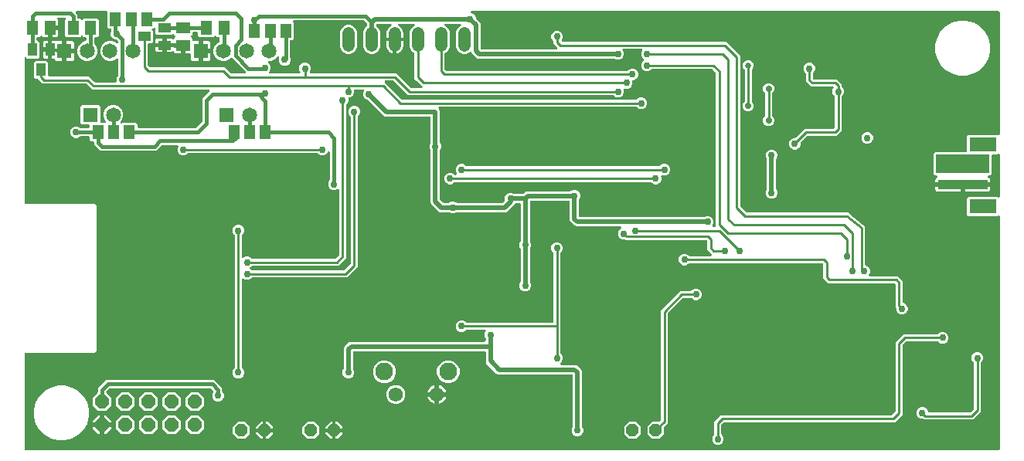
<source format=gbr>
G04 EAGLE Gerber RS-274X export*
G75*
%MOMM*%
%FSLAX34Y34*%
%LPD*%
%AMOC8*
5,1,8,0,0,1.08239X$1,22.5*%
G01*
%ADD10P,1.649562X8X22.500000*%
%ADD11C,1.320800*%
%ADD12R,5.500000X1.000000*%
%ADD13R,3.000000X1.600000*%
%ADD14R,1.650000X1.650000*%
%ADD15C,1.650000*%
%ADD16P,1.429621X8X22.500000*%
%ADD17C,1.575000*%
%ADD18C,1.950000*%
%ADD19R,1.300000X1.500000*%
%ADD20R,1.400000X1.000000*%
%ADD21R,1.500000X1.300000*%
%ADD22R,1.000000X1.400000*%
%ADD23C,0.756400*%
%ADD24C,0.856400*%
%ADD25C,0.706400*%
%ADD26C,0.508000*%
%ADD27C,0.254000*%
%ADD28C,0.406400*%
%ADD29C,0.656400*%
%ADD30C,0.152400*%

G36*
X1077513Y10176D02*
X1077513Y10176D01*
X1077632Y10183D01*
X1077670Y10196D01*
X1077711Y10201D01*
X1077821Y10244D01*
X1077934Y10281D01*
X1077969Y10303D01*
X1078006Y10318D01*
X1078102Y10387D01*
X1078203Y10451D01*
X1078231Y10481D01*
X1078264Y10504D01*
X1078340Y10596D01*
X1078421Y10683D01*
X1078441Y10718D01*
X1078466Y10749D01*
X1078517Y10857D01*
X1078575Y10961D01*
X1078585Y11001D01*
X1078602Y11037D01*
X1078624Y11154D01*
X1078654Y11269D01*
X1078658Y11329D01*
X1078662Y11349D01*
X1078660Y11370D01*
X1078664Y11430D01*
X1078664Y265932D01*
X1078647Y266070D01*
X1078634Y266208D01*
X1078627Y266227D01*
X1078624Y266247D01*
X1078573Y266377D01*
X1078526Y266508D01*
X1078515Y266524D01*
X1078507Y266543D01*
X1078426Y266656D01*
X1078348Y266771D01*
X1078332Y266784D01*
X1078321Y266800D01*
X1078213Y266889D01*
X1078109Y266981D01*
X1078091Y266990D01*
X1078076Y267003D01*
X1077950Y267062D01*
X1077826Y267126D01*
X1077806Y267130D01*
X1077788Y267139D01*
X1077652Y267165D01*
X1077516Y267195D01*
X1077495Y267195D01*
X1077476Y267199D01*
X1077337Y267190D01*
X1077198Y267186D01*
X1077178Y267180D01*
X1077158Y267179D01*
X1077026Y267136D01*
X1076892Y267097D01*
X1076875Y267087D01*
X1076856Y267081D01*
X1076738Y267006D01*
X1076618Y266936D01*
X1076597Y266917D01*
X1076587Y266911D01*
X1076573Y266896D01*
X1076497Y266829D01*
X1076277Y266609D01*
X1044173Y266609D01*
X1042684Y268098D01*
X1042684Y286202D01*
X1044173Y287691D01*
X1076277Y287691D01*
X1076497Y287471D01*
X1076607Y287385D01*
X1076714Y287297D01*
X1076733Y287288D01*
X1076749Y287276D01*
X1076877Y287220D01*
X1077002Y287161D01*
X1077022Y287157D01*
X1077041Y287149D01*
X1077179Y287127D01*
X1077315Y287101D01*
X1077335Y287103D01*
X1077355Y287099D01*
X1077494Y287113D01*
X1077632Y287121D01*
X1077651Y287127D01*
X1077671Y287129D01*
X1077802Y287176D01*
X1077934Y287219D01*
X1077952Y287230D01*
X1077971Y287237D01*
X1078085Y287315D01*
X1078203Y287389D01*
X1078217Y287404D01*
X1078234Y287415D01*
X1078326Y287520D01*
X1078421Y287621D01*
X1078431Y287639D01*
X1078444Y287654D01*
X1078507Y287778D01*
X1078575Y287899D01*
X1078580Y287919D01*
X1078589Y287937D01*
X1078619Y288073D01*
X1078654Y288207D01*
X1078656Y288235D01*
X1078659Y288247D01*
X1078658Y288268D01*
X1078664Y288368D01*
X1078664Y333932D01*
X1078647Y334070D01*
X1078634Y334208D01*
X1078627Y334227D01*
X1078624Y334247D01*
X1078573Y334377D01*
X1078526Y334508D01*
X1078515Y334524D01*
X1078507Y334543D01*
X1078426Y334656D01*
X1078348Y334771D01*
X1078332Y334784D01*
X1078321Y334800D01*
X1078213Y334889D01*
X1078109Y334981D01*
X1078091Y334990D01*
X1078076Y335003D01*
X1077950Y335062D01*
X1077826Y335126D01*
X1077806Y335130D01*
X1077788Y335139D01*
X1077652Y335165D01*
X1077516Y335195D01*
X1077495Y335195D01*
X1077476Y335199D01*
X1077337Y335190D01*
X1077198Y335186D01*
X1077178Y335180D01*
X1077158Y335179D01*
X1077026Y335136D01*
X1076892Y335097D01*
X1076875Y335087D01*
X1076856Y335081D01*
X1076738Y335006D01*
X1076618Y334936D01*
X1076597Y334917D01*
X1076587Y334911D01*
X1076573Y334896D01*
X1076497Y334829D01*
X1076277Y334609D01*
X1071372Y334609D01*
X1071254Y334594D01*
X1071135Y334587D01*
X1071097Y334574D01*
X1071056Y334569D01*
X1070946Y334526D01*
X1070833Y334489D01*
X1070798Y334467D01*
X1070761Y334452D01*
X1070665Y334383D01*
X1070564Y334319D01*
X1070536Y334289D01*
X1070503Y334266D01*
X1070427Y334174D01*
X1070346Y334087D01*
X1070326Y334052D01*
X1070301Y334021D01*
X1070250Y333913D01*
X1070192Y333809D01*
X1070182Y333769D01*
X1070165Y333733D01*
X1070143Y333616D01*
X1070113Y333501D01*
X1070109Y333441D01*
X1070105Y333421D01*
X1070107Y333400D01*
X1070103Y333340D01*
X1070103Y312957D01*
X1068168Y311022D01*
X1066999Y311022D01*
X1066848Y311003D01*
X1066696Y310986D01*
X1066690Y310983D01*
X1066683Y310982D01*
X1066542Y310926D01*
X1066399Y310872D01*
X1066394Y310868D01*
X1066388Y310865D01*
X1066265Y310776D01*
X1066140Y310688D01*
X1066136Y310683D01*
X1066130Y310679D01*
X1066032Y310560D01*
X1065935Y310445D01*
X1065932Y310439D01*
X1065928Y310434D01*
X1065863Y310296D01*
X1065796Y310159D01*
X1065795Y310152D01*
X1065792Y310146D01*
X1065764Y309998D01*
X1065733Y309847D01*
X1065734Y309840D01*
X1065732Y309834D01*
X1065742Y309682D01*
X1065750Y309529D01*
X1065752Y309523D01*
X1065752Y309516D01*
X1065799Y309372D01*
X1065844Y309226D01*
X1065848Y309220D01*
X1065850Y309214D01*
X1065931Y309085D01*
X1066012Y308955D01*
X1066017Y308951D01*
X1066020Y308945D01*
X1066131Y308840D01*
X1066241Y308735D01*
X1066247Y308732D01*
X1066252Y308727D01*
X1066385Y308653D01*
X1066518Y308578D01*
X1066527Y308576D01*
X1066530Y308573D01*
X1066541Y308571D01*
X1066670Y308527D01*
X1066706Y308518D01*
X1067285Y308183D01*
X1067758Y307710D01*
X1068093Y307131D01*
X1068266Y306484D01*
X1068266Y303649D01*
X1039455Y303649D01*
X1039337Y303634D01*
X1039218Y303627D01*
X1039180Y303614D01*
X1039140Y303609D01*
X1039029Y303566D01*
X1038916Y303529D01*
X1038882Y303507D01*
X1038844Y303492D01*
X1038748Y303423D01*
X1038647Y303359D01*
X1038619Y303329D01*
X1038587Y303306D01*
X1038511Y303214D01*
X1038429Y303127D01*
X1038410Y303092D01*
X1038384Y303061D01*
X1038333Y302953D01*
X1038276Y302849D01*
X1038266Y302809D01*
X1038248Y302773D01*
X1038228Y302666D01*
X1038224Y302696D01*
X1038180Y302806D01*
X1038144Y302919D01*
X1038122Y302954D01*
X1038107Y302991D01*
X1038037Y303087D01*
X1037974Y303188D01*
X1037944Y303216D01*
X1037920Y303249D01*
X1037829Y303325D01*
X1037742Y303406D01*
X1037707Y303426D01*
X1037675Y303451D01*
X1037568Y303502D01*
X1037463Y303560D01*
X1037424Y303570D01*
X1037388Y303587D01*
X1037271Y303609D01*
X1037155Y303639D01*
X1037095Y303643D01*
X1037075Y303647D01*
X1037055Y303645D01*
X1036995Y303649D01*
X1008184Y303649D01*
X1008184Y306484D01*
X1008357Y307131D01*
X1008692Y307710D01*
X1009165Y308183D01*
X1009744Y308518D01*
X1009779Y308527D01*
X1009921Y308585D01*
X1010062Y308641D01*
X1010068Y308645D01*
X1010074Y308647D01*
X1010197Y308739D01*
X1010320Y308827D01*
X1010324Y308833D01*
X1010329Y308837D01*
X1010425Y308955D01*
X1010522Y309072D01*
X1010525Y309079D01*
X1010530Y309084D01*
X1010593Y309223D01*
X1010658Y309360D01*
X1010659Y309367D01*
X1010662Y309373D01*
X1010689Y309524D01*
X1010718Y309673D01*
X1010717Y309679D01*
X1010719Y309686D01*
X1010707Y309839D01*
X1010698Y309990D01*
X1010696Y309996D01*
X1010696Y310003D01*
X1010647Y310148D01*
X1010600Y310292D01*
X1010596Y310298D01*
X1010594Y310304D01*
X1010512Y310431D01*
X1010430Y310561D01*
X1010425Y310566D01*
X1010421Y310571D01*
X1010310Y310674D01*
X1010198Y310779D01*
X1010192Y310782D01*
X1010187Y310787D01*
X1010054Y310859D01*
X1009920Y310933D01*
X1009913Y310934D01*
X1009907Y310937D01*
X1009759Y310974D01*
X1009612Y311012D01*
X1009603Y311013D01*
X1009599Y311014D01*
X1009588Y311014D01*
X1009451Y311022D01*
X1008282Y311022D01*
X1006347Y312957D01*
X1006347Y334743D01*
X1008282Y336678D01*
X1041415Y336678D01*
X1041533Y336693D01*
X1041652Y336700D01*
X1041690Y336713D01*
X1041731Y336718D01*
X1041841Y336761D01*
X1041954Y336798D01*
X1041989Y336820D01*
X1042026Y336835D01*
X1042122Y336904D01*
X1042223Y336968D01*
X1042251Y336998D01*
X1042284Y337021D01*
X1042360Y337113D01*
X1042441Y337200D01*
X1042461Y337235D01*
X1042486Y337266D01*
X1042537Y337374D01*
X1042595Y337478D01*
X1042605Y337518D01*
X1042622Y337554D01*
X1042644Y337671D01*
X1042674Y337786D01*
X1042678Y337846D01*
X1042682Y337866D01*
X1042680Y337887D01*
X1042684Y337947D01*
X1042684Y354202D01*
X1044173Y355691D01*
X1076277Y355691D01*
X1076497Y355471D01*
X1076607Y355385D01*
X1076714Y355297D01*
X1076733Y355288D01*
X1076749Y355276D01*
X1076877Y355220D01*
X1077002Y355161D01*
X1077022Y355157D01*
X1077041Y355149D01*
X1077179Y355127D01*
X1077315Y355101D01*
X1077335Y355103D01*
X1077355Y355099D01*
X1077494Y355113D01*
X1077632Y355121D01*
X1077651Y355127D01*
X1077671Y355129D01*
X1077802Y355176D01*
X1077934Y355219D01*
X1077952Y355230D01*
X1077971Y355237D01*
X1078085Y355315D01*
X1078203Y355389D01*
X1078217Y355404D01*
X1078234Y355415D01*
X1078326Y355520D01*
X1078421Y355621D01*
X1078431Y355639D01*
X1078444Y355654D01*
X1078507Y355778D01*
X1078575Y355899D01*
X1078580Y355919D01*
X1078589Y355937D01*
X1078619Y356073D01*
X1078654Y356207D01*
X1078656Y356235D01*
X1078659Y356247D01*
X1078658Y356268D01*
X1078664Y356368D01*
X1078664Y490095D01*
X1078649Y490213D01*
X1078642Y490332D01*
X1078629Y490370D01*
X1078624Y490411D01*
X1078581Y490521D01*
X1078544Y490634D01*
X1078522Y490669D01*
X1078507Y490706D01*
X1078438Y490802D01*
X1078374Y490903D01*
X1078344Y490931D01*
X1078321Y490964D01*
X1078229Y491040D01*
X1078142Y491121D01*
X1078107Y491141D01*
X1078076Y491166D01*
X1077968Y491217D01*
X1077864Y491275D01*
X1077824Y491285D01*
X1077788Y491302D01*
X1077671Y491324D01*
X1077556Y491354D01*
X1077496Y491358D01*
X1077476Y491362D01*
X1077455Y491360D01*
X1077395Y491364D01*
X500219Y491364D01*
X500150Y491356D01*
X500080Y491357D01*
X499993Y491336D01*
X499904Y491324D01*
X499839Y491299D01*
X499771Y491282D01*
X499691Y491240D01*
X499608Y491207D01*
X499552Y491166D01*
X499490Y491134D01*
X499423Y491073D01*
X499351Y491021D01*
X499306Y490967D01*
X499254Y490920D01*
X499205Y490845D01*
X499148Y490776D01*
X499118Y490712D01*
X499080Y490654D01*
X499051Y490569D01*
X499012Y490488D01*
X498999Y490419D01*
X498976Y490353D01*
X498969Y490264D01*
X498952Y490176D01*
X498957Y490106D01*
X498951Y490036D01*
X498967Y489948D01*
X498972Y489858D01*
X498994Y489792D01*
X499006Y489723D01*
X499043Y489641D01*
X499070Y489556D01*
X499108Y489497D01*
X499136Y489433D01*
X499192Y489363D01*
X499240Y489287D01*
X499291Y489239D01*
X499335Y489185D01*
X499407Y489130D01*
X499472Y489069D01*
X499533Y489035D01*
X499589Y488993D01*
X499733Y488922D01*
X502057Y487960D01*
X503835Y486182D01*
X504812Y483823D01*
X504813Y483791D01*
X504830Y483733D01*
X504838Y483673D01*
X504874Y483581D01*
X504902Y483486D01*
X504932Y483433D01*
X504955Y483377D01*
X505013Y483297D01*
X505063Y483212D01*
X505129Y483136D01*
X505141Y483120D01*
X505151Y483112D01*
X505169Y483091D01*
X507524Y480736D01*
X509132Y479128D01*
X509906Y477261D01*
X509906Y450850D01*
X509921Y450732D01*
X509928Y450613D01*
X509941Y450575D01*
X509946Y450534D01*
X509989Y450424D01*
X510026Y450311D01*
X510048Y450276D01*
X510063Y450239D01*
X510132Y450143D01*
X510196Y450042D01*
X510226Y450014D01*
X510249Y449981D01*
X510341Y449905D01*
X510428Y449824D01*
X510463Y449804D01*
X510494Y449779D01*
X510602Y449728D01*
X510706Y449670D01*
X510746Y449660D01*
X510782Y449643D01*
X510899Y449621D01*
X511014Y449591D01*
X511074Y449587D01*
X511094Y449583D01*
X511115Y449585D01*
X511175Y449581D01*
X592891Y449581D01*
X593029Y449598D01*
X593167Y449611D01*
X593186Y449618D01*
X593206Y449621D01*
X593335Y449672D01*
X593467Y449719D01*
X593483Y449730D01*
X593502Y449738D01*
X593614Y449819D01*
X593730Y449897D01*
X593743Y449913D01*
X593759Y449924D01*
X593848Y450032D01*
X593940Y450136D01*
X593949Y450154D01*
X593962Y450169D01*
X594021Y450295D01*
X594085Y450419D01*
X594089Y450439D01*
X594098Y450457D01*
X594124Y450594D01*
X594154Y450729D01*
X594154Y450750D01*
X594158Y450769D01*
X594149Y450908D01*
X594145Y451047D01*
X594139Y451067D01*
X594138Y451087D01*
X594095Y451219D01*
X594056Y451353D01*
X594046Y451370D01*
X594040Y451389D01*
X593965Y451507D01*
X593895Y451627D01*
X593876Y451648D01*
X593870Y451658D01*
X593855Y451672D01*
X593788Y451747D01*
X592718Y452818D01*
X589914Y455622D01*
X589914Y457918D01*
X589902Y458016D01*
X589899Y458116D01*
X589882Y458174D01*
X589874Y458234D01*
X589838Y458326D01*
X589810Y458421D01*
X589780Y458473D01*
X589757Y458530D01*
X589699Y458610D01*
X589649Y458695D01*
X589583Y458770D01*
X589571Y458787D01*
X589561Y458795D01*
X589543Y458816D01*
X588390Y459968D01*
X587427Y462292D01*
X587427Y464808D01*
X588390Y467132D01*
X590168Y468910D01*
X592492Y469873D01*
X595008Y469873D01*
X597332Y468910D01*
X599110Y467132D01*
X600073Y464808D01*
X600073Y462292D01*
X599101Y459947D01*
X599059Y459893D01*
X598970Y459786D01*
X598962Y459767D01*
X598949Y459751D01*
X598894Y459623D01*
X598835Y459498D01*
X598831Y459478D01*
X598823Y459459D01*
X598801Y459322D01*
X598775Y459185D01*
X598776Y459165D01*
X598773Y459145D01*
X598786Y459007D01*
X598795Y458868D01*
X598801Y458849D01*
X598803Y458829D01*
X598850Y458697D01*
X598893Y458566D01*
X598904Y458549D01*
X598910Y458529D01*
X598988Y458415D01*
X599063Y458297D01*
X599078Y458283D01*
X599089Y458266D01*
X599193Y458175D01*
X599295Y458079D01*
X599312Y458069D01*
X599327Y458056D01*
X599451Y457993D01*
X599573Y457925D01*
X599592Y457920D01*
X599611Y457911D01*
X599747Y457881D01*
X599881Y457846D01*
X599909Y457844D01*
X599921Y457841D01*
X599941Y457842D01*
X600042Y457836D01*
X779453Y457836D01*
X782057Y455232D01*
X791782Y445507D01*
X794386Y442903D01*
X794386Y278329D01*
X794398Y278231D01*
X794401Y278132D01*
X794418Y278074D01*
X794426Y278014D01*
X794462Y277922D01*
X794490Y277826D01*
X794520Y277774D01*
X794543Y277718D01*
X794601Y277638D01*
X794651Y277553D01*
X794717Y277477D01*
X794729Y277461D01*
X794739Y277453D01*
X794757Y277432D01*
X801141Y271049D01*
X801217Y270989D01*
X801288Y270922D01*
X801343Y270892D01*
X801392Y270854D01*
X801481Y270815D01*
X801566Y270768D01*
X801626Y270752D01*
X801684Y270727D01*
X801780Y270712D01*
X801874Y270687D01*
X801978Y270680D01*
X801998Y270677D01*
X802009Y270678D01*
X802034Y270677D01*
X911159Y270349D01*
X911179Y270351D01*
X911279Y270354D01*
X912662Y270481D01*
X912687Y270465D01*
X912725Y270453D01*
X912759Y270433D01*
X912875Y270403D01*
X912939Y270382D01*
X913921Y269394D01*
X913937Y269381D01*
X914010Y269313D01*
X928125Y257571D01*
X928160Y257548D01*
X928190Y257520D01*
X928293Y257463D01*
X928393Y257399D01*
X928432Y257387D01*
X928468Y257367D01*
X928583Y257337D01*
X928636Y257320D01*
X929630Y256325D01*
X929647Y256312D01*
X929716Y256247D01*
X930791Y255353D01*
X930795Y255333D01*
X930814Y255296D01*
X930825Y255257D01*
X930886Y255155D01*
X930911Y255105D01*
X930911Y253699D01*
X930913Y253678D01*
X930916Y253583D01*
X931044Y252190D01*
X931033Y252173D01*
X931020Y252134D01*
X931000Y252098D01*
X930971Y251984D01*
X930934Y251871D01*
X930931Y251830D01*
X930921Y251790D01*
X930911Y251630D01*
X930911Y213803D01*
X930914Y213774D01*
X930912Y213745D01*
X930934Y213617D01*
X930951Y213488D01*
X930961Y213460D01*
X930966Y213431D01*
X931020Y213313D01*
X931068Y213192D01*
X931085Y213168D01*
X931097Y213141D01*
X931178Y213040D01*
X931254Y212935D01*
X931277Y212916D01*
X931296Y212893D01*
X931399Y212815D01*
X931499Y212732D01*
X931526Y212719D01*
X931550Y212702D01*
X931694Y212631D01*
X933857Y211735D01*
X935635Y209957D01*
X936598Y207633D01*
X936598Y205117D01*
X935626Y202772D01*
X935584Y202718D01*
X935495Y202611D01*
X935487Y202592D01*
X935474Y202576D01*
X935419Y202448D01*
X935360Y202323D01*
X935356Y202303D01*
X935348Y202284D01*
X935326Y202147D01*
X935300Y202010D01*
X935301Y201990D01*
X935298Y201970D01*
X935311Y201832D01*
X935320Y201693D01*
X935326Y201674D01*
X935328Y201654D01*
X935375Y201522D01*
X935418Y201391D01*
X935429Y201374D01*
X935435Y201354D01*
X935513Y201240D01*
X935588Y201122D01*
X935603Y201108D01*
X935614Y201091D01*
X935718Y201000D01*
X935820Y200904D01*
X935837Y200894D01*
X935852Y200881D01*
X935976Y200818D01*
X936098Y200750D01*
X936117Y200745D01*
X936136Y200736D01*
X936272Y200706D01*
X936406Y200671D01*
X936434Y200669D01*
X936446Y200666D01*
X936466Y200667D01*
X936567Y200661D01*
X966778Y200661D01*
X972186Y195253D01*
X972186Y172528D01*
X972189Y172499D01*
X972187Y172470D01*
X972209Y172342D01*
X972226Y172213D01*
X972236Y172185D01*
X972241Y172156D01*
X972295Y172038D01*
X972343Y171917D01*
X972360Y171893D01*
X972372Y171866D01*
X972453Y171765D01*
X972529Y171660D01*
X972552Y171641D01*
X972571Y171618D01*
X972674Y171540D01*
X972774Y171457D01*
X972801Y171444D01*
X972825Y171427D01*
X972969Y171356D01*
X975132Y170460D01*
X976910Y168682D01*
X977873Y166358D01*
X977873Y163842D01*
X976910Y161518D01*
X975132Y159740D01*
X972808Y158777D01*
X970292Y158777D01*
X967968Y159740D01*
X966190Y161518D01*
X965227Y163842D01*
X965227Y165508D01*
X965215Y165606D01*
X965212Y165705D01*
X965195Y165763D01*
X965187Y165823D01*
X965151Y165915D01*
X965123Y166011D01*
X965093Y166063D01*
X965070Y166119D01*
X965012Y166199D01*
X964962Y166284D01*
X964896Y166360D01*
X964884Y166376D01*
X964874Y166384D01*
X964856Y166405D01*
X964564Y166697D01*
X964564Y191571D01*
X964552Y191669D01*
X964549Y191768D01*
X964532Y191826D01*
X964524Y191886D01*
X964488Y191978D01*
X964460Y192074D01*
X964430Y192126D01*
X964407Y192182D01*
X964349Y192262D01*
X964299Y192347D01*
X964233Y192423D01*
X964221Y192439D01*
X964211Y192447D01*
X964193Y192468D01*
X963993Y192668D01*
X963915Y192728D01*
X963843Y192796D01*
X963790Y192825D01*
X963742Y192862D01*
X963651Y192902D01*
X963564Y192950D01*
X963506Y192965D01*
X963450Y192989D01*
X963352Y193004D01*
X963256Y193029D01*
X963156Y193035D01*
X963136Y193039D01*
X963124Y193037D01*
X963096Y193039D01*
X890597Y193039D01*
X885189Y198447D01*
X885189Y213796D01*
X885177Y213894D01*
X885174Y213993D01*
X885157Y214051D01*
X885149Y214111D01*
X885113Y214203D01*
X885085Y214299D01*
X885055Y214351D01*
X885032Y214407D01*
X884974Y214487D01*
X884924Y214572D01*
X884858Y214648D01*
X884846Y214664D01*
X884836Y214672D01*
X884818Y214693D01*
X884618Y214893D01*
X884540Y214953D01*
X884468Y215021D01*
X884415Y215050D01*
X884367Y215087D01*
X884276Y215127D01*
X884189Y215175D01*
X884131Y215190D01*
X884075Y215214D01*
X883977Y215229D01*
X883881Y215254D01*
X883781Y215260D01*
X883761Y215264D01*
X883749Y215262D01*
X883721Y215264D01*
X739082Y215264D01*
X738984Y215252D01*
X738884Y215249D01*
X738826Y215232D01*
X738766Y215224D01*
X738674Y215188D01*
X738579Y215160D01*
X738527Y215130D01*
X738470Y215107D01*
X738390Y215049D01*
X738305Y214999D01*
X738230Y214933D01*
X738213Y214921D01*
X738205Y214911D01*
X738184Y214893D01*
X737007Y213715D01*
X734683Y212752D01*
X732167Y212752D01*
X729843Y213715D01*
X728065Y215493D01*
X727102Y217817D01*
X727102Y220333D01*
X728065Y222657D01*
X729843Y224435D01*
X732167Y225398D01*
X734683Y225398D01*
X737007Y224435D01*
X738184Y223257D01*
X738262Y223197D01*
X738335Y223129D01*
X738388Y223100D01*
X738435Y223063D01*
X738526Y223023D01*
X738613Y222975D01*
X738672Y222960D01*
X738727Y222936D01*
X738825Y222921D01*
X738921Y222896D01*
X739021Y222890D01*
X739041Y222886D01*
X739054Y222888D01*
X739082Y222886D01*
X762436Y222886D01*
X762573Y222903D01*
X762712Y222916D01*
X762731Y222923D01*
X762751Y222926D01*
X762880Y222977D01*
X763011Y223024D01*
X763028Y223035D01*
X763047Y223043D01*
X763160Y223124D01*
X763275Y223202D01*
X763288Y223218D01*
X763304Y223229D01*
X763393Y223337D01*
X763485Y223441D01*
X763494Y223459D01*
X763507Y223474D01*
X763566Y223600D01*
X763630Y223724D01*
X763634Y223744D01*
X763643Y223762D01*
X763669Y223898D01*
X763699Y224034D01*
X763699Y224055D01*
X763703Y224074D01*
X763694Y224213D01*
X763690Y224352D01*
X763684Y224372D01*
X763683Y224392D01*
X763640Y224524D01*
X763601Y224658D01*
X763591Y224675D01*
X763585Y224694D01*
X763510Y224812D01*
X763440Y224932D01*
X763421Y224953D01*
X763415Y224963D01*
X763400Y224977D01*
X763333Y225052D01*
X760993Y227393D01*
X758189Y230197D01*
X758189Y239196D01*
X758177Y239294D01*
X758174Y239393D01*
X758157Y239451D01*
X758149Y239511D01*
X758113Y239603D01*
X758085Y239699D01*
X758055Y239751D01*
X758032Y239807D01*
X757974Y239887D01*
X757924Y239972D01*
X757858Y240048D01*
X757846Y240064D01*
X757836Y240072D01*
X757818Y240093D01*
X757618Y240293D01*
X757540Y240353D01*
X757468Y240421D01*
X757415Y240450D01*
X757367Y240487D01*
X757276Y240527D01*
X757189Y240575D01*
X757131Y240590D01*
X757075Y240614D01*
X756977Y240629D01*
X756881Y240654D01*
X756781Y240660D01*
X756761Y240664D01*
X756749Y240662D01*
X756721Y240664D01*
X684504Y240664D01*
X684406Y240652D01*
X684307Y240649D01*
X684249Y240632D01*
X684189Y240624D01*
X684096Y240588D01*
X684001Y240560D01*
X683949Y240530D01*
X683893Y240507D01*
X683813Y240449D01*
X683794Y240438D01*
X668573Y240438D01*
X668281Y240730D01*
X668203Y240790D01*
X668131Y240858D01*
X668078Y240887D01*
X668030Y240924D01*
X667939Y240964D01*
X667852Y241012D01*
X667794Y241027D01*
X667738Y241051D01*
X667640Y241066D01*
X667544Y241091D01*
X667444Y241097D01*
X667424Y241101D01*
X667412Y241099D01*
X667384Y241101D01*
X665492Y241101D01*
X663168Y242064D01*
X661390Y243842D01*
X660427Y246166D01*
X660427Y248682D01*
X661390Y251006D01*
X663168Y252784D01*
X663273Y252827D01*
X663334Y252862D01*
X663398Y252888D01*
X663471Y252940D01*
X663549Y252985D01*
X663599Y253033D01*
X663656Y253074D01*
X663713Y253144D01*
X663778Y253206D01*
X663814Y253266D01*
X663859Y253319D01*
X663897Y253401D01*
X663944Y253477D01*
X663964Y253544D01*
X663994Y253607D01*
X664011Y253695D01*
X664037Y253781D01*
X664041Y253851D01*
X664054Y253920D01*
X664048Y254009D01*
X664053Y254099D01*
X664038Y254167D01*
X664034Y254237D01*
X664006Y254322D01*
X663988Y254410D01*
X663958Y254473D01*
X663936Y254539D01*
X663888Y254615D01*
X663849Y254696D01*
X663803Y254749D01*
X663766Y254808D01*
X663701Y254870D01*
X663642Y254938D01*
X663585Y254978D01*
X663534Y255026D01*
X663456Y255069D01*
X663382Y255121D01*
X663317Y255146D01*
X663256Y255180D01*
X663169Y255202D01*
X663085Y255234D01*
X663015Y255242D01*
X662948Y255259D01*
X662787Y255269D01*
X614939Y255269D01*
X613072Y256043D01*
X608468Y260647D01*
X607694Y262514D01*
X607694Y282575D01*
X607679Y282693D01*
X607672Y282812D01*
X607659Y282850D01*
X607654Y282891D01*
X607611Y283001D01*
X607574Y283114D01*
X607552Y283149D01*
X607537Y283186D01*
X607468Y283282D01*
X607404Y283383D01*
X607374Y283411D01*
X607351Y283444D01*
X607259Y283520D01*
X607172Y283601D01*
X607137Y283621D01*
X607106Y283646D01*
X606998Y283697D01*
X606894Y283755D01*
X606854Y283765D01*
X606818Y283782D01*
X606701Y283804D01*
X606586Y283834D01*
X606526Y283838D01*
X606506Y283842D01*
X606485Y283840D01*
X606425Y283844D01*
X565150Y283844D01*
X565032Y283829D01*
X564913Y283822D01*
X564875Y283809D01*
X564834Y283804D01*
X564724Y283761D01*
X564611Y283724D01*
X564576Y283702D01*
X564539Y283687D01*
X564443Y283618D01*
X564342Y283554D01*
X564314Y283524D01*
X564281Y283501D01*
X564205Y283409D01*
X564124Y283322D01*
X564104Y283287D01*
X564079Y283256D01*
X564028Y283148D01*
X563970Y283044D01*
X563960Y283004D01*
X563943Y282968D01*
X563921Y282851D01*
X563891Y282736D01*
X563887Y282676D01*
X563883Y282656D01*
X563885Y282635D01*
X563881Y282575D01*
X563881Y239337D01*
X563893Y239238D01*
X563896Y239139D01*
X563913Y239081D01*
X563921Y239021D01*
X563957Y238929D01*
X563985Y238834D01*
X564015Y238782D01*
X564038Y238725D01*
X564096Y238645D01*
X564146Y238560D01*
X564150Y238555D01*
X565123Y236208D01*
X565123Y233692D01*
X564146Y231334D01*
X564124Y231310D01*
X564095Y231257D01*
X564058Y231210D01*
X564018Y231119D01*
X563970Y231032D01*
X563955Y230973D01*
X563931Y230918D01*
X563916Y230820D01*
X563891Y230724D01*
X563885Y230624D01*
X563881Y230604D01*
X563883Y230591D01*
X563881Y230563D01*
X563881Y194887D01*
X563893Y194789D01*
X563896Y194689D01*
X563913Y194631D01*
X563921Y194571D01*
X563957Y194479D01*
X563985Y194384D01*
X564015Y194332D01*
X564038Y194275D01*
X564096Y194195D01*
X564146Y194110D01*
X564150Y194105D01*
X565123Y191758D01*
X565123Y189242D01*
X564160Y186918D01*
X562382Y185140D01*
X560058Y184177D01*
X557542Y184177D01*
X555218Y185140D01*
X553440Y186918D01*
X552477Y189242D01*
X552477Y191758D01*
X553454Y194116D01*
X553476Y194140D01*
X553505Y194193D01*
X553542Y194240D01*
X553582Y194331D01*
X553630Y194418D01*
X553645Y194477D01*
X553669Y194532D01*
X553684Y194630D01*
X553709Y194726D01*
X553715Y194826D01*
X553719Y194846D01*
X553717Y194859D01*
X553719Y194887D01*
X553719Y230563D01*
X553707Y230661D01*
X553704Y230761D01*
X553687Y230819D01*
X553679Y230879D01*
X553643Y230971D01*
X553615Y231066D01*
X553585Y231118D01*
X553562Y231175D01*
X553504Y231255D01*
X553454Y231340D01*
X553450Y231345D01*
X552477Y233692D01*
X552477Y236208D01*
X553454Y238566D01*
X553476Y238590D01*
X553505Y238643D01*
X553542Y238690D01*
X553582Y238781D01*
X553630Y238868D01*
X553645Y238927D01*
X553669Y238982D01*
X553684Y239080D01*
X553709Y239176D01*
X553715Y239276D01*
X553719Y239296D01*
X553717Y239308D01*
X553719Y239337D01*
X553719Y279400D01*
X553704Y279518D01*
X553697Y279637D01*
X553684Y279675D01*
X553679Y279716D01*
X553636Y279826D01*
X553599Y279939D01*
X553577Y279974D01*
X553562Y280011D01*
X553493Y280107D01*
X553429Y280208D01*
X553399Y280236D01*
X553376Y280269D01*
X553284Y280345D01*
X553197Y280426D01*
X553162Y280446D01*
X553131Y280471D01*
X553023Y280522D01*
X552919Y280580D01*
X552879Y280590D01*
X552843Y280607D01*
X552726Y280629D01*
X552611Y280659D01*
X552551Y280663D01*
X552531Y280667D01*
X552510Y280665D01*
X552450Y280669D01*
X548468Y280669D01*
X548439Y280666D01*
X548410Y280668D01*
X548282Y280646D01*
X548153Y280629D01*
X548125Y280619D01*
X548096Y280614D01*
X547978Y280560D01*
X547857Y280512D01*
X547833Y280495D01*
X547806Y280483D01*
X547705Y280402D01*
X547600Y280326D01*
X547581Y280303D01*
X547558Y280284D01*
X547480Y280181D01*
X547397Y280081D01*
X547384Y280054D01*
X547367Y280030D01*
X547296Y279886D01*
X547207Y279672D01*
X539453Y271918D01*
X537586Y271144D01*
X483812Y271144D01*
X483714Y271132D01*
X483614Y271129D01*
X483556Y271112D01*
X483496Y271104D01*
X483404Y271068D01*
X483309Y271040D01*
X483257Y271010D01*
X483200Y270987D01*
X483120Y270929D01*
X483035Y270879D01*
X483030Y270875D01*
X480683Y269902D01*
X478167Y269902D01*
X475809Y270879D01*
X475785Y270901D01*
X475732Y270930D01*
X475685Y270967D01*
X475594Y271007D01*
X475507Y271055D01*
X475448Y271070D01*
X475393Y271094D01*
X475295Y271109D01*
X475199Y271134D01*
X475099Y271140D01*
X475079Y271144D01*
X475066Y271142D01*
X475038Y271144D01*
X465714Y271144D01*
X463847Y271918D01*
X456068Y279697D01*
X455294Y281564D01*
X455294Y338513D01*
X455282Y338611D01*
X455279Y338711D01*
X455262Y338769D01*
X455254Y338829D01*
X455218Y338921D01*
X455190Y339016D01*
X455160Y339068D01*
X455137Y339125D01*
X455079Y339205D01*
X455029Y339290D01*
X455025Y339295D01*
X454052Y341642D01*
X454052Y344158D01*
X455029Y346516D01*
X455051Y346540D01*
X455080Y346593D01*
X455117Y346640D01*
X455157Y346731D01*
X455205Y346818D01*
X455220Y346877D01*
X455244Y346932D01*
X455259Y347030D01*
X455284Y347126D01*
X455290Y347226D01*
X455294Y347246D01*
X455292Y347259D01*
X455294Y347287D01*
X455294Y374650D01*
X455279Y374768D01*
X455272Y374887D01*
X455259Y374925D01*
X455254Y374966D01*
X455211Y375076D01*
X455174Y375189D01*
X455152Y375224D01*
X455137Y375261D01*
X455068Y375357D01*
X455004Y375458D01*
X454974Y375486D01*
X454951Y375519D01*
X454859Y375595D01*
X454772Y375676D01*
X454737Y375696D01*
X454706Y375721D01*
X454598Y375772D01*
X454494Y375830D01*
X454454Y375840D01*
X454418Y375857D01*
X454301Y375879D01*
X454186Y375909D01*
X454126Y375913D01*
X454106Y375917D01*
X454085Y375915D01*
X454025Y375919D01*
X405615Y375919D01*
X403748Y376693D01*
X402140Y378300D01*
X402140Y378301D01*
X386859Y393582D01*
X386781Y393642D01*
X386709Y393710D01*
X386656Y393739D01*
X386608Y393776D01*
X386517Y393816D01*
X386430Y393864D01*
X386372Y393879D01*
X386316Y393903D01*
X386218Y393918D01*
X386122Y393943D01*
X386116Y393943D01*
X383768Y394916D01*
X381990Y396694D01*
X381027Y399018D01*
X381027Y401534D01*
X382053Y404009D01*
X382066Y404057D01*
X382087Y404102D01*
X382108Y404210D01*
X382137Y404316D01*
X382137Y404366D01*
X382147Y404415D01*
X382140Y404524D01*
X382142Y404634D01*
X382130Y404682D01*
X382127Y404732D01*
X382093Y404836D01*
X382068Y404943D01*
X382044Y404987D01*
X382029Y405034D01*
X381970Y405127D01*
X381919Y405224D01*
X381885Y405261D01*
X381859Y405303D01*
X381779Y405378D01*
X381705Y405460D01*
X381663Y405487D01*
X381627Y405521D01*
X381531Y405574D01*
X381439Y405634D01*
X381392Y405651D01*
X381349Y405675D01*
X381242Y405702D01*
X381138Y405738D01*
X381089Y405742D01*
X381041Y405754D01*
X380880Y405764D01*
X372717Y405764D01*
X372599Y405749D01*
X372480Y405742D01*
X372442Y405729D01*
X372401Y405724D01*
X372291Y405681D01*
X372178Y405644D01*
X372143Y405622D01*
X372106Y405607D01*
X372010Y405538D01*
X371909Y405474D01*
X371881Y405444D01*
X371848Y405421D01*
X371772Y405329D01*
X371691Y405242D01*
X371671Y405207D01*
X371646Y405176D01*
X371595Y405068D01*
X371537Y404964D01*
X371527Y404924D01*
X371510Y404888D01*
X371488Y404771D01*
X371458Y404656D01*
X371454Y404596D01*
X371450Y404576D01*
X371452Y404555D01*
X371448Y404495D01*
X371448Y401967D01*
X370485Y399643D01*
X368707Y397865D01*
X366383Y396902D01*
X366192Y396902D01*
X366142Y396896D01*
X366093Y396898D01*
X365985Y396876D01*
X365876Y396862D01*
X365830Y396844D01*
X365781Y396834D01*
X365683Y396786D01*
X365581Y396745D01*
X365540Y396716D01*
X365496Y396694D01*
X365412Y396623D01*
X365323Y396559D01*
X365292Y396520D01*
X365254Y396488D01*
X365190Y396398D01*
X365120Y396314D01*
X365099Y396269D01*
X365071Y396228D01*
X365032Y396125D01*
X364985Y396026D01*
X364976Y395977D01*
X364958Y395931D01*
X364946Y395821D01*
X364925Y395714D01*
X364928Y395664D01*
X364923Y395614D01*
X364938Y395506D01*
X364945Y395396D01*
X364960Y395349D01*
X364967Y395300D01*
X365019Y395147D01*
X365098Y394958D01*
X365098Y392442D01*
X364135Y390118D01*
X362957Y388941D01*
X362897Y388863D01*
X362829Y388790D01*
X362800Y388737D01*
X362763Y388690D01*
X362723Y388599D01*
X362675Y388512D01*
X362660Y388453D01*
X362636Y388398D01*
X362621Y388300D01*
X362596Y388204D01*
X362590Y388104D01*
X362586Y388084D01*
X362588Y388071D01*
X362586Y388043D01*
X362586Y220672D01*
X354003Y212089D01*
X259657Y212089D01*
X259559Y212077D01*
X259459Y212074D01*
X259401Y212057D01*
X259341Y212049D01*
X259249Y212013D01*
X259154Y211985D01*
X259102Y211955D01*
X259045Y211932D01*
X258965Y211874D01*
X258880Y211824D01*
X258805Y211758D01*
X258788Y211746D01*
X258780Y211736D01*
X258759Y211718D01*
X257489Y210447D01*
X257416Y210353D01*
X257337Y210264D01*
X257319Y210228D01*
X257294Y210196D01*
X257247Y210087D01*
X257193Y209981D01*
X257184Y209942D01*
X257168Y209904D01*
X257149Y209787D01*
X257123Y209671D01*
X257124Y209630D01*
X257118Y209590D01*
X257129Y209472D01*
X257133Y209353D01*
X257144Y209314D01*
X257148Y209274D01*
X257188Y209162D01*
X257221Y209047D01*
X257242Y209012D01*
X257255Y208974D01*
X257322Y208876D01*
X257383Y208773D01*
X257423Y208728D01*
X257434Y208711D01*
X257449Y208698D01*
X257489Y208652D01*
X258759Y207382D01*
X258837Y207322D01*
X258910Y207254D01*
X258963Y207225D01*
X259011Y207188D01*
X259101Y207148D01*
X259188Y207100D01*
X259247Y207085D01*
X259302Y207061D01*
X259400Y207046D01*
X259496Y207021D01*
X259596Y207015D01*
X259616Y207011D01*
X259629Y207013D01*
X259657Y207011D01*
X359846Y207011D01*
X359944Y207023D01*
X360043Y207026D01*
X360101Y207043D01*
X360161Y207051D01*
X360253Y207087D01*
X360349Y207115D01*
X360401Y207145D01*
X360457Y207168D01*
X360537Y207226D01*
X360622Y207276D01*
X360698Y207342D01*
X360714Y207354D01*
X360722Y207364D01*
X360743Y207382D01*
X367293Y213932D01*
X367353Y214010D01*
X367421Y214082D01*
X367450Y214135D01*
X367487Y214183D01*
X367527Y214274D01*
X367575Y214361D01*
X367590Y214419D01*
X367614Y214475D01*
X367629Y214573D01*
X367654Y214669D01*
X367660Y214769D01*
X367664Y214789D01*
X367662Y214801D01*
X367664Y214829D01*
X367664Y375343D01*
X367652Y375441D01*
X367649Y375541D01*
X367632Y375599D01*
X367624Y375659D01*
X367588Y375751D01*
X367560Y375846D01*
X367530Y375898D01*
X367507Y375955D01*
X367449Y376035D01*
X367399Y376120D01*
X367333Y376195D01*
X367321Y376212D01*
X367311Y376220D01*
X367293Y376241D01*
X366115Y377418D01*
X365152Y379742D01*
X365152Y382258D01*
X366115Y384582D01*
X367893Y386360D01*
X370217Y387323D01*
X372733Y387323D01*
X375057Y386360D01*
X376835Y384582D01*
X377798Y382258D01*
X377798Y379742D01*
X376835Y377418D01*
X375657Y376241D01*
X375597Y376163D01*
X375529Y376090D01*
X375500Y376037D01*
X375463Y375990D01*
X375423Y375899D01*
X375375Y375812D01*
X375360Y375753D01*
X375336Y375698D01*
X375321Y375600D01*
X375296Y375504D01*
X375290Y375404D01*
X375286Y375384D01*
X375288Y375371D01*
X375286Y375343D01*
X375286Y211147D01*
X363528Y199389D01*
X259657Y199389D01*
X259559Y199377D01*
X259459Y199374D01*
X259401Y199357D01*
X259341Y199349D01*
X259249Y199313D01*
X259154Y199285D01*
X259102Y199255D01*
X259045Y199232D01*
X258965Y199174D01*
X258880Y199124D01*
X258805Y199058D01*
X258788Y199046D01*
X258780Y199036D01*
X258759Y199018D01*
X257582Y197840D01*
X255258Y196877D01*
X252742Y196877D01*
X250397Y197849D01*
X250343Y197891D01*
X250236Y197980D01*
X250217Y197988D01*
X250201Y198001D01*
X250073Y198056D01*
X249948Y198115D01*
X249928Y198119D01*
X249909Y198127D01*
X249772Y198149D01*
X249635Y198175D01*
X249615Y198174D01*
X249595Y198177D01*
X249457Y198164D01*
X249318Y198155D01*
X249299Y198149D01*
X249279Y198147D01*
X249147Y198100D01*
X249016Y198057D01*
X248999Y198046D01*
X248979Y198040D01*
X248865Y197962D01*
X248747Y197887D01*
X248733Y197872D01*
X248716Y197861D01*
X248625Y197757D01*
X248529Y197655D01*
X248519Y197638D01*
X248506Y197623D01*
X248443Y197499D01*
X248375Y197377D01*
X248370Y197358D01*
X248361Y197339D01*
X248331Y197203D01*
X248296Y197069D01*
X248294Y197041D01*
X248291Y197029D01*
X248292Y197009D01*
X248286Y196908D01*
X248286Y100907D01*
X248298Y100809D01*
X248301Y100709D01*
X248318Y100651D01*
X248326Y100591D01*
X248362Y100499D01*
X248390Y100404D01*
X248420Y100352D01*
X248443Y100295D01*
X248501Y100215D01*
X248551Y100130D01*
X248617Y100055D01*
X248629Y100038D01*
X248639Y100030D01*
X248657Y100009D01*
X249835Y98832D01*
X250798Y96508D01*
X250798Y93992D01*
X249835Y91668D01*
X248057Y89890D01*
X245733Y88927D01*
X243217Y88927D01*
X240893Y89890D01*
X239115Y91668D01*
X238152Y93992D01*
X238152Y96508D01*
X239115Y98832D01*
X240293Y100009D01*
X240353Y100087D01*
X240421Y100160D01*
X240450Y100213D01*
X240487Y100260D01*
X240527Y100351D01*
X240575Y100438D01*
X240590Y100497D01*
X240614Y100552D01*
X240629Y100650D01*
X240654Y100746D01*
X240660Y100846D01*
X240664Y100866D01*
X240662Y100879D01*
X240664Y100907D01*
X240664Y245168D01*
X240652Y245266D01*
X240649Y245366D01*
X240632Y245424D01*
X240624Y245484D01*
X240588Y245576D01*
X240560Y245671D01*
X240530Y245723D01*
X240507Y245780D01*
X240449Y245860D01*
X240399Y245945D01*
X240333Y246020D01*
X240321Y246037D01*
X240311Y246045D01*
X240293Y246066D01*
X239115Y247243D01*
X238152Y249567D01*
X238152Y252083D01*
X239115Y254407D01*
X240893Y256185D01*
X243217Y257148D01*
X245733Y257148D01*
X248057Y256185D01*
X249835Y254407D01*
X250798Y252083D01*
X250798Y249567D01*
X249835Y247243D01*
X248657Y246066D01*
X248597Y245988D01*
X248529Y245915D01*
X248500Y245862D01*
X248463Y245815D01*
X248423Y245724D01*
X248375Y245637D01*
X248360Y245578D01*
X248336Y245523D01*
X248321Y245425D01*
X248296Y245329D01*
X248290Y245229D01*
X248286Y245209D01*
X248288Y245196D01*
X248286Y245168D01*
X248286Y222192D01*
X248303Y222054D01*
X248316Y221915D01*
X248323Y221896D01*
X248326Y221876D01*
X248377Y221747D01*
X248424Y221616D01*
X248435Y221599D01*
X248443Y221580D01*
X248524Y221468D01*
X248602Y221353D01*
X248618Y221339D01*
X248629Y221323D01*
X248737Y221234D01*
X248841Y221142D01*
X248859Y221133D01*
X248874Y221120D01*
X249000Y221061D01*
X249124Y220998D01*
X249144Y220993D01*
X249162Y220985D01*
X249298Y220959D01*
X249434Y220928D01*
X249455Y220929D01*
X249474Y220925D01*
X249613Y220934D01*
X249752Y220938D01*
X249772Y220943D01*
X249792Y220945D01*
X249924Y220987D01*
X250058Y221026D01*
X250075Y221037D01*
X250094Y221043D01*
X250212Y221117D01*
X250332Y221188D01*
X250353Y221206D01*
X250363Y221213D01*
X250377Y221228D01*
X250410Y221257D01*
X252742Y222223D01*
X255258Y222223D01*
X257582Y221260D01*
X258759Y220082D01*
X258837Y220022D01*
X258910Y219954D01*
X258963Y219925D01*
X259010Y219888D01*
X259101Y219848D01*
X259188Y219800D01*
X259247Y219785D01*
X259302Y219761D01*
X259400Y219746D01*
X259496Y219721D01*
X259596Y219715D01*
X259616Y219711D01*
X259629Y219713D01*
X259657Y219711D01*
X350321Y219711D01*
X350419Y219723D01*
X350518Y219726D01*
X350576Y219743D01*
X350636Y219751D01*
X350728Y219787D01*
X350824Y219815D01*
X350876Y219845D01*
X350932Y219868D01*
X351012Y219926D01*
X351097Y219976D01*
X351173Y220042D01*
X351189Y220054D01*
X351197Y220064D01*
X351218Y220082D01*
X354593Y223457D01*
X354653Y223535D01*
X354721Y223607D01*
X354750Y223660D01*
X354787Y223708D01*
X354827Y223799D01*
X354875Y223886D01*
X354890Y223944D01*
X354914Y224000D01*
X354929Y224098D01*
X354954Y224194D01*
X354960Y224294D01*
X354964Y224314D01*
X354962Y224326D01*
X354964Y224354D01*
X354964Y295333D01*
X354947Y295471D01*
X354934Y295610D01*
X354927Y295629D01*
X354924Y295649D01*
X354873Y295778D01*
X354826Y295909D01*
X354815Y295926D01*
X354807Y295945D01*
X354726Y296057D01*
X354648Y296172D01*
X354632Y296186D01*
X354621Y296202D01*
X354513Y296291D01*
X354409Y296383D01*
X354391Y296392D01*
X354376Y296405D01*
X354250Y296464D01*
X354126Y296527D01*
X354106Y296532D01*
X354088Y296540D01*
X353952Y296566D01*
X353816Y296597D01*
X353795Y296596D01*
X353776Y296600D01*
X353637Y296591D01*
X353498Y296587D01*
X353478Y296582D01*
X353458Y296580D01*
X353326Y296538D01*
X353192Y296499D01*
X353175Y296488D01*
X353156Y296482D01*
X353038Y296408D01*
X352918Y296337D01*
X352897Y296319D01*
X352887Y296312D01*
X352873Y296297D01*
X352840Y296268D01*
X350508Y295302D01*
X347992Y295302D01*
X345668Y296265D01*
X343890Y298043D01*
X342927Y300367D01*
X342927Y302883D01*
X343890Y305207D01*
X344306Y305622D01*
X344366Y305700D01*
X344434Y305773D01*
X344463Y305826D01*
X344500Y305873D01*
X344540Y305964D01*
X344588Y306051D01*
X344603Y306110D01*
X344627Y306165D01*
X344642Y306263D01*
X344667Y306359D01*
X344673Y306459D01*
X344677Y306479D01*
X344675Y306492D01*
X344677Y306520D01*
X344677Y336443D01*
X344669Y336512D01*
X344670Y336582D01*
X344649Y336669D01*
X344637Y336758D01*
X344612Y336823D01*
X344595Y336891D01*
X344553Y336971D01*
X344520Y337054D01*
X344479Y337111D01*
X344447Y337172D01*
X344386Y337239D01*
X344334Y337312D01*
X344280Y337356D01*
X344233Y337408D01*
X344158Y337457D01*
X344089Y337514D01*
X344025Y337544D01*
X343967Y337582D01*
X343882Y337612D01*
X343801Y337650D01*
X343732Y337663D01*
X343666Y337686D01*
X343577Y337693D01*
X343489Y337710D01*
X343419Y337705D01*
X343349Y337711D01*
X343261Y337695D01*
X343171Y337690D01*
X343105Y337668D01*
X343036Y337656D01*
X342954Y337620D01*
X342869Y337592D01*
X342810Y337555D01*
X342746Y337526D01*
X342676Y337470D01*
X342600Y337422D01*
X342552Y337371D01*
X342498Y337327D01*
X342443Y337255D01*
X342382Y337190D01*
X342348Y337129D01*
X342306Y337073D01*
X342235Y336929D01*
X341910Y336143D01*
X340132Y334365D01*
X337808Y333402D01*
X335292Y333402D01*
X332968Y334365D01*
X331791Y335543D01*
X331713Y335603D01*
X331640Y335671D01*
X331587Y335700D01*
X331540Y335737D01*
X331449Y335777D01*
X331362Y335825D01*
X331303Y335840D01*
X331248Y335864D01*
X331150Y335879D01*
X331054Y335904D01*
X330954Y335910D01*
X330934Y335914D01*
X330921Y335912D01*
X330893Y335914D01*
X189807Y335914D01*
X189709Y335902D01*
X189609Y335899D01*
X189551Y335882D01*
X189491Y335874D01*
X189399Y335838D01*
X189304Y335810D01*
X189252Y335780D01*
X189195Y335757D01*
X189115Y335699D01*
X189030Y335649D01*
X188955Y335583D01*
X188938Y335571D01*
X188930Y335561D01*
X188909Y335543D01*
X187732Y334365D01*
X185408Y333402D01*
X182892Y333402D01*
X180568Y334365D01*
X178790Y336143D01*
X177827Y338467D01*
X177827Y340983D01*
X178631Y342922D01*
X178644Y342970D01*
X178665Y343015D01*
X178686Y343123D01*
X178715Y343229D01*
X178715Y343279D01*
X178725Y343328D01*
X178718Y343437D01*
X178720Y343547D01*
X178708Y343595D01*
X178705Y343645D01*
X178671Y343749D01*
X178646Y343856D01*
X178622Y343900D01*
X178607Y343947D01*
X178548Y344040D01*
X178497Y344137D01*
X178463Y344174D01*
X178437Y344216D01*
X178357Y344291D01*
X178283Y344373D01*
X178241Y344400D01*
X178205Y344434D01*
X178109Y344487D01*
X178017Y344547D01*
X177970Y344564D01*
X177927Y344588D01*
X177820Y344615D01*
X177716Y344651D01*
X177667Y344655D01*
X177619Y344667D01*
X177458Y344677D01*
X161170Y344677D01*
X161072Y344665D01*
X160973Y344662D01*
X160914Y344645D01*
X160854Y344637D01*
X160762Y344601D01*
X160667Y344573D01*
X160615Y344543D01*
X160559Y344520D01*
X160479Y344462D01*
X160393Y344412D01*
X160318Y344346D01*
X160301Y344334D01*
X160293Y344324D01*
X160272Y344306D01*
X154294Y338327D01*
X93356Y338327D01*
X86377Y345306D01*
X86377Y347465D01*
X86362Y347583D01*
X86355Y347702D01*
X86342Y347740D01*
X86337Y347781D01*
X86294Y347891D01*
X86257Y348004D01*
X86235Y348039D01*
X86220Y348076D01*
X86151Y348172D01*
X86087Y348273D01*
X86057Y348301D01*
X86034Y348334D01*
X85942Y348410D01*
X85855Y348491D01*
X85820Y348511D01*
X85789Y348536D01*
X85681Y348587D01*
X85577Y348645D01*
X85537Y348655D01*
X85501Y348672D01*
X85384Y348694D01*
X85269Y348724D01*
X85209Y348728D01*
X85189Y348732D01*
X85168Y348730D01*
X85108Y348734D01*
X83398Y348734D01*
X81909Y350223D01*
X81909Y352933D01*
X81894Y353051D01*
X81887Y353170D01*
X81874Y353208D01*
X81869Y353249D01*
X81826Y353359D01*
X81789Y353472D01*
X81767Y353507D01*
X81752Y353544D01*
X81683Y353640D01*
X81619Y353741D01*
X81589Y353769D01*
X81566Y353802D01*
X81474Y353878D01*
X81387Y353959D01*
X81352Y353979D01*
X81321Y354004D01*
X81213Y354055D01*
X81109Y354113D01*
X81069Y354123D01*
X81033Y354140D01*
X80916Y354162D01*
X80801Y354192D01*
X80741Y354196D01*
X80721Y354200D01*
X80700Y354198D01*
X80640Y354202D01*
X71570Y354202D01*
X71472Y354190D01*
X71372Y354187D01*
X71314Y354170D01*
X71254Y354162D01*
X71162Y354126D01*
X71067Y354098D01*
X71015Y354068D01*
X70958Y354045D01*
X70878Y353987D01*
X70793Y353937D01*
X70718Y353871D01*
X70701Y353859D01*
X70693Y353849D01*
X70672Y353831D01*
X70257Y353415D01*
X67933Y352452D01*
X65417Y352452D01*
X63093Y353415D01*
X61315Y355193D01*
X60352Y357517D01*
X60352Y360033D01*
X61315Y362357D01*
X63093Y364135D01*
X65417Y365098D01*
X67933Y365098D01*
X70257Y364135D01*
X70672Y363719D01*
X70750Y363659D01*
X70823Y363591D01*
X70876Y363562D01*
X70923Y363525D01*
X71014Y363485D01*
X71101Y363437D01*
X71160Y363422D01*
X71215Y363398D01*
X71313Y363383D01*
X71409Y363358D01*
X71509Y363352D01*
X71529Y363348D01*
X71542Y363350D01*
X71570Y363348D01*
X80640Y363348D01*
X80758Y363363D01*
X80877Y363370D01*
X80915Y363383D01*
X80956Y363388D01*
X81066Y363431D01*
X81179Y363468D01*
X81214Y363490D01*
X81251Y363505D01*
X81347Y363574D01*
X81448Y363638D01*
X81476Y363668D01*
X81509Y363691D01*
X81585Y363783D01*
X81666Y363870D01*
X81686Y363905D01*
X81711Y363936D01*
X81762Y364044D01*
X81820Y364148D01*
X81830Y364188D01*
X81847Y364224D01*
X81869Y364341D01*
X81899Y364456D01*
X81903Y364516D01*
X81907Y364536D01*
X81905Y364557D01*
X81909Y364617D01*
X81909Y365765D01*
X81894Y365883D01*
X81887Y366002D01*
X81874Y366040D01*
X81869Y366081D01*
X81826Y366191D01*
X81789Y366304D01*
X81767Y366339D01*
X81752Y366376D01*
X81683Y366472D01*
X81619Y366573D01*
X81589Y366601D01*
X81566Y366634D01*
X81474Y366710D01*
X81387Y366791D01*
X81352Y366811D01*
X81321Y366836D01*
X81213Y366887D01*
X81109Y366945D01*
X81069Y366955D01*
X81033Y366972D01*
X80916Y366994D01*
X80801Y367024D01*
X80741Y367028D01*
X80721Y367032D01*
X80700Y367030D01*
X80640Y367034D01*
X73248Y367034D01*
X71759Y368523D01*
X71759Y387127D01*
X73248Y388616D01*
X91852Y388616D01*
X93341Y387127D01*
X93341Y370085D01*
X93356Y369967D01*
X93363Y369848D01*
X93376Y369810D01*
X93381Y369769D01*
X93424Y369659D01*
X93461Y369546D01*
X93483Y369511D01*
X93498Y369474D01*
X93567Y369378D01*
X93631Y369277D01*
X93661Y369249D01*
X93684Y369216D01*
X93776Y369140D01*
X93863Y369059D01*
X93898Y369039D01*
X93929Y369014D01*
X94037Y368963D01*
X94141Y368905D01*
X94181Y368895D01*
X94217Y368878D01*
X94334Y368856D01*
X94449Y368826D01*
X94509Y368822D01*
X94529Y368818D01*
X94550Y368820D01*
X94610Y368816D01*
X98235Y368816D01*
X98373Y368833D01*
X98511Y368846D01*
X98530Y368853D01*
X98550Y368856D01*
X98679Y368907D01*
X98810Y368954D01*
X98827Y368965D01*
X98846Y368973D01*
X98958Y369054D01*
X99073Y369132D01*
X99087Y369148D01*
X99103Y369159D01*
X99192Y369267D01*
X99284Y369371D01*
X99293Y369389D01*
X99306Y369404D01*
X99365Y369530D01*
X99428Y369654D01*
X99433Y369674D01*
X99442Y369692D01*
X99468Y369829D01*
X99498Y369964D01*
X99498Y369985D01*
X99501Y370004D01*
X99493Y370143D01*
X99488Y370282D01*
X99483Y370302D01*
X99482Y370322D01*
X99439Y370454D01*
X99400Y370588D01*
X99390Y370605D01*
X99384Y370624D01*
X99309Y370742D01*
X99239Y370862D01*
X99220Y370883D01*
X99213Y370893D01*
X99198Y370907D01*
X99132Y370982D01*
X98402Y371713D01*
X96759Y375679D01*
X96759Y379971D01*
X98402Y383937D01*
X101438Y386973D01*
X105404Y388616D01*
X109696Y388616D01*
X113662Y386973D01*
X116698Y383937D01*
X118341Y379971D01*
X118341Y375679D01*
X116698Y371713D01*
X115549Y370564D01*
X115476Y370470D01*
X115398Y370381D01*
X115379Y370345D01*
X115354Y370313D01*
X115307Y370203D01*
X115253Y370097D01*
X115244Y370058D01*
X115228Y370021D01*
X115209Y369903D01*
X115183Y369787D01*
X115184Y369747D01*
X115178Y369707D01*
X115189Y369588D01*
X115193Y369469D01*
X115204Y369430D01*
X115208Y369390D01*
X115248Y369278D01*
X115281Y369164D01*
X115302Y369129D01*
X115316Y369091D01*
X115382Y368992D01*
X115443Y368890D01*
X115483Y368844D01*
X115494Y368828D01*
X115497Y368825D01*
X115497Y368824D01*
X115511Y368812D01*
X115549Y368769D01*
X115552Y368766D01*
X115647Y368693D01*
X115736Y368614D01*
X115772Y368596D01*
X115804Y368571D01*
X115913Y368523D01*
X116019Y368469D01*
X116058Y368460D01*
X116096Y368444D01*
X116213Y368426D01*
X116329Y368400D01*
X116370Y368401D01*
X116410Y368395D01*
X116528Y368406D01*
X116647Y368409D01*
X116686Y368421D01*
X116726Y368424D01*
X116839Y368465D01*
X116953Y368498D01*
X116987Y368518D01*
X117026Y368532D01*
X117124Y368599D01*
X117227Y368659D01*
X117272Y368699D01*
X117289Y368711D01*
X117302Y368726D01*
X117347Y368766D01*
X117398Y368816D01*
X132502Y368816D01*
X133991Y367327D01*
X133991Y364617D01*
X134006Y364499D01*
X134013Y364380D01*
X134026Y364342D01*
X134031Y364301D01*
X134074Y364191D01*
X134111Y364078D01*
X134133Y364043D01*
X134148Y364006D01*
X134217Y363910D01*
X134281Y363809D01*
X134311Y363781D01*
X134334Y363748D01*
X134426Y363672D01*
X134513Y363591D01*
X134548Y363571D01*
X134579Y363546D01*
X134687Y363495D01*
X134791Y363437D01*
X134831Y363427D01*
X134867Y363410D01*
X134984Y363388D01*
X135099Y363358D01*
X135159Y363354D01*
X135179Y363350D01*
X135200Y363352D01*
X135260Y363348D01*
X197605Y363348D01*
X197703Y363360D01*
X197802Y363363D01*
X197861Y363380D01*
X197921Y363388D01*
X198013Y363424D01*
X198108Y363452D01*
X198160Y363482D01*
X198216Y363505D01*
X198296Y363563D01*
X198382Y363613D01*
X198457Y363679D01*
X198474Y363691D01*
X198482Y363701D01*
X198503Y363719D01*
X204606Y369822D01*
X204666Y369901D01*
X204734Y369973D01*
X204763Y370026D01*
X204800Y370074D01*
X204840Y370165D01*
X204888Y370251D01*
X204903Y370310D01*
X204927Y370365D01*
X204942Y370463D01*
X204967Y370559D01*
X204973Y370659D01*
X204977Y370680D01*
X204975Y370692D01*
X204977Y370720D01*
X204977Y395594D01*
X210956Y401572D01*
X212981Y403598D01*
X213066Y403707D01*
X213155Y403814D01*
X213163Y403833D01*
X213176Y403849D01*
X213231Y403977D01*
X213290Y404102D01*
X213294Y404122D01*
X213302Y404141D01*
X213324Y404279D01*
X213350Y404415D01*
X213349Y404435D01*
X213352Y404455D01*
X213339Y404594D01*
X213330Y404732D01*
X213324Y404751D01*
X213322Y404771D01*
X213275Y404903D01*
X213232Y405034D01*
X213221Y405052D01*
X213214Y405071D01*
X213136Y405186D01*
X213062Y405303D01*
X213047Y405317D01*
X213036Y405334D01*
X212932Y405426D01*
X212830Y405521D01*
X212813Y405531D01*
X212797Y405544D01*
X212673Y405608D01*
X212552Y405675D01*
X212532Y405680D01*
X212514Y405689D01*
X212378Y405719D01*
X212244Y405754D01*
X212216Y405756D01*
X212204Y405759D01*
X212183Y405758D01*
X212083Y405764D01*
X84147Y405764D01*
X78168Y411743D01*
X78090Y411803D01*
X78018Y411871D01*
X77965Y411900D01*
X77917Y411937D01*
X77826Y411977D01*
X77739Y412025D01*
X77681Y412040D01*
X77625Y412064D01*
X77527Y412079D01*
X77431Y412104D01*
X77331Y412110D01*
X77311Y412114D01*
X77299Y412112D01*
X77271Y412114D01*
X30172Y412114D01*
X25048Y417238D01*
X24970Y417298D01*
X24898Y417366D01*
X24845Y417395D01*
X24797Y417432D01*
X24706Y417472D01*
X24619Y417520D01*
X24561Y417535D01*
X24505Y417559D01*
X24407Y417574D01*
X24311Y417599D01*
X24211Y417605D01*
X24191Y417609D01*
X24179Y417607D01*
X24151Y417609D01*
X22523Y417609D01*
X21034Y419098D01*
X21034Y435202D01*
X22523Y436691D01*
X34627Y436691D01*
X36116Y435202D01*
X36116Y421005D01*
X36131Y420887D01*
X36138Y420768D01*
X36151Y420730D01*
X36156Y420689D01*
X36199Y420579D01*
X36236Y420466D01*
X36258Y420431D01*
X36273Y420394D01*
X36342Y420298D01*
X36406Y420197D01*
X36436Y420169D01*
X36459Y420136D01*
X36551Y420060D01*
X36638Y419979D01*
X36673Y419959D01*
X36704Y419934D01*
X36812Y419883D01*
X36916Y419825D01*
X36956Y419815D01*
X36992Y419798D01*
X37109Y419776D01*
X37224Y419746D01*
X37284Y419742D01*
X37304Y419738D01*
X37325Y419740D01*
X37385Y419736D01*
X80953Y419736D01*
X86932Y413757D01*
X87010Y413697D01*
X87082Y413629D01*
X87135Y413600D01*
X87183Y413563D01*
X87274Y413523D01*
X87361Y413475D01*
X87419Y413460D01*
X87475Y413436D01*
X87573Y413421D01*
X87669Y413396D01*
X87769Y413390D01*
X87789Y413386D01*
X87801Y413388D01*
X87829Y413386D01*
X109883Y413386D01*
X110001Y413401D01*
X110120Y413408D01*
X110158Y413421D01*
X110199Y413426D01*
X110309Y413469D01*
X110422Y413506D01*
X110457Y413528D01*
X110494Y413543D01*
X110590Y413612D01*
X110691Y413676D01*
X110719Y413706D01*
X110752Y413729D01*
X110828Y413821D01*
X110909Y413908D01*
X110929Y413943D01*
X110954Y413974D01*
X111005Y414082D01*
X111063Y414186D01*
X111073Y414226D01*
X111090Y414262D01*
X111112Y414379D01*
X111142Y414494D01*
X111146Y414554D01*
X111150Y414574D01*
X111148Y414595D01*
X111152Y414655D01*
X111152Y417409D01*
X112115Y419733D01*
X112531Y420148D01*
X112591Y420226D01*
X112659Y420299D01*
X112688Y420352D01*
X112725Y420399D01*
X112765Y420490D01*
X112813Y420577D01*
X112828Y420636D01*
X112852Y420691D01*
X112867Y420789D01*
X112892Y420885D01*
X112898Y420985D01*
X112902Y421005D01*
X112900Y421018D01*
X112902Y421046D01*
X112902Y438278D01*
X112885Y438416D01*
X112872Y438554D01*
X112865Y438573D01*
X112862Y438593D01*
X112811Y438722D01*
X112764Y438853D01*
X112753Y438870D01*
X112745Y438889D01*
X112664Y439001D01*
X112586Y439116D01*
X112570Y439130D01*
X112559Y439146D01*
X112451Y439235D01*
X112347Y439327D01*
X112329Y439336D01*
X112314Y439349D01*
X112188Y439408D01*
X112064Y439471D01*
X112044Y439476D01*
X112026Y439485D01*
X111889Y439511D01*
X111754Y439541D01*
X111733Y439541D01*
X111714Y439544D01*
X111575Y439536D01*
X111436Y439531D01*
X111416Y439526D01*
X111396Y439525D01*
X111264Y439482D01*
X111130Y439443D01*
X111113Y439433D01*
X111094Y439427D01*
X110976Y439352D01*
X110856Y439282D01*
X110835Y439263D01*
X110825Y439256D01*
X110811Y439241D01*
X110736Y439175D01*
X110087Y438527D01*
X106121Y436884D01*
X101829Y436884D01*
X97863Y438527D01*
X94827Y441563D01*
X93184Y445529D01*
X93184Y449821D01*
X94827Y453787D01*
X97863Y456823D01*
X101829Y458466D01*
X106121Y458466D01*
X110087Y456823D01*
X110736Y456175D01*
X110845Y456090D01*
X110952Y456001D01*
X110971Y455992D01*
X110987Y455980D01*
X111115Y455925D01*
X111240Y455865D01*
X111260Y455862D01*
X111279Y455854D01*
X111417Y455832D01*
X111553Y455806D01*
X111573Y455807D01*
X111593Y455804D01*
X111732Y455817D01*
X111870Y455825D01*
X111889Y455832D01*
X111909Y455834D01*
X112040Y455881D01*
X112172Y455923D01*
X112190Y455934D01*
X112209Y455941D01*
X112323Y456019D01*
X112441Y456094D01*
X112455Y456108D01*
X112472Y456120D01*
X112564Y456224D01*
X112659Y456325D01*
X112669Y456343D01*
X112682Y456358D01*
X112745Y456482D01*
X112813Y456604D01*
X112818Y456623D01*
X112827Y456641D01*
X112857Y456777D01*
X112892Y456912D01*
X112894Y456940D01*
X112897Y456952D01*
X112896Y456972D01*
X112902Y457072D01*
X112902Y457955D01*
X112890Y458053D01*
X112887Y458152D01*
X112870Y458211D01*
X112862Y458271D01*
X112826Y458363D01*
X112798Y458458D01*
X112768Y458510D01*
X112745Y458566D01*
X112687Y458646D01*
X112637Y458732D01*
X112571Y458807D01*
X112559Y458824D01*
X112549Y458832D01*
X112531Y458853D01*
X111353Y460031D01*
X111274Y460091D01*
X111202Y460159D01*
X111149Y460188D01*
X111101Y460225D01*
X111010Y460265D01*
X110924Y460313D01*
X110865Y460328D01*
X110810Y460352D01*
X110712Y460367D01*
X110616Y460392D01*
X110516Y460398D01*
X110495Y460402D01*
X110483Y460400D01*
X110455Y460402D01*
X109867Y460402D01*
X107543Y461365D01*
X105765Y463143D01*
X104802Y465467D01*
X104802Y467983D01*
X105331Y469258D01*
X105333Y469267D01*
X105338Y469275D01*
X105375Y469421D01*
X105415Y469565D01*
X105415Y469574D01*
X105417Y469583D01*
X105427Y469744D01*
X105427Y471290D01*
X105412Y471408D01*
X105405Y471527D01*
X105392Y471565D01*
X105387Y471606D01*
X105344Y471716D01*
X105307Y471829D01*
X105285Y471864D01*
X105270Y471901D01*
X105201Y471997D01*
X105137Y472098D01*
X105107Y472126D01*
X105084Y472159D01*
X104992Y472235D01*
X104905Y472316D01*
X104870Y472336D01*
X104839Y472361D01*
X104731Y472412D01*
X104627Y472470D01*
X104587Y472480D01*
X104551Y472497D01*
X104434Y472519D01*
X104319Y472549D01*
X104259Y472553D01*
X104239Y472557D01*
X104218Y472555D01*
X104158Y472559D01*
X102448Y472559D01*
X100959Y474048D01*
X100959Y490095D01*
X100944Y490213D01*
X100937Y490332D01*
X100924Y490370D01*
X100919Y490411D01*
X100876Y490521D01*
X100839Y490634D01*
X100817Y490669D01*
X100802Y490706D01*
X100733Y490802D01*
X100669Y490903D01*
X100639Y490931D01*
X100616Y490964D01*
X100524Y491040D01*
X100437Y491121D01*
X100402Y491141D01*
X100371Y491166D01*
X100263Y491217D01*
X100159Y491275D01*
X100119Y491285D01*
X100083Y491302D01*
X99966Y491324D01*
X99851Y491354D01*
X99791Y491358D01*
X99771Y491362D01*
X99750Y491360D01*
X99690Y491364D01*
X67442Y491364D01*
X67304Y491347D01*
X67165Y491334D01*
X67146Y491327D01*
X67126Y491324D01*
X66997Y491273D01*
X66866Y491226D01*
X66849Y491215D01*
X66831Y491207D01*
X66718Y491126D01*
X66603Y491048D01*
X66590Y491032D01*
X66573Y491021D01*
X66484Y490913D01*
X66393Y490809D01*
X66383Y490791D01*
X66370Y490776D01*
X66311Y490650D01*
X66248Y490526D01*
X66243Y490506D01*
X66235Y490488D01*
X66209Y490351D01*
X66178Y490216D01*
X66179Y490195D01*
X66175Y490176D01*
X66184Y490037D01*
X66188Y489898D01*
X66194Y489878D01*
X66195Y489858D01*
X66238Y489726D01*
X66276Y489592D01*
X66287Y489575D01*
X66293Y489556D01*
X66367Y489438D01*
X66438Y489318D01*
X66456Y489297D01*
X66463Y489287D01*
X66478Y489273D01*
X66544Y489198D01*
X68073Y487669D01*
X68073Y484385D01*
X68088Y484267D01*
X68095Y484148D01*
X68108Y484110D01*
X68113Y484069D01*
X68156Y483959D01*
X68193Y483846D01*
X68215Y483811D01*
X68230Y483774D01*
X68299Y483678D01*
X68363Y483577D01*
X68393Y483549D01*
X68416Y483516D01*
X68508Y483440D01*
X68595Y483359D01*
X68630Y483339D01*
X68661Y483314D01*
X68769Y483263D01*
X68873Y483205D01*
X68913Y483195D01*
X68949Y483178D01*
X69066Y483156D01*
X69181Y483126D01*
X69241Y483122D01*
X69261Y483118D01*
X69282Y483120D01*
X69342Y483116D01*
X71077Y483116D01*
X72128Y482066D01*
X72222Y481993D01*
X72311Y481914D01*
X72347Y481896D01*
X72379Y481871D01*
X72488Y481823D01*
X72594Y481769D01*
X72633Y481760D01*
X72671Y481744D01*
X72788Y481726D01*
X72904Y481700D01*
X72945Y481701D01*
X72985Y481695D01*
X73103Y481706D01*
X73222Y481709D01*
X73261Y481721D01*
X73301Y481724D01*
X73413Y481765D01*
X73528Y481798D01*
X73563Y481818D01*
X73601Y481832D01*
X73699Y481899D01*
X73802Y481959D01*
X73847Y481999D01*
X73864Y482011D01*
X73877Y482026D01*
X73923Y482066D01*
X74973Y483116D01*
X90077Y483116D01*
X91566Y481627D01*
X91566Y464523D01*
X90077Y463034D01*
X88367Y463034D01*
X88249Y463019D01*
X88130Y463012D01*
X88092Y462999D01*
X88051Y462994D01*
X87941Y462951D01*
X87828Y462914D01*
X87793Y462892D01*
X87756Y462877D01*
X87660Y462808D01*
X87559Y462744D01*
X87531Y462714D01*
X87498Y462691D01*
X87422Y462599D01*
X87341Y462512D01*
X87321Y462477D01*
X87296Y462446D01*
X87245Y462338D01*
X87187Y462234D01*
X87177Y462194D01*
X87160Y462158D01*
X87138Y462041D01*
X87108Y461926D01*
X87104Y461866D01*
X87100Y461846D01*
X87102Y461825D01*
X87098Y461765D01*
X87098Y455338D01*
X87110Y455240D01*
X87113Y455141D01*
X87130Y455083D01*
X87138Y455023D01*
X87174Y454931D01*
X87202Y454836D01*
X87232Y454784D01*
X87255Y454727D01*
X87313Y454647D01*
X87363Y454562D01*
X87429Y454486D01*
X87441Y454470D01*
X87451Y454462D01*
X87469Y454441D01*
X88123Y453787D01*
X89766Y449821D01*
X89766Y445529D01*
X88123Y441563D01*
X85087Y438527D01*
X81121Y436884D01*
X76829Y436884D01*
X72863Y438527D01*
X69827Y441563D01*
X68184Y445529D01*
X68184Y449821D01*
X69827Y453787D01*
X72863Y456823D01*
X76876Y458485D01*
X76920Y458488D01*
X76958Y458501D01*
X76999Y458506D01*
X77109Y458549D01*
X77222Y458586D01*
X77257Y458608D01*
X77294Y458623D01*
X77390Y458692D01*
X77491Y458756D01*
X77519Y458786D01*
X77552Y458809D01*
X77628Y458901D01*
X77709Y458988D01*
X77729Y459023D01*
X77754Y459054D01*
X77805Y459162D01*
X77863Y459266D01*
X77873Y459306D01*
X77890Y459342D01*
X77912Y459459D01*
X77942Y459574D01*
X77946Y459634D01*
X77950Y459654D01*
X77948Y459675D01*
X77952Y459735D01*
X77952Y461765D01*
X77937Y461883D01*
X77930Y462002D01*
X77917Y462040D01*
X77912Y462081D01*
X77869Y462191D01*
X77832Y462304D01*
X77810Y462339D01*
X77795Y462376D01*
X77726Y462472D01*
X77662Y462573D01*
X77632Y462601D01*
X77609Y462634D01*
X77517Y462710D01*
X77430Y462791D01*
X77395Y462811D01*
X77364Y462836D01*
X77256Y462887D01*
X77152Y462945D01*
X77112Y462955D01*
X77076Y462972D01*
X76959Y462994D01*
X76844Y463024D01*
X76784Y463028D01*
X76764Y463032D01*
X76743Y463030D01*
X76683Y463034D01*
X74973Y463034D01*
X73923Y464084D01*
X73828Y464157D01*
X73739Y464236D01*
X73703Y464255D01*
X73671Y464279D01*
X73562Y464327D01*
X73456Y464381D01*
X73417Y464390D01*
X73379Y464406D01*
X73262Y464424D01*
X73146Y464450D01*
X73105Y464449D01*
X73065Y464455D01*
X72947Y464444D01*
X72828Y464441D01*
X72789Y464429D01*
X72749Y464426D01*
X72636Y464385D01*
X72522Y464352D01*
X72488Y464332D01*
X72449Y464318D01*
X72351Y464251D01*
X72248Y464191D01*
X72203Y464151D01*
X72186Y464139D01*
X72173Y464124D01*
X72128Y464084D01*
X71077Y463034D01*
X55973Y463034D01*
X54484Y464523D01*
X54484Y481627D01*
X55067Y482211D01*
X55152Y482320D01*
X55241Y482427D01*
X55250Y482446D01*
X55262Y482462D01*
X55318Y482589D01*
X55377Y482715D01*
X55381Y482735D01*
X55389Y482754D01*
X55411Y482892D01*
X55437Y483028D01*
X55435Y483048D01*
X55439Y483068D01*
X55425Y483207D01*
X55417Y483345D01*
X55411Y483364D01*
X55409Y483384D01*
X55362Y483515D01*
X55319Y483647D01*
X55308Y483665D01*
X55301Y483684D01*
X55223Y483799D01*
X55149Y483916D01*
X55134Y483930D01*
X55123Y483947D01*
X55018Y484039D01*
X54917Y484134D01*
X54899Y484144D01*
X54884Y484157D01*
X54760Y484220D01*
X54639Y484288D01*
X54619Y484293D01*
X54601Y484302D01*
X54465Y484332D01*
X54331Y484367D01*
X54303Y484369D01*
X54291Y484372D01*
X54270Y484371D01*
X54170Y484377D01*
X47430Y484377D01*
X47292Y484360D01*
X47154Y484347D01*
X47135Y484340D01*
X47115Y484337D01*
X46985Y484286D01*
X46854Y484239D01*
X46838Y484228D01*
X46819Y484220D01*
X46706Y484139D01*
X46591Y484061D01*
X46578Y484045D01*
X46562Y484034D01*
X46473Y483926D01*
X46381Y483822D01*
X46372Y483804D01*
X46359Y483789D01*
X46299Y483663D01*
X46236Y483539D01*
X46232Y483519D01*
X46223Y483501D01*
X46197Y483364D01*
X46167Y483229D01*
X46167Y483208D01*
X46163Y483189D01*
X46172Y483050D01*
X46176Y482911D01*
X46182Y482891D01*
X46183Y482871D01*
X46226Y482739D01*
X46265Y482605D01*
X46275Y482588D01*
X46281Y482569D01*
X46355Y482451D01*
X46426Y482331D01*
X46445Y482310D01*
X46451Y482300D01*
X46466Y482286D01*
X46533Y482210D01*
X46608Y482135D01*
X46943Y481556D01*
X47116Y480909D01*
X47116Y475614D01*
X39345Y475614D01*
X39227Y475599D01*
X39108Y475592D01*
X39070Y475579D01*
X39030Y475574D01*
X38919Y475530D01*
X38806Y475494D01*
X38771Y475472D01*
X38734Y475457D01*
X38638Y475387D01*
X38537Y475324D01*
X38509Y475294D01*
X38477Y475270D01*
X38401Y475179D01*
X38319Y475092D01*
X38300Y475057D01*
X38274Y475025D01*
X38223Y474918D01*
X38166Y474814D01*
X38155Y474774D01*
X38138Y474738D01*
X38116Y474621D01*
X38086Y474506D01*
X38082Y474445D01*
X38078Y474425D01*
X38080Y474405D01*
X38076Y474345D01*
X38076Y473074D01*
X36805Y473074D01*
X36687Y473059D01*
X36568Y473052D01*
X36530Y473039D01*
X36490Y473034D01*
X36379Y472990D01*
X36266Y472954D01*
X36231Y472932D01*
X36194Y472917D01*
X36098Y472847D01*
X35997Y472784D01*
X35969Y472754D01*
X35936Y472730D01*
X35861Y472639D01*
X35779Y472552D01*
X35759Y472517D01*
X35734Y472485D01*
X35683Y472378D01*
X35625Y472274D01*
X35615Y472234D01*
X35598Y472198D01*
X35576Y472081D01*
X35546Y471966D01*
X35542Y471905D01*
X35538Y471885D01*
X35540Y471865D01*
X35536Y471805D01*
X35536Y463034D01*
X31241Y463034D01*
X30594Y463207D01*
X30015Y463542D01*
X29473Y464084D01*
X29378Y464157D01*
X29289Y464236D01*
X29253Y464255D01*
X29221Y464279D01*
X29112Y464327D01*
X29006Y464381D01*
X28967Y464390D01*
X28929Y464406D01*
X28811Y464424D01*
X28696Y464450D01*
X28655Y464449D01*
X28615Y464456D01*
X28497Y464444D01*
X28378Y464441D01*
X28339Y464429D01*
X28299Y464426D01*
X28187Y464385D01*
X28072Y464352D01*
X28037Y464332D01*
X27999Y464318D01*
X27901Y464251D01*
X27798Y464191D01*
X27753Y464151D01*
X27736Y464140D01*
X27723Y464124D01*
X27678Y464084D01*
X26627Y463034D01*
X24917Y463034D01*
X24799Y463019D01*
X24680Y463012D01*
X24642Y462999D01*
X24601Y462994D01*
X24491Y462951D01*
X24378Y462914D01*
X24343Y462892D01*
X24306Y462877D01*
X24210Y462808D01*
X24109Y462744D01*
X24081Y462714D01*
X24048Y462691D01*
X23972Y462599D01*
X23891Y462512D01*
X23871Y462477D01*
X23846Y462446D01*
X23795Y462338D01*
X23737Y462234D01*
X23727Y462194D01*
X23710Y462158D01*
X23688Y462041D01*
X23658Y461926D01*
X23654Y461866D01*
X23650Y461846D01*
X23652Y461825D01*
X23648Y461765D01*
X23648Y459960D01*
X23663Y459842D01*
X23670Y459723D01*
X23683Y459685D01*
X23688Y459644D01*
X23731Y459534D01*
X23768Y459421D01*
X23790Y459386D01*
X23805Y459349D01*
X23875Y459252D01*
X23938Y459152D01*
X23968Y459124D01*
X23991Y459091D01*
X24083Y459015D01*
X24170Y458934D01*
X24205Y458914D01*
X24236Y458889D01*
X24344Y458838D01*
X24448Y458780D01*
X24488Y458770D01*
X24524Y458753D01*
X24641Y458731D01*
X24756Y458701D01*
X24816Y458697D01*
X24836Y458693D01*
X24857Y458695D01*
X24917Y458691D01*
X25127Y458691D01*
X26616Y457202D01*
X26616Y441098D01*
X25127Y439609D01*
X13023Y439609D01*
X12327Y440304D01*
X12218Y440389D01*
X12111Y440478D01*
X12092Y440487D01*
X12076Y440499D01*
X11949Y440555D01*
X11823Y440614D01*
X11803Y440618D01*
X11784Y440626D01*
X11646Y440648D01*
X11510Y440674D01*
X11490Y440672D01*
X11470Y440676D01*
X11331Y440662D01*
X11193Y440654D01*
X11174Y440648D01*
X11154Y440646D01*
X11022Y440599D01*
X10891Y440556D01*
X10873Y440545D01*
X10854Y440538D01*
X10739Y440460D01*
X10622Y440386D01*
X10608Y440371D01*
X10591Y440360D01*
X10499Y440255D01*
X10404Y440154D01*
X10394Y440136D01*
X10381Y440121D01*
X10318Y439997D01*
X10250Y439876D01*
X10245Y439856D01*
X10236Y439838D01*
X10206Y439702D01*
X10171Y439568D01*
X10169Y439540D01*
X10166Y439528D01*
X10167Y439507D01*
X10161Y439407D01*
X10161Y281305D01*
X10176Y281187D01*
X10183Y281068D01*
X10196Y281030D01*
X10201Y280989D01*
X10244Y280879D01*
X10281Y280766D01*
X10303Y280731D01*
X10318Y280694D01*
X10387Y280598D01*
X10451Y280497D01*
X10481Y280469D01*
X10504Y280436D01*
X10596Y280360D01*
X10683Y280279D01*
X10718Y280259D01*
X10749Y280234D01*
X10857Y280183D01*
X10961Y280125D01*
X11001Y280115D01*
X11037Y280098D01*
X11154Y280076D01*
X11269Y280046D01*
X11329Y280042D01*
X11349Y280038D01*
X11370Y280040D01*
X11430Y280036D01*
X87303Y280036D01*
X89536Y277803D01*
X89536Y119072D01*
X87303Y116839D01*
X11430Y116839D01*
X11312Y116824D01*
X11193Y116817D01*
X11155Y116804D01*
X11114Y116799D01*
X11004Y116756D01*
X10891Y116719D01*
X10856Y116697D01*
X10819Y116682D01*
X10723Y116613D01*
X10622Y116549D01*
X10594Y116519D01*
X10561Y116496D01*
X10485Y116404D01*
X10404Y116317D01*
X10384Y116282D01*
X10359Y116251D01*
X10308Y116143D01*
X10250Y116039D01*
X10240Y115999D01*
X10223Y115963D01*
X10201Y115846D01*
X10171Y115731D01*
X10167Y115671D01*
X10163Y115651D01*
X10165Y115630D01*
X10161Y115570D01*
X10161Y11430D01*
X10176Y11312D01*
X10183Y11193D01*
X10196Y11155D01*
X10201Y11114D01*
X10244Y11004D01*
X10281Y10891D01*
X10303Y10856D01*
X10318Y10819D01*
X10387Y10723D01*
X10451Y10622D01*
X10481Y10594D01*
X10504Y10561D01*
X10596Y10485D01*
X10683Y10404D01*
X10718Y10384D01*
X10749Y10359D01*
X10857Y10308D01*
X10961Y10250D01*
X11001Y10240D01*
X11037Y10223D01*
X11154Y10201D01*
X11269Y10171D01*
X11329Y10167D01*
X11349Y10163D01*
X11370Y10165D01*
X11430Y10161D01*
X1077395Y10161D01*
X1077513Y10176D01*
G37*
G36*
X766563Y254651D02*
X766563Y254651D01*
X766682Y254658D01*
X766720Y254671D01*
X766761Y254676D01*
X766871Y254719D01*
X766984Y254756D01*
X767019Y254778D01*
X767056Y254793D01*
X767152Y254862D01*
X767253Y254926D01*
X767281Y254956D01*
X767314Y254979D01*
X767390Y255071D01*
X767471Y255158D01*
X767491Y255193D01*
X767516Y255224D01*
X767567Y255332D01*
X767625Y255436D01*
X767635Y255476D01*
X767652Y255512D01*
X767674Y255629D01*
X767704Y255744D01*
X767708Y255804D01*
X767712Y255824D01*
X767710Y255845D01*
X767714Y255905D01*
X767714Y423346D01*
X767702Y423444D01*
X767699Y423543D01*
X767682Y423601D01*
X767674Y423661D01*
X767638Y423753D01*
X767610Y423849D01*
X767580Y423901D01*
X767557Y423957D01*
X767499Y424037D01*
X767449Y424122D01*
X767383Y424198D01*
X767371Y424214D01*
X767361Y424222D01*
X767343Y424243D01*
X763968Y427618D01*
X763890Y427678D01*
X763818Y427746D01*
X763765Y427775D01*
X763717Y427812D01*
X763626Y427852D01*
X763539Y427900D01*
X763481Y427915D01*
X763425Y427939D01*
X763327Y427954D01*
X763231Y427979D01*
X763131Y427985D01*
X763111Y427989D01*
X763099Y427987D01*
X763071Y427989D01*
X697807Y427989D01*
X697709Y427977D01*
X697609Y427974D01*
X697551Y427957D01*
X697491Y427949D01*
X697399Y427913D01*
X697304Y427885D01*
X697252Y427855D01*
X697195Y427832D01*
X697115Y427774D01*
X697030Y427724D01*
X696955Y427658D01*
X696938Y427646D01*
X696930Y427636D01*
X696909Y427618D01*
X695732Y426440D01*
X693408Y425477D01*
X690892Y425477D01*
X688568Y426440D01*
X686790Y428218D01*
X685827Y430542D01*
X685827Y433058D01*
X686790Y435382D01*
X688661Y437253D01*
X688734Y437347D01*
X688813Y437436D01*
X688831Y437472D01*
X688856Y437504D01*
X688903Y437613D01*
X688957Y437719D01*
X688966Y437758D01*
X688982Y437796D01*
X689001Y437913D01*
X689027Y438029D01*
X689026Y438070D01*
X689032Y438110D01*
X689021Y438228D01*
X689017Y438347D01*
X689006Y438386D01*
X689002Y438426D01*
X688962Y438538D01*
X688929Y438653D01*
X688908Y438688D01*
X688895Y438726D01*
X688828Y438824D01*
X688767Y438927D01*
X688727Y438972D01*
X688716Y438989D01*
X688701Y439002D01*
X688661Y439048D01*
X686790Y440918D01*
X685827Y443242D01*
X685827Y445758D01*
X686799Y448103D01*
X686841Y448157D01*
X686930Y448264D01*
X686938Y448283D01*
X686951Y448299D01*
X687006Y448427D01*
X687065Y448552D01*
X687069Y448572D01*
X687077Y448591D01*
X687099Y448728D01*
X687125Y448865D01*
X687124Y448885D01*
X687127Y448905D01*
X687114Y449043D01*
X687105Y449182D01*
X687099Y449201D01*
X687097Y449221D01*
X687050Y449353D01*
X687007Y449484D01*
X686996Y449501D01*
X686990Y449521D01*
X686912Y449635D01*
X686837Y449753D01*
X686822Y449767D01*
X686811Y449784D01*
X686707Y449875D01*
X686605Y449971D01*
X686588Y449981D01*
X686573Y449994D01*
X686449Y450057D01*
X686327Y450125D01*
X686308Y450130D01*
X686289Y450139D01*
X686153Y450169D01*
X686019Y450204D01*
X685991Y450206D01*
X685979Y450209D01*
X685959Y450208D01*
X685858Y450214D01*
X666692Y450214D01*
X666554Y450197D01*
X666415Y450184D01*
X666396Y450177D01*
X666376Y450174D01*
X666247Y450123D01*
X666116Y450076D01*
X666099Y450065D01*
X666080Y450057D01*
X665968Y449976D01*
X665853Y449898D01*
X665839Y449882D01*
X665823Y449871D01*
X665734Y449763D01*
X665642Y449659D01*
X665633Y449641D01*
X665620Y449626D01*
X665561Y449500D01*
X665498Y449376D01*
X665493Y449356D01*
X665485Y449338D01*
X665459Y449202D01*
X665428Y449066D01*
X665429Y449045D01*
X665425Y449026D01*
X665434Y448887D01*
X665438Y448748D01*
X665443Y448728D01*
X665445Y448708D01*
X665487Y448576D01*
X665526Y448442D01*
X665537Y448425D01*
X665543Y448406D01*
X665617Y448288D01*
X665688Y448168D01*
X665706Y448147D01*
X665713Y448137D01*
X665728Y448123D01*
X665757Y448090D01*
X666723Y445758D01*
X666723Y443242D01*
X665760Y440918D01*
X663982Y439140D01*
X661658Y438177D01*
X659142Y438177D01*
X656784Y439154D01*
X656760Y439176D01*
X656707Y439205D01*
X656660Y439242D01*
X656569Y439282D01*
X656482Y439330D01*
X656423Y439345D01*
X656368Y439369D01*
X656270Y439384D01*
X656174Y439409D01*
X656074Y439415D01*
X656054Y439419D01*
X656042Y439417D01*
X656013Y439419D01*
X506989Y439419D01*
X505122Y440193D01*
X502126Y443189D01*
X502125Y443189D01*
X500518Y444797D01*
X499946Y446177D01*
X499921Y446221D01*
X499905Y446267D01*
X499843Y446358D01*
X499788Y446454D01*
X499754Y446489D01*
X499726Y446530D01*
X499644Y446603D01*
X499567Y446682D01*
X499525Y446708D01*
X499488Y446741D01*
X499390Y446791D01*
X499296Y446848D01*
X499249Y446863D01*
X499204Y446886D01*
X499097Y446910D01*
X498992Y446942D01*
X498942Y446944D01*
X498894Y446955D01*
X498784Y446952D01*
X498674Y446957D01*
X498626Y446947D01*
X498576Y446946D01*
X498471Y446915D01*
X498363Y446893D01*
X498318Y446871D01*
X498271Y446857D01*
X498176Y446801D01*
X498077Y446753D01*
X498039Y446721D01*
X497997Y446696D01*
X497876Y446589D01*
X497305Y446018D01*
X493944Y444626D01*
X490306Y444626D01*
X486945Y446018D01*
X484372Y448591D01*
X482980Y451952D01*
X482980Y468798D01*
X484372Y472159D01*
X486945Y474732D01*
X487780Y475077D01*
X487841Y475112D01*
X487905Y475138D01*
X487978Y475190D01*
X488056Y475235D01*
X488106Y475283D01*
X488163Y475324D01*
X488220Y475394D01*
X488285Y475456D01*
X488321Y475516D01*
X488366Y475569D01*
X488404Y475651D01*
X488451Y475727D01*
X488471Y475794D01*
X488501Y475857D01*
X488518Y475945D01*
X488544Y476031D01*
X488548Y476101D01*
X488561Y476170D01*
X488555Y476259D01*
X488560Y476349D01*
X488545Y476417D01*
X488541Y476487D01*
X488513Y476572D01*
X488495Y476660D01*
X488465Y476723D01*
X488443Y476789D01*
X488395Y476865D01*
X488356Y476946D01*
X488310Y476999D01*
X488273Y477058D01*
X488207Y477120D01*
X488149Y477188D01*
X488092Y477228D01*
X488041Y477276D01*
X487963Y477319D01*
X487889Y477371D01*
X487824Y477396D01*
X487763Y477430D01*
X487676Y477452D01*
X487592Y477484D01*
X487522Y477492D01*
X487455Y477509D01*
X487294Y477519D01*
X471556Y477519D01*
X471487Y477511D01*
X471417Y477512D01*
X471329Y477491D01*
X471240Y477479D01*
X471175Y477454D01*
X471108Y477437D01*
X471028Y477395D01*
X470945Y477362D01*
X470888Y477321D01*
X470826Y477289D01*
X470760Y477228D01*
X470687Y477176D01*
X470643Y477122D01*
X470591Y477075D01*
X470542Y477000D01*
X470484Y476931D01*
X470455Y476867D01*
X470416Y476809D01*
X470387Y476724D01*
X470349Y476643D01*
X470336Y476574D01*
X470313Y476508D01*
X470306Y476419D01*
X470289Y476331D01*
X470293Y476261D01*
X470288Y476191D01*
X470303Y476103D01*
X470309Y476013D01*
X470330Y475947D01*
X470342Y475878D01*
X470379Y475796D01*
X470407Y475711D01*
X470444Y475652D01*
X470473Y475588D01*
X470529Y475518D01*
X470577Y475442D01*
X470628Y475394D01*
X470671Y475340D01*
X470743Y475285D01*
X470809Y475224D01*
X470870Y475190D01*
X470926Y475148D01*
X471070Y475077D01*
X471905Y474732D01*
X474478Y472159D01*
X475870Y468798D01*
X475870Y451952D01*
X474478Y448591D01*
X471905Y446018D01*
X471319Y445776D01*
X471294Y445761D01*
X471266Y445752D01*
X471156Y445683D01*
X471043Y445618D01*
X471022Y445598D01*
X470997Y445582D01*
X470908Y445487D01*
X470815Y445397D01*
X470799Y445372D01*
X470779Y445350D01*
X470716Y445236D01*
X470648Y445126D01*
X470640Y445098D01*
X470625Y445072D01*
X470593Y444946D01*
X470555Y444822D01*
X470553Y444792D01*
X470546Y444764D01*
X470536Y444603D01*
X470536Y427554D01*
X470548Y427456D01*
X470551Y427357D01*
X470568Y427299D01*
X470576Y427239D01*
X470612Y427147D01*
X470640Y427051D01*
X470670Y426999D01*
X470693Y426943D01*
X470751Y426863D01*
X470801Y426778D01*
X470867Y426702D01*
X470879Y426686D01*
X470889Y426678D01*
X470907Y426657D01*
X471107Y426457D01*
X471185Y426397D01*
X471257Y426329D01*
X471310Y426300D01*
X471358Y426263D01*
X471449Y426223D01*
X471536Y426175D01*
X471594Y426160D01*
X471650Y426136D01*
X471748Y426121D01*
X471843Y426096D01*
X471944Y426090D01*
X471964Y426086D01*
X471976Y426088D01*
X472004Y426086D01*
X670618Y426086D01*
X670716Y426098D01*
X670816Y426101D01*
X670874Y426118D01*
X670934Y426126D01*
X671026Y426162D01*
X671121Y426190D01*
X671173Y426220D01*
X671230Y426243D01*
X671310Y426301D01*
X671395Y426351D01*
X671470Y426417D01*
X671487Y426429D01*
X671495Y426439D01*
X671516Y426457D01*
X672693Y427635D01*
X675017Y428598D01*
X677533Y428598D01*
X679857Y427635D01*
X681635Y425857D01*
X682598Y423533D01*
X682598Y421017D01*
X681635Y418693D01*
X679857Y416915D01*
X677533Y415952D01*
X677116Y415952D01*
X677066Y415946D01*
X677017Y415948D01*
X676909Y415926D01*
X676800Y415912D01*
X676754Y415894D01*
X676705Y415884D01*
X676607Y415836D01*
X676505Y415795D01*
X676464Y415766D01*
X676420Y415744D01*
X676336Y415673D01*
X676247Y415609D01*
X676216Y415570D01*
X676178Y415538D01*
X676114Y415448D01*
X676044Y415364D01*
X676023Y415319D01*
X675995Y415278D01*
X675956Y415175D01*
X675909Y415076D01*
X675900Y415027D01*
X675882Y414981D01*
X675870Y414871D01*
X675849Y414764D01*
X675852Y414714D01*
X675847Y414664D01*
X675862Y414556D01*
X675869Y414446D01*
X675884Y414399D01*
X675891Y414350D01*
X675943Y414197D01*
X676022Y414008D01*
X676022Y411492D01*
X675059Y409168D01*
X673281Y407390D01*
X670957Y406427D01*
X668441Y406427D01*
X668226Y406517D01*
X668092Y406553D01*
X667958Y406594D01*
X667938Y406595D01*
X667919Y406601D01*
X667779Y406603D01*
X667641Y406609D01*
X667621Y406605D01*
X667601Y406606D01*
X667465Y406573D01*
X667329Y406545D01*
X667311Y406536D01*
X667292Y406532D01*
X667169Y406467D01*
X667044Y406405D01*
X667028Y406392D01*
X667010Y406383D01*
X666907Y406289D01*
X666802Y406199D01*
X666790Y406183D01*
X666775Y406169D01*
X666699Y406053D01*
X666619Y405939D01*
X666611Y405920D01*
X666600Y405903D01*
X666555Y405771D01*
X666506Y405642D01*
X666504Y405622D01*
X666497Y405602D01*
X666486Y405464D01*
X666471Y405326D01*
X666473Y405306D01*
X666472Y405285D01*
X666496Y405148D01*
X666515Y405011D01*
X666524Y404984D01*
X666526Y404972D01*
X666535Y404954D01*
X666567Y404858D01*
X666723Y404483D01*
X666723Y401967D01*
X665760Y399643D01*
X663982Y397865D01*
X661658Y396902D01*
X659142Y396902D01*
X656818Y397865D01*
X655641Y399043D01*
X655563Y399103D01*
X655490Y399171D01*
X655437Y399200D01*
X655390Y399237D01*
X655299Y399277D01*
X655212Y399325D01*
X655153Y399340D01*
X655098Y399364D01*
X655000Y399379D01*
X654904Y399404D01*
X654804Y399410D01*
X654784Y399414D01*
X654771Y399412D01*
X654743Y399414D01*
X430222Y399414D01*
X414718Y414918D01*
X414640Y414978D01*
X414568Y415046D01*
X414515Y415075D01*
X414467Y415112D01*
X414376Y415152D01*
X414289Y415200D01*
X414231Y415215D01*
X414175Y415239D01*
X414077Y415254D01*
X413981Y415279D01*
X413881Y415285D01*
X413861Y415289D01*
X413849Y415287D01*
X413821Y415289D01*
X405964Y415289D01*
X405827Y415272D01*
X405688Y415259D01*
X405669Y415252D01*
X405649Y415249D01*
X405520Y415198D01*
X405389Y415151D01*
X405372Y415140D01*
X405353Y415132D01*
X405240Y415051D01*
X405125Y414973D01*
X405112Y414957D01*
X405096Y414946D01*
X405007Y414838D01*
X404915Y414734D01*
X404906Y414716D01*
X404893Y414701D01*
X404833Y414574D01*
X404770Y414451D01*
X404766Y414431D01*
X404757Y414413D01*
X404731Y414277D01*
X404701Y414141D01*
X404701Y414120D01*
X404697Y414101D01*
X404706Y413962D01*
X404710Y413823D01*
X404716Y413803D01*
X404717Y413783D01*
X404760Y413651D01*
X404799Y413517D01*
X404809Y413500D01*
X404815Y413481D01*
X404890Y413363D01*
X404960Y413243D01*
X404979Y413222D01*
X404985Y413212D01*
X405000Y413198D01*
X405067Y413123D01*
X407407Y410782D01*
X423482Y394707D01*
X423560Y394647D01*
X423632Y394579D01*
X423685Y394550D01*
X423733Y394513D01*
X423824Y394473D01*
X423911Y394425D01*
X423969Y394410D01*
X424025Y394386D01*
X424123Y394371D01*
X424219Y394346D01*
X424319Y394340D01*
X424339Y394336D01*
X424351Y394338D01*
X424379Y394336D01*
X680143Y394336D01*
X680241Y394348D01*
X680341Y394351D01*
X680399Y394368D01*
X680459Y394376D01*
X680551Y394412D01*
X680646Y394440D01*
X680698Y394470D01*
X680755Y394493D01*
X680835Y394551D01*
X680920Y394601D01*
X680995Y394667D01*
X681012Y394679D01*
X681020Y394689D01*
X681041Y394707D01*
X682218Y395885D01*
X684542Y396848D01*
X687058Y396848D01*
X689382Y395885D01*
X691160Y394107D01*
X692123Y391783D01*
X692123Y389267D01*
X691160Y386943D01*
X689382Y385165D01*
X687058Y384202D01*
X684542Y384202D01*
X682218Y385165D01*
X681041Y386343D01*
X680963Y386403D01*
X680890Y386471D01*
X680837Y386500D01*
X680790Y386537D01*
X680699Y386577D01*
X680612Y386625D01*
X680553Y386640D01*
X680498Y386664D01*
X680400Y386679D01*
X680304Y386704D01*
X680204Y386710D01*
X680184Y386714D01*
X680171Y386712D01*
X680143Y386714D01*
X464910Y386714D01*
X464772Y386697D01*
X464634Y386684D01*
X464615Y386677D01*
X464595Y386674D01*
X464466Y386623D01*
X464335Y386576D01*
X464318Y386565D01*
X464299Y386557D01*
X464187Y386476D01*
X464071Y386398D01*
X464058Y386382D01*
X464042Y386371D01*
X463953Y386263D01*
X463861Y386159D01*
X463852Y386141D01*
X463839Y386126D01*
X463780Y386000D01*
X463716Y385876D01*
X463712Y385856D01*
X463703Y385838D01*
X463677Y385701D01*
X463647Y385566D01*
X463647Y385545D01*
X463644Y385526D01*
X463652Y385387D01*
X463656Y385248D01*
X463662Y385228D01*
X463663Y385208D01*
X463706Y385076D01*
X463745Y384942D01*
X463755Y384925D01*
X463761Y384906D01*
X463836Y384788D01*
X463906Y384668D01*
X463925Y384647D01*
X463931Y384637D01*
X463946Y384623D01*
X464013Y384548D01*
X464682Y383878D01*
X465456Y382011D01*
X465456Y347287D01*
X465468Y347189D01*
X465471Y347089D01*
X465488Y347031D01*
X465496Y346971D01*
X465532Y346879D01*
X465560Y346784D01*
X465590Y346732D01*
X465613Y346675D01*
X465671Y346595D01*
X465721Y346510D01*
X465725Y346505D01*
X466698Y344158D01*
X466698Y341642D01*
X465721Y339284D01*
X465699Y339260D01*
X465670Y339207D01*
X465633Y339160D01*
X465593Y339069D01*
X465545Y338982D01*
X465530Y338923D01*
X465506Y338868D01*
X465491Y338770D01*
X465466Y338674D01*
X465460Y338574D01*
X465456Y338554D01*
X465458Y338541D01*
X465456Y338513D01*
X465456Y285205D01*
X465468Y285107D01*
X465471Y285008D01*
X465488Y284950D01*
X465496Y284890D01*
X465532Y284798D01*
X465560Y284703D01*
X465590Y284650D01*
X465613Y284594D01*
X465671Y284514D01*
X465721Y284429D01*
X465787Y284353D01*
X465799Y284337D01*
X465809Y284329D01*
X465827Y284308D01*
X468458Y281677D01*
X468536Y281617D01*
X468608Y281549D01*
X468661Y281520D01*
X468709Y281483D01*
X468800Y281443D01*
X468887Y281395D01*
X468945Y281380D01*
X469001Y281356D01*
X469099Y281341D01*
X469195Y281316D01*
X469295Y281310D01*
X469315Y281306D01*
X469327Y281308D01*
X469355Y281306D01*
X475038Y281306D01*
X475136Y281318D01*
X475236Y281321D01*
X475294Y281338D01*
X475354Y281346D01*
X475446Y281382D01*
X475541Y281410D01*
X475593Y281440D01*
X475650Y281463D01*
X475730Y281521D01*
X475815Y281571D01*
X475820Y281575D01*
X478167Y282548D01*
X480683Y282548D01*
X483041Y281571D01*
X483065Y281549D01*
X483118Y281520D01*
X483165Y281483D01*
X483256Y281443D01*
X483343Y281395D01*
X483402Y281380D01*
X483457Y281356D01*
X483555Y281341D01*
X483651Y281316D01*
X483751Y281310D01*
X483771Y281306D01*
X483784Y281308D01*
X483812Y281306D01*
X533945Y281306D01*
X534043Y281318D01*
X534142Y281321D01*
X534200Y281338D01*
X534260Y281346D01*
X534352Y281382D01*
X534447Y281410D01*
X534500Y281440D01*
X534556Y281463D01*
X534636Y281521D01*
X534721Y281571D01*
X534797Y281637D01*
X534813Y281649D01*
X534821Y281659D01*
X534842Y281677D01*
X536301Y283136D01*
X536319Y283160D01*
X536342Y283179D01*
X536417Y283285D01*
X536496Y283388D01*
X536508Y283415D01*
X536525Y283439D01*
X536571Y283561D01*
X536622Y283680D01*
X536627Y283709D01*
X536638Y283736D01*
X536652Y283865D01*
X536672Y283994D01*
X536670Y284023D01*
X536673Y284053D01*
X536655Y284181D01*
X536643Y284310D01*
X536632Y284338D01*
X536628Y284367D01*
X536577Y284517D01*
X536577Y287033D01*
X537540Y289357D01*
X539318Y291135D01*
X541642Y292098D01*
X544158Y292098D01*
X546516Y291121D01*
X546540Y291099D01*
X546593Y291070D01*
X546640Y291033D01*
X546731Y290993D01*
X546818Y290945D01*
X546877Y290930D01*
X546932Y290906D01*
X547030Y290891D01*
X547126Y290866D01*
X547140Y290865D01*
X547219Y290843D01*
X547229Y290843D01*
X547238Y290841D01*
X547398Y290831D01*
X556170Y290831D01*
X556268Y290843D01*
X556367Y290846D01*
X556425Y290863D01*
X556485Y290871D01*
X556577Y290907D01*
X556672Y290935D01*
X556725Y290965D01*
X556781Y290988D01*
X556861Y291046D01*
X556946Y291096D01*
X557022Y291162D01*
X557038Y291174D01*
X557046Y291184D01*
X557067Y291202D01*
X559097Y293232D01*
X560964Y294006D01*
X608388Y294006D01*
X608486Y294018D01*
X608586Y294021D01*
X608644Y294038D01*
X608704Y294046D01*
X608796Y294082D01*
X608891Y294110D01*
X608943Y294140D01*
X609000Y294163D01*
X609080Y294221D01*
X609165Y294271D01*
X609170Y294275D01*
X611517Y295248D01*
X614033Y295248D01*
X616357Y294285D01*
X618135Y292507D01*
X619098Y290183D01*
X619098Y287667D01*
X618121Y285309D01*
X618099Y285285D01*
X618070Y285232D01*
X618033Y285185D01*
X617993Y285094D01*
X617945Y285007D01*
X617930Y284948D01*
X617906Y284893D01*
X617891Y284795D01*
X617866Y284699D01*
X617860Y284599D01*
X617856Y284579D01*
X617858Y284566D01*
X617856Y284538D01*
X617856Y266700D01*
X617871Y266582D01*
X617878Y266463D01*
X617891Y266425D01*
X617896Y266384D01*
X617939Y266274D01*
X617976Y266161D01*
X617998Y266126D01*
X618013Y266089D01*
X618082Y265993D01*
X618146Y265892D01*
X618176Y265864D01*
X618199Y265831D01*
X618291Y265755D01*
X618378Y265674D01*
X618413Y265654D01*
X618444Y265629D01*
X618552Y265578D01*
X618656Y265520D01*
X618696Y265510D01*
X618732Y265493D01*
X618849Y265471D01*
X618964Y265441D01*
X619024Y265437D01*
X619044Y265433D01*
X619065Y265435D01*
X619125Y265431D01*
X754438Y265431D01*
X754536Y265443D01*
X754636Y265446D01*
X754694Y265463D01*
X754754Y265471D01*
X754846Y265507D01*
X754941Y265535D01*
X754993Y265565D01*
X755050Y265588D01*
X755130Y265646D01*
X755215Y265696D01*
X755220Y265700D01*
X757567Y266673D01*
X760083Y266673D01*
X762407Y265710D01*
X764185Y263932D01*
X765148Y261608D01*
X765148Y259092D01*
X764176Y256747D01*
X764134Y256693D01*
X764045Y256586D01*
X764037Y256567D01*
X764024Y256551D01*
X763969Y256423D01*
X763910Y256298D01*
X763906Y256278D01*
X763898Y256259D01*
X763876Y256122D01*
X763850Y255985D01*
X763851Y255965D01*
X763848Y255945D01*
X763861Y255807D01*
X763870Y255668D01*
X763876Y255649D01*
X763878Y255629D01*
X763925Y255497D01*
X763968Y255366D01*
X763979Y255349D01*
X763985Y255329D01*
X764063Y255215D01*
X764138Y255097D01*
X764153Y255083D01*
X764164Y255066D01*
X764268Y254975D01*
X764370Y254879D01*
X764387Y254869D01*
X764402Y254856D01*
X764526Y254793D01*
X764648Y254725D01*
X764667Y254720D01*
X764686Y254711D01*
X764822Y254681D01*
X764956Y254646D01*
X764984Y254644D01*
X764996Y254641D01*
X765016Y254642D01*
X765117Y254636D01*
X766445Y254636D01*
X766563Y254651D01*
G37*
%LPC*%
G36*
X614692Y25427D02*
X614692Y25427D01*
X612368Y26390D01*
X610590Y28168D01*
X609627Y30492D01*
X609627Y33008D01*
X610604Y35366D01*
X610626Y35390D01*
X610655Y35443D01*
X610692Y35490D01*
X610732Y35581D01*
X610780Y35668D01*
X610795Y35727D01*
X610819Y35782D01*
X610834Y35880D01*
X610859Y35976D01*
X610865Y36076D01*
X610869Y36096D01*
X610867Y36109D01*
X610869Y36137D01*
X610869Y92075D01*
X610854Y92193D01*
X610847Y92312D01*
X610834Y92350D01*
X610829Y92391D01*
X610786Y92501D01*
X610749Y92614D01*
X610727Y92649D01*
X610712Y92686D01*
X610643Y92782D01*
X610579Y92883D01*
X610549Y92911D01*
X610526Y92944D01*
X610434Y93020D01*
X610347Y93101D01*
X610312Y93121D01*
X610281Y93146D01*
X610173Y93197D01*
X610069Y93255D01*
X610029Y93265D01*
X609993Y93282D01*
X609876Y93304D01*
X609761Y93334D01*
X609701Y93338D01*
X609681Y93342D01*
X609660Y93340D01*
X609600Y93344D01*
X529214Y93344D01*
X527347Y94118D01*
X518001Y103464D01*
X518000Y103464D01*
X516393Y105072D01*
X515619Y106939D01*
X515619Y117475D01*
X515604Y117593D01*
X515597Y117712D01*
X515584Y117750D01*
X515579Y117791D01*
X515536Y117901D01*
X515499Y118014D01*
X515477Y118049D01*
X515462Y118086D01*
X515393Y118182D01*
X515329Y118283D01*
X515299Y118311D01*
X515276Y118344D01*
X515184Y118420D01*
X515097Y118501D01*
X515062Y118521D01*
X515031Y118546D01*
X514923Y118597D01*
X514819Y118655D01*
X514779Y118665D01*
X514743Y118682D01*
X514626Y118704D01*
X514511Y118734D01*
X514451Y118738D01*
X514431Y118742D01*
X514410Y118740D01*
X514350Y118744D01*
X371475Y118744D01*
X371357Y118729D01*
X371238Y118722D01*
X371200Y118709D01*
X371159Y118704D01*
X371049Y118661D01*
X370936Y118624D01*
X370901Y118602D01*
X370864Y118587D01*
X370768Y118518D01*
X370667Y118454D01*
X370639Y118424D01*
X370606Y118401D01*
X370530Y118309D01*
X370449Y118222D01*
X370429Y118187D01*
X370404Y118156D01*
X370353Y118048D01*
X370295Y117944D01*
X370285Y117904D01*
X370268Y117868D01*
X370246Y117751D01*
X370216Y117636D01*
X370212Y117576D01*
X370208Y117556D01*
X370210Y117535D01*
X370206Y117475D01*
X370206Y99637D01*
X370218Y99539D01*
X370221Y99439D01*
X370238Y99381D01*
X370246Y99321D01*
X370282Y99229D01*
X370310Y99134D01*
X370340Y99082D01*
X370363Y99025D01*
X370421Y98945D01*
X370471Y98860D01*
X370475Y98855D01*
X371448Y96508D01*
X371448Y93992D01*
X370485Y91668D01*
X368707Y89890D01*
X366383Y88927D01*
X363867Y88927D01*
X361543Y89890D01*
X359765Y91668D01*
X358802Y93992D01*
X358802Y96508D01*
X359779Y98866D01*
X359801Y98890D01*
X359830Y98943D01*
X359867Y98990D01*
X359907Y99081D01*
X359955Y99168D01*
X359970Y99227D01*
X359994Y99282D01*
X360009Y99380D01*
X360034Y99476D01*
X360040Y99576D01*
X360044Y99596D01*
X360042Y99609D01*
X360044Y99637D01*
X360044Y121661D01*
X360818Y123528D01*
X365422Y128132D01*
X367289Y128906D01*
X514350Y128906D01*
X514468Y128921D01*
X514587Y128928D01*
X514625Y128941D01*
X514666Y128946D01*
X514776Y128989D01*
X514889Y129026D01*
X514924Y129048D01*
X514961Y129063D01*
X515057Y129132D01*
X515158Y129196D01*
X515186Y129226D01*
X515219Y129249D01*
X515295Y129341D01*
X515376Y129428D01*
X515396Y129463D01*
X515421Y129494D01*
X515472Y129602D01*
X515530Y129706D01*
X515540Y129746D01*
X515557Y129782D01*
X515579Y129899D01*
X515609Y130014D01*
X515613Y130074D01*
X515617Y130094D01*
X515615Y130115D01*
X515619Y130175D01*
X515619Y132138D01*
X515607Y132236D01*
X515604Y132336D01*
X515587Y132394D01*
X515579Y132454D01*
X515543Y132546D01*
X515515Y132641D01*
X515485Y132693D01*
X515462Y132750D01*
X515404Y132830D01*
X515354Y132915D01*
X515350Y132920D01*
X514377Y135267D01*
X514377Y137783D01*
X515349Y140128D01*
X515391Y140182D01*
X515480Y140289D01*
X515488Y140308D01*
X515501Y140324D01*
X515556Y140452D01*
X515615Y140577D01*
X515619Y140597D01*
X515627Y140616D01*
X515649Y140753D01*
X515675Y140890D01*
X515674Y140910D01*
X515677Y140930D01*
X515664Y141068D01*
X515655Y141207D01*
X515649Y141226D01*
X515647Y141246D01*
X515600Y141378D01*
X515557Y141509D01*
X515546Y141526D01*
X515540Y141546D01*
X515462Y141660D01*
X515387Y141778D01*
X515372Y141792D01*
X515361Y141809D01*
X515257Y141900D01*
X515155Y141996D01*
X515138Y142006D01*
X515123Y142019D01*
X514999Y142082D01*
X514877Y142150D01*
X514858Y142155D01*
X514839Y142164D01*
X514703Y142194D01*
X514569Y142229D01*
X514541Y142231D01*
X514529Y142234D01*
X514509Y142233D01*
X514408Y142239D01*
X494607Y142239D01*
X494509Y142227D01*
X494409Y142224D01*
X494351Y142207D01*
X494291Y142199D01*
X494199Y142163D01*
X494104Y142135D01*
X494052Y142105D01*
X493995Y142082D01*
X493915Y142024D01*
X493830Y141974D01*
X493755Y141908D01*
X493738Y141896D01*
X493730Y141886D01*
X493709Y141868D01*
X492532Y140690D01*
X490208Y139727D01*
X487692Y139727D01*
X485368Y140690D01*
X483590Y142468D01*
X482627Y144792D01*
X482627Y147308D01*
X483590Y149632D01*
X485368Y151410D01*
X487692Y152373D01*
X490208Y152373D01*
X492532Y151410D01*
X493709Y150232D01*
X493787Y150172D01*
X493860Y150104D01*
X493913Y150075D01*
X493960Y150038D01*
X494051Y149998D01*
X494138Y149950D01*
X494197Y149935D01*
X494252Y149911D01*
X494350Y149896D01*
X494446Y149871D01*
X494546Y149865D01*
X494566Y149861D01*
X494579Y149863D01*
X494607Y149861D01*
X588645Y149861D01*
X588763Y149876D01*
X588882Y149883D01*
X588920Y149896D01*
X588961Y149901D01*
X589071Y149944D01*
X589184Y149981D01*
X589219Y150003D01*
X589256Y150018D01*
X589352Y150087D01*
X589453Y150151D01*
X589481Y150181D01*
X589514Y150204D01*
X589590Y150296D01*
X589671Y150383D01*
X589691Y150418D01*
X589716Y150449D01*
X589767Y150557D01*
X589825Y150661D01*
X589835Y150701D01*
X589852Y150737D01*
X589874Y150854D01*
X589904Y150969D01*
X589908Y151029D01*
X589912Y151049D01*
X589910Y151070D01*
X589914Y151130D01*
X589914Y226118D01*
X589902Y226216D01*
X589899Y226316D01*
X589882Y226374D01*
X589874Y226434D01*
X589838Y226526D01*
X589810Y226621D01*
X589780Y226673D01*
X589757Y226730D01*
X589699Y226810D01*
X589649Y226895D01*
X589583Y226970D01*
X589571Y226987D01*
X589561Y226995D01*
X589543Y227016D01*
X588365Y228193D01*
X587402Y230517D01*
X587402Y233033D01*
X588365Y235357D01*
X590143Y237135D01*
X592467Y238098D01*
X594983Y238098D01*
X597307Y237135D01*
X599085Y235357D01*
X600048Y233033D01*
X600048Y230517D01*
X599085Y228193D01*
X597907Y227016D01*
X597847Y226938D01*
X597779Y226865D01*
X597750Y226812D01*
X597713Y226765D01*
X597673Y226674D01*
X597625Y226587D01*
X597610Y226528D01*
X597586Y226473D01*
X597571Y226375D01*
X597546Y226279D01*
X597540Y226179D01*
X597536Y226159D01*
X597538Y226146D01*
X597536Y226118D01*
X597536Y116782D01*
X597548Y116684D01*
X597551Y116584D01*
X597562Y116549D01*
X597562Y116541D01*
X597569Y116520D01*
X597576Y116466D01*
X597612Y116374D01*
X597640Y116279D01*
X597656Y116251D01*
X597660Y116238D01*
X597675Y116214D01*
X597693Y116170D01*
X597751Y116090D01*
X597801Y116005D01*
X597825Y115978D01*
X597830Y115970D01*
X597842Y115958D01*
X597867Y115930D01*
X597879Y115913D01*
X597889Y115905D01*
X597907Y115884D01*
X599085Y114707D01*
X600048Y112383D01*
X600048Y109867D01*
X599085Y107543D01*
X597214Y105672D01*
X597129Y105563D01*
X597040Y105456D01*
X597032Y105437D01*
X597019Y105421D01*
X596964Y105293D01*
X596905Y105168D01*
X596901Y105148D01*
X596893Y105129D01*
X596871Y104991D01*
X596845Y104855D01*
X596846Y104835D01*
X596843Y104815D01*
X596856Y104676D01*
X596865Y104538D01*
X596871Y104519D01*
X596873Y104499D01*
X596920Y104367D01*
X596963Y104236D01*
X596974Y104218D01*
X596980Y104199D01*
X597059Y104084D01*
X597133Y103967D01*
X597148Y103953D01*
X597159Y103936D01*
X597263Y103844D01*
X597365Y103749D01*
X597382Y103739D01*
X597397Y103726D01*
X597522Y103662D01*
X597643Y103595D01*
X597663Y103590D01*
X597681Y103581D01*
X597817Y103551D01*
X597951Y103516D01*
X597979Y103514D01*
X597991Y103511D01*
X598011Y103512D01*
X598112Y103506D01*
X613786Y103506D01*
X615653Y102732D01*
X620257Y98128D01*
X621031Y96261D01*
X621031Y36137D01*
X621043Y36039D01*
X621046Y35939D01*
X621063Y35881D01*
X621071Y35821D01*
X621107Y35729D01*
X621135Y35634D01*
X621165Y35582D01*
X621188Y35525D01*
X621246Y35445D01*
X621296Y35360D01*
X621300Y35355D01*
X622273Y33008D01*
X622273Y30492D01*
X621310Y28168D01*
X619532Y26390D01*
X617208Y25427D01*
X614692Y25427D01*
G37*
%LPD*%
G36*
X445073Y407053D02*
X445073Y407053D01*
X445212Y407066D01*
X445231Y407073D01*
X445251Y407076D01*
X445380Y407127D01*
X445511Y407174D01*
X445528Y407185D01*
X445547Y407193D01*
X445660Y407274D01*
X445775Y407352D01*
X445788Y407368D01*
X445804Y407379D01*
X445893Y407487D01*
X445985Y407591D01*
X445994Y407609D01*
X446007Y407624D01*
X446066Y407750D01*
X446130Y407874D01*
X446134Y407894D01*
X446143Y407912D01*
X446169Y408048D01*
X446199Y408184D01*
X446199Y408205D01*
X446203Y408224D01*
X446194Y408363D01*
X446190Y408502D01*
X446184Y408522D01*
X446183Y408542D01*
X446140Y408674D01*
X446101Y408808D01*
X446091Y408825D01*
X446085Y408844D01*
X446010Y408962D01*
X445940Y409082D01*
X445921Y409103D01*
X445915Y409113D01*
X445900Y409127D01*
X445833Y409202D01*
X440118Y414918D01*
X437514Y417522D01*
X437514Y444603D01*
X437511Y444633D01*
X437513Y444662D01*
X437491Y444790D01*
X437474Y444919D01*
X437464Y444946D01*
X437459Y444975D01*
X437405Y445094D01*
X437357Y445214D01*
X437340Y445238D01*
X437328Y445265D01*
X437247Y445367D01*
X437171Y445472D01*
X437148Y445491D01*
X437129Y445514D01*
X437026Y445592D01*
X436926Y445675D01*
X436899Y445687D01*
X436875Y445705D01*
X436731Y445776D01*
X436145Y446018D01*
X433572Y448591D01*
X432180Y451952D01*
X432180Y468798D01*
X433572Y472159D01*
X436145Y474732D01*
X436980Y475077D01*
X437041Y475112D01*
X437105Y475138D01*
X437178Y475190D01*
X437256Y475235D01*
X437306Y475283D01*
X437363Y475324D01*
X437420Y475394D01*
X437485Y475456D01*
X437521Y475516D01*
X437566Y475569D01*
X437604Y475651D01*
X437651Y475727D01*
X437671Y475794D01*
X437701Y475857D01*
X437718Y475945D01*
X437744Y476031D01*
X437748Y476101D01*
X437761Y476170D01*
X437755Y476259D01*
X437760Y476349D01*
X437745Y476417D01*
X437741Y476487D01*
X437713Y476572D01*
X437695Y476660D01*
X437665Y476723D01*
X437643Y476789D01*
X437595Y476865D01*
X437556Y476946D01*
X437510Y476999D01*
X437473Y477058D01*
X437407Y477120D01*
X437349Y477188D01*
X437292Y477228D01*
X437241Y477276D01*
X437163Y477319D01*
X437089Y477371D01*
X437024Y477396D01*
X436963Y477430D01*
X436876Y477452D01*
X436792Y477484D01*
X436722Y477492D01*
X436655Y477509D01*
X436494Y477519D01*
X420668Y477519D01*
X420649Y477517D01*
X420629Y477519D01*
X420491Y477497D01*
X420353Y477479D01*
X420334Y477472D01*
X420315Y477469D01*
X420186Y477414D01*
X420057Y477362D01*
X420041Y477351D01*
X420023Y477343D01*
X419912Y477257D01*
X419800Y477176D01*
X419787Y477160D01*
X419771Y477148D01*
X419686Y477038D01*
X419597Y476931D01*
X419588Y476913D01*
X419576Y476897D01*
X419521Y476769D01*
X419461Y476643D01*
X419458Y476623D01*
X419450Y476605D01*
X419428Y476466D01*
X419402Y476331D01*
X419403Y476311D01*
X419400Y476291D01*
X419413Y476152D01*
X419421Y476013D01*
X419428Y475994D01*
X419429Y475974D01*
X419476Y475843D01*
X419519Y475711D01*
X419530Y475694D01*
X419537Y475675D01*
X419615Y475560D01*
X419690Y475442D01*
X419704Y475428D01*
X419715Y475412D01*
X419820Y475320D01*
X419921Y475224D01*
X419939Y475214D01*
X419954Y475201D01*
X420092Y475119D01*
X420718Y474800D01*
X421882Y473954D01*
X422900Y472936D01*
X423746Y471772D01*
X424400Y470489D01*
X424845Y469120D01*
X425070Y467699D01*
X425070Y462406D01*
X416687Y462406D01*
X416569Y462391D01*
X416450Y462384D01*
X416412Y462371D01*
X416372Y462366D01*
X416261Y462323D01*
X416148Y462286D01*
X416114Y462264D01*
X416076Y462249D01*
X415980Y462179D01*
X415928Y462146D01*
X415910Y462163D01*
X415875Y462183D01*
X415843Y462208D01*
X415736Y462259D01*
X415631Y462317D01*
X415592Y462327D01*
X415556Y462344D01*
X415439Y462366D01*
X415323Y462396D01*
X415263Y462400D01*
X415243Y462404D01*
X415223Y462402D01*
X415163Y462406D01*
X406780Y462406D01*
X406780Y467699D01*
X407005Y469120D01*
X407450Y470489D01*
X408104Y471772D01*
X408950Y472936D01*
X409968Y473954D01*
X411132Y474800D01*
X411758Y475119D01*
X411774Y475130D01*
X411793Y475138D01*
X411906Y475219D01*
X412021Y475298D01*
X412034Y475313D01*
X412050Y475324D01*
X412139Y475432D01*
X412231Y475536D01*
X412240Y475554D01*
X412253Y475569D01*
X412312Y475695D01*
X412376Y475820D01*
X412380Y475839D01*
X412389Y475857D01*
X412415Y475994D01*
X412445Y476130D01*
X412445Y476150D01*
X412448Y476170D01*
X412440Y476309D01*
X412435Y476448D01*
X412430Y476467D01*
X412429Y476487D01*
X412386Y476619D01*
X412347Y476753D01*
X412337Y476771D01*
X412331Y476789D01*
X412256Y476907D01*
X412185Y477027D01*
X412171Y477041D01*
X412160Y477058D01*
X412059Y477154D01*
X411960Y477252D01*
X411943Y477262D01*
X411929Y477276D01*
X411807Y477343D01*
X411687Y477414D01*
X411668Y477420D01*
X411650Y477430D01*
X411516Y477464D01*
X411382Y477503D01*
X411362Y477504D01*
X411342Y477509D01*
X411182Y477519D01*
X396875Y477519D01*
X396757Y477504D01*
X396638Y477497D01*
X396600Y477484D01*
X396559Y477479D01*
X396449Y477436D01*
X396336Y477399D01*
X396301Y477377D01*
X396264Y477362D01*
X396168Y477293D01*
X396067Y477229D01*
X396039Y477199D01*
X396006Y477176D01*
X395930Y477084D01*
X395849Y476997D01*
X395829Y476962D01*
X395804Y476931D01*
X395753Y476823D01*
X395695Y476719D01*
X395685Y476679D01*
X395668Y476643D01*
X395646Y476526D01*
X395616Y476411D01*
X395612Y476351D01*
X395608Y476331D01*
X395610Y476310D01*
X395606Y476250D01*
X395606Y475357D01*
X395618Y475258D01*
X395621Y475159D01*
X395638Y475101D01*
X395646Y475041D01*
X395682Y474949D01*
X395710Y474854D01*
X395740Y474802D01*
X395763Y474745D01*
X395821Y474665D01*
X395871Y474580D01*
X395937Y474505D01*
X395949Y474488D01*
X395959Y474480D01*
X395977Y474459D01*
X398278Y472159D01*
X399670Y468798D01*
X399670Y451952D01*
X398278Y448591D01*
X395705Y446018D01*
X392344Y444626D01*
X388706Y444626D01*
X385345Y446018D01*
X382772Y448591D01*
X381380Y451952D01*
X381380Y468798D01*
X382772Y472159D01*
X385073Y474459D01*
X385133Y474537D01*
X385201Y474609D01*
X385230Y474662D01*
X385267Y474710D01*
X385307Y474801D01*
X385355Y474888D01*
X385370Y474947D01*
X385394Y475002D01*
X385409Y475100D01*
X385434Y475196D01*
X385440Y475296D01*
X385444Y475316D01*
X385442Y475329D01*
X385444Y475357D01*
X385444Y477513D01*
X385432Y477611D01*
X385429Y477710D01*
X385412Y477769D01*
X385404Y477829D01*
X385368Y477921D01*
X385340Y478016D01*
X385310Y478068D01*
X385287Y478124D01*
X385229Y478205D01*
X385179Y478290D01*
X385113Y478365D01*
X385101Y478382D01*
X385091Y478390D01*
X385073Y478411D01*
X382653Y480831D01*
X382574Y480891D01*
X382502Y480959D01*
X382449Y480988D01*
X382401Y481025D01*
X382310Y481065D01*
X382224Y481113D01*
X382165Y481128D01*
X382110Y481152D01*
X382012Y481167D01*
X381916Y481192D01*
X381816Y481198D01*
X381795Y481202D01*
X381783Y481200D01*
X381755Y481202D01*
X305755Y481202D01*
X305617Y481185D01*
X305479Y481172D01*
X305460Y481165D01*
X305440Y481162D01*
X305310Y481111D01*
X305179Y481064D01*
X305163Y481053D01*
X305144Y481045D01*
X305032Y480964D01*
X304916Y480886D01*
X304903Y480870D01*
X304887Y480859D01*
X304798Y480751D01*
X304706Y480647D01*
X304697Y480629D01*
X304684Y480614D01*
X304624Y480488D01*
X304561Y480364D01*
X304557Y480344D01*
X304548Y480326D01*
X304522Y480189D01*
X304492Y480054D01*
X304492Y480033D01*
X304488Y480014D01*
X304497Y479875D01*
X304501Y479736D01*
X304507Y479716D01*
X304508Y479696D01*
X304551Y479564D01*
X304590Y479430D01*
X304600Y479413D01*
X304606Y479394D01*
X304681Y479276D01*
X304751Y479156D01*
X304770Y479135D01*
X304776Y479125D01*
X304791Y479111D01*
X304858Y479036D01*
X305441Y478452D01*
X305441Y461348D01*
X303952Y459859D01*
X302242Y459859D01*
X302124Y459844D01*
X302005Y459837D01*
X301967Y459824D01*
X301926Y459819D01*
X301816Y459776D01*
X301703Y459739D01*
X301668Y459717D01*
X301631Y459702D01*
X301535Y459633D01*
X301434Y459569D01*
X301406Y459539D01*
X301373Y459516D01*
X301297Y459424D01*
X301216Y459337D01*
X301196Y459302D01*
X301171Y459271D01*
X301120Y459163D01*
X301062Y459059D01*
X301052Y459019D01*
X301035Y458983D01*
X301013Y458866D01*
X300983Y458751D01*
X300979Y458690D01*
X300975Y458671D01*
X300977Y458650D01*
X300973Y458590D01*
X300973Y441169D01*
X300974Y441160D01*
X300973Y441151D01*
X300994Y441002D01*
X301013Y440853D01*
X301016Y440845D01*
X301017Y440836D01*
X301069Y440683D01*
X301598Y439408D01*
X301598Y436892D01*
X300635Y434568D01*
X298857Y432790D01*
X296533Y431827D01*
X294017Y431827D01*
X291693Y432790D01*
X289915Y434568D01*
X288952Y436892D01*
X288952Y439408D01*
X289169Y439930D01*
X289187Y439997D01*
X289215Y440061D01*
X289229Y440150D01*
X289252Y440237D01*
X289254Y440306D01*
X289265Y440375D01*
X289256Y440465D01*
X289258Y440555D01*
X289241Y440622D01*
X289235Y440692D01*
X289204Y440777D01*
X289183Y440864D01*
X289151Y440925D01*
X289127Y440991D01*
X289077Y441066D01*
X289035Y441145D01*
X288988Y441197D01*
X288949Y441254D01*
X288881Y441314D01*
X288821Y441380D01*
X288762Y441419D01*
X288710Y441465D01*
X288630Y441506D01*
X288555Y441555D01*
X288489Y441578D01*
X288427Y441609D01*
X288339Y441629D01*
X288254Y441658D01*
X288185Y441664D01*
X288117Y441679D01*
X288027Y441676D01*
X287937Y441683D01*
X287868Y441672D01*
X287799Y441669D01*
X287712Y441644D01*
X287624Y441629D01*
X287560Y441600D01*
X287493Y441581D01*
X287416Y441535D01*
X287334Y441498D01*
X287279Y441455D01*
X287219Y441419D01*
X287098Y441313D01*
X284312Y438527D01*
X280346Y436884D01*
X278368Y436884D01*
X278230Y436867D01*
X278091Y436854D01*
X278072Y436847D01*
X278052Y436844D01*
X277923Y436793D01*
X277792Y436746D01*
X277775Y436735D01*
X277756Y436727D01*
X277644Y436646D01*
X277529Y436568D01*
X277515Y436552D01*
X277499Y436541D01*
X277410Y436433D01*
X277318Y436329D01*
X277309Y436311D01*
X277296Y436296D01*
X277237Y436170D01*
X277174Y436046D01*
X277169Y436026D01*
X277161Y436008D01*
X277135Y435871D01*
X277104Y435736D01*
X277105Y435715D01*
X277101Y435696D01*
X277110Y435557D01*
X277114Y435418D01*
X277119Y435398D01*
X277121Y435378D01*
X277163Y435246D01*
X277202Y435112D01*
X277212Y435095D01*
X277219Y435076D01*
X277293Y434958D01*
X277364Y434838D01*
X277382Y434817D01*
X277389Y434807D01*
X277404Y434793D01*
X277470Y434718D01*
X279196Y432992D01*
X280158Y430668D01*
X280158Y428153D01*
X279196Y425829D01*
X278444Y425077D01*
X278359Y424968D01*
X278270Y424861D01*
X278262Y424842D01*
X278249Y424826D01*
X278194Y424698D01*
X278135Y424573D01*
X278131Y424553D01*
X278123Y424534D01*
X278101Y424396D01*
X278075Y424260D01*
X278076Y424240D01*
X278073Y424220D01*
X278086Y424081D01*
X278095Y423943D01*
X278101Y423924D01*
X278103Y423904D01*
X278150Y423772D01*
X278193Y423641D01*
X278204Y423623D01*
X278210Y423604D01*
X278289Y423489D01*
X278363Y423372D01*
X278378Y423358D01*
X278389Y423341D01*
X278493Y423249D01*
X278595Y423154D01*
X278612Y423144D01*
X278627Y423131D01*
X278751Y423068D01*
X278873Y423000D01*
X278893Y422995D01*
X278911Y422986D01*
X279047Y422956D01*
X279181Y422921D01*
X279209Y422919D01*
X279221Y422916D01*
X279241Y422917D01*
X279342Y422911D01*
X311208Y422911D01*
X311346Y422928D01*
X311485Y422941D01*
X311504Y422948D01*
X311524Y422951D01*
X311653Y423002D01*
X311784Y423049D01*
X311801Y423060D01*
X311820Y423068D01*
X311932Y423149D01*
X312047Y423227D01*
X312061Y423243D01*
X312077Y423254D01*
X312166Y423362D01*
X312258Y423466D01*
X312267Y423484D01*
X312280Y423499D01*
X312339Y423625D01*
X312402Y423749D01*
X312407Y423769D01*
X312415Y423787D01*
X312441Y423923D01*
X312472Y424059D01*
X312471Y424080D01*
X312475Y424099D01*
X312466Y424238D01*
X312462Y424377D01*
X312457Y424397D01*
X312455Y424417D01*
X312413Y424549D01*
X312374Y424683D01*
X312363Y424700D01*
X312357Y424719D01*
X312283Y424837D01*
X312212Y424957D01*
X312194Y424978D01*
X312187Y424988D01*
X312172Y425002D01*
X312143Y425035D01*
X311177Y427367D01*
X311177Y429883D01*
X312140Y432207D01*
X313918Y433985D01*
X316242Y434948D01*
X318758Y434948D01*
X321082Y433985D01*
X322860Y432207D01*
X323823Y429883D01*
X323823Y427367D01*
X322851Y425022D01*
X322809Y424968D01*
X322720Y424861D01*
X322712Y424842D01*
X322699Y424826D01*
X322644Y424698D01*
X322585Y424573D01*
X322581Y424553D01*
X322573Y424534D01*
X322551Y424397D01*
X322525Y424260D01*
X322526Y424240D01*
X322523Y424220D01*
X322536Y424082D01*
X322545Y423943D01*
X322551Y423924D01*
X322553Y423904D01*
X322600Y423772D01*
X322643Y423641D01*
X322654Y423624D01*
X322660Y423604D01*
X322738Y423490D01*
X322813Y423372D01*
X322828Y423358D01*
X322839Y423341D01*
X322943Y423250D01*
X323045Y423154D01*
X323062Y423144D01*
X323077Y423131D01*
X323201Y423068D01*
X323323Y423000D01*
X323342Y422995D01*
X323361Y422986D01*
X323497Y422956D01*
X323631Y422921D01*
X323659Y422919D01*
X323671Y422916D01*
X323691Y422917D01*
X323792Y422911D01*
X417503Y422911D01*
X433007Y407407D01*
X433085Y407347D01*
X433157Y407279D01*
X433210Y407250D01*
X433258Y407213D01*
X433349Y407173D01*
X433436Y407125D01*
X433494Y407110D01*
X433550Y407086D01*
X433648Y407071D01*
X433744Y407046D01*
X433844Y407040D01*
X433864Y407036D01*
X433876Y407038D01*
X433904Y407036D01*
X444936Y407036D01*
X445073Y407053D01*
G37*
%LPC*%
G36*
X474992Y301652D02*
X474992Y301652D01*
X472668Y302615D01*
X470890Y304393D01*
X469927Y306717D01*
X469927Y309233D01*
X470890Y311557D01*
X472668Y313335D01*
X474992Y314298D01*
X477508Y314298D01*
X479832Y313335D01*
X481009Y312157D01*
X481087Y312097D01*
X481160Y312029D01*
X481213Y312000D01*
X481260Y311963D01*
X481351Y311923D01*
X481438Y311875D01*
X481497Y311860D01*
X481552Y311836D01*
X481650Y311821D01*
X481746Y311796D01*
X481846Y311790D01*
X481866Y311786D01*
X481879Y311788D01*
X481907Y311786D01*
X482658Y311786D01*
X482796Y311803D01*
X482935Y311816D01*
X482954Y311823D01*
X482974Y311826D01*
X483103Y311877D01*
X483234Y311924D01*
X483251Y311935D01*
X483270Y311943D01*
X483382Y312024D01*
X483497Y312102D01*
X483511Y312118D01*
X483527Y312129D01*
X483616Y312237D01*
X483708Y312341D01*
X483717Y312359D01*
X483730Y312374D01*
X483789Y312500D01*
X483852Y312624D01*
X483857Y312644D01*
X483865Y312662D01*
X483891Y312798D01*
X483922Y312934D01*
X483921Y312955D01*
X483925Y312974D01*
X483916Y313113D01*
X483912Y313252D01*
X483907Y313272D01*
X483905Y313292D01*
X483863Y313424D01*
X483824Y313558D01*
X483813Y313575D01*
X483807Y313594D01*
X483733Y313712D01*
X483662Y313832D01*
X483644Y313853D01*
X483637Y313863D01*
X483622Y313877D01*
X483593Y313910D01*
X482627Y316242D01*
X482627Y318758D01*
X483590Y321082D01*
X485368Y322860D01*
X487692Y323823D01*
X490208Y323823D01*
X492532Y322860D01*
X493709Y321682D01*
X493787Y321622D01*
X493860Y321554D01*
X493913Y321525D01*
X493960Y321488D01*
X494051Y321448D01*
X494138Y321400D01*
X494197Y321385D01*
X494252Y321361D01*
X494350Y321346D01*
X494446Y321321D01*
X494546Y321315D01*
X494566Y321311D01*
X494579Y321313D01*
X494607Y321311D01*
X705543Y321311D01*
X705641Y321323D01*
X705741Y321326D01*
X705799Y321343D01*
X705859Y321351D01*
X705951Y321387D01*
X706046Y321415D01*
X706098Y321445D01*
X706155Y321468D01*
X706235Y321526D01*
X706320Y321576D01*
X706395Y321642D01*
X706412Y321654D01*
X706420Y321664D01*
X706441Y321682D01*
X707618Y322860D01*
X709942Y323823D01*
X712458Y323823D01*
X714782Y322860D01*
X716560Y321082D01*
X717523Y318758D01*
X717523Y316242D01*
X716560Y313918D01*
X714782Y312140D01*
X712458Y311177D01*
X709942Y311177D01*
X709454Y311380D01*
X709319Y311416D01*
X709187Y311457D01*
X709166Y311458D01*
X709147Y311464D01*
X709007Y311466D01*
X708869Y311472D01*
X708849Y311468D01*
X708829Y311469D01*
X708693Y311436D01*
X708558Y311408D01*
X708539Y311399D01*
X708520Y311395D01*
X708396Y311329D01*
X708272Y311268D01*
X708257Y311255D01*
X708239Y311246D01*
X708136Y311152D01*
X708030Y311062D01*
X708018Y311046D01*
X708003Y311032D01*
X707927Y310916D01*
X707847Y310802D01*
X707840Y310783D01*
X707828Y310766D01*
X707783Y310634D01*
X707734Y310505D01*
X707732Y310484D01*
X707725Y310465D01*
X707714Y310327D01*
X707699Y310189D01*
X707702Y310169D01*
X707700Y310148D01*
X707724Y310011D01*
X707743Y309874D01*
X707752Y309847D01*
X707754Y309835D01*
X707763Y309816D01*
X707795Y309721D01*
X707998Y309233D01*
X707998Y306717D01*
X707035Y304393D01*
X705257Y302615D01*
X702933Y301652D01*
X700417Y301652D01*
X698093Y302615D01*
X696916Y303793D01*
X696838Y303853D01*
X696765Y303921D01*
X696712Y303950D01*
X696665Y303987D01*
X696574Y304027D01*
X696487Y304075D01*
X696428Y304090D01*
X696373Y304114D01*
X696275Y304129D01*
X696179Y304154D01*
X696079Y304160D01*
X696059Y304164D01*
X696046Y304162D01*
X696018Y304164D01*
X481907Y304164D01*
X481809Y304152D01*
X481709Y304149D01*
X481651Y304132D01*
X481591Y304124D01*
X481499Y304088D01*
X481404Y304060D01*
X481352Y304030D01*
X481295Y304007D01*
X481215Y303949D01*
X481130Y303899D01*
X481055Y303833D01*
X481038Y303821D01*
X481030Y303811D01*
X481009Y303793D01*
X479832Y302615D01*
X477508Y301652D01*
X474992Y301652D01*
G37*
%LPD*%
%LPC*%
G36*
X46837Y20700D02*
X46837Y20700D01*
X39182Y22751D01*
X32318Y26714D01*
X26714Y32318D01*
X22751Y39182D01*
X20700Y46837D01*
X20700Y54763D01*
X22751Y62418D01*
X26714Y69282D01*
X32318Y74886D01*
X39182Y78849D01*
X46837Y80900D01*
X54763Y80900D01*
X62418Y78849D01*
X69282Y74886D01*
X74886Y69282D01*
X78849Y62418D01*
X80900Y54763D01*
X80900Y46837D01*
X78849Y39182D01*
X74886Y32318D01*
X69282Y26714D01*
X62418Y22751D01*
X54763Y20700D01*
X46837Y20700D01*
G37*
%LPD*%
%LPC*%
G36*
X1034262Y420750D02*
X1034262Y420750D01*
X1026607Y422801D01*
X1019743Y426764D01*
X1014139Y432368D01*
X1010176Y439232D01*
X1008125Y446887D01*
X1008125Y454813D01*
X1010176Y462468D01*
X1014139Y469332D01*
X1019743Y474936D01*
X1026607Y478899D01*
X1034262Y480950D01*
X1042188Y480950D01*
X1049843Y478899D01*
X1056707Y474936D01*
X1062311Y469332D01*
X1066274Y462468D01*
X1068325Y454813D01*
X1068325Y446887D01*
X1066274Y439232D01*
X1062311Y432368D01*
X1056707Y426764D01*
X1049843Y422801D01*
X1042188Y420750D01*
X1034262Y420750D01*
G37*
%LPD*%
%LPC*%
G36*
X768717Y15902D02*
X768717Y15902D01*
X766393Y16865D01*
X764615Y18643D01*
X763652Y20967D01*
X763652Y23483D01*
X764615Y25807D01*
X765793Y26984D01*
X765853Y27062D01*
X765921Y27135D01*
X765950Y27188D01*
X765987Y27235D01*
X766027Y27326D01*
X766075Y27413D01*
X766090Y27472D01*
X766114Y27527D01*
X766129Y27625D01*
X766154Y27721D01*
X766160Y27821D01*
X766164Y27841D01*
X766162Y27854D01*
X766164Y27882D01*
X766164Y41303D01*
X773122Y48261D01*
X959921Y48261D01*
X960019Y48273D01*
X960118Y48276D01*
X960176Y48293D01*
X960236Y48301D01*
X960328Y48337D01*
X960424Y48365D01*
X960476Y48395D01*
X960532Y48418D01*
X960612Y48476D01*
X960697Y48526D01*
X960773Y48592D01*
X960789Y48604D01*
X960797Y48614D01*
X960818Y48632D01*
X964193Y52007D01*
X964253Y52085D01*
X964321Y52157D01*
X964350Y52210D01*
X964387Y52258D01*
X964427Y52349D01*
X964475Y52436D01*
X964490Y52494D01*
X964514Y52550D01*
X964529Y52648D01*
X964554Y52744D01*
X964560Y52844D01*
X964564Y52864D01*
X964562Y52876D01*
X964564Y52904D01*
X964564Y128578D01*
X973147Y137161D01*
X1010343Y137161D01*
X1010441Y137173D01*
X1010541Y137176D01*
X1010599Y137193D01*
X1010659Y137201D01*
X1010751Y137237D01*
X1010846Y137265D01*
X1010898Y137295D01*
X1010955Y137318D01*
X1011035Y137376D01*
X1011120Y137426D01*
X1011195Y137492D01*
X1011212Y137504D01*
X1011220Y137514D01*
X1011241Y137532D01*
X1012418Y138710D01*
X1014742Y139673D01*
X1017258Y139673D01*
X1019582Y138710D01*
X1021360Y136932D01*
X1022323Y134608D01*
X1022323Y132092D01*
X1021360Y129768D01*
X1019582Y127990D01*
X1017258Y127027D01*
X1014742Y127027D01*
X1012418Y127990D01*
X1011241Y129168D01*
X1011163Y129228D01*
X1011090Y129296D01*
X1011037Y129325D01*
X1010990Y129362D01*
X1010899Y129402D01*
X1010812Y129450D01*
X1010753Y129465D01*
X1010698Y129489D01*
X1010600Y129504D01*
X1010504Y129529D01*
X1010404Y129535D01*
X1010384Y129539D01*
X1010371Y129537D01*
X1010343Y129539D01*
X976829Y129539D01*
X976731Y129527D01*
X976632Y129524D01*
X976574Y129507D01*
X976514Y129499D01*
X976422Y129463D01*
X976326Y129435D01*
X976274Y129405D01*
X976218Y129382D01*
X976138Y129324D01*
X976053Y129274D01*
X975977Y129208D01*
X975961Y129196D01*
X975953Y129186D01*
X975932Y129168D01*
X972557Y125793D01*
X972497Y125715D01*
X972429Y125643D01*
X972400Y125590D01*
X972363Y125542D01*
X972323Y125451D01*
X972275Y125364D01*
X972260Y125306D01*
X972236Y125250D01*
X972221Y125152D01*
X972196Y125056D01*
X972190Y124956D01*
X972186Y124936D01*
X972188Y124924D01*
X972186Y124896D01*
X972186Y49222D01*
X963603Y40639D01*
X776804Y40639D01*
X776706Y40627D01*
X776607Y40624D01*
X776549Y40607D01*
X776489Y40599D01*
X776397Y40563D01*
X776301Y40535D01*
X776249Y40505D01*
X776193Y40482D01*
X776113Y40424D01*
X776028Y40374D01*
X775952Y40308D01*
X775936Y40296D01*
X775928Y40286D01*
X775923Y40282D01*
X775919Y40279D01*
X775917Y40277D01*
X775907Y40268D01*
X774157Y38518D01*
X774097Y38440D01*
X774029Y38368D01*
X774000Y38315D01*
X773963Y38267D01*
X773923Y38176D01*
X773875Y38089D01*
X773860Y38031D01*
X773836Y37975D01*
X773821Y37877D01*
X773796Y37781D01*
X773790Y37681D01*
X773786Y37661D01*
X773788Y37649D01*
X773786Y37621D01*
X773786Y27882D01*
X773798Y27784D01*
X773801Y27684D01*
X773818Y27626D01*
X773826Y27566D01*
X773862Y27474D01*
X773890Y27379D01*
X773920Y27327D01*
X773943Y27270D01*
X774001Y27190D01*
X774051Y27105D01*
X774117Y27030D01*
X774129Y27013D01*
X774139Y27005D01*
X774157Y26984D01*
X775335Y25807D01*
X776298Y23483D01*
X776298Y20967D01*
X775335Y18643D01*
X773557Y16865D01*
X771233Y15902D01*
X768717Y15902D01*
G37*
%LPD*%
G36*
X251874Y422928D02*
X251874Y422928D01*
X252013Y422941D01*
X252032Y422948D01*
X252053Y422951D01*
X252181Y423002D01*
X252313Y423049D01*
X252329Y423060D01*
X252348Y423068D01*
X252461Y423149D01*
X252576Y423227D01*
X252589Y423243D01*
X252606Y423254D01*
X252694Y423362D01*
X252786Y423466D01*
X252795Y423484D01*
X252808Y423499D01*
X252868Y423625D01*
X252931Y423749D01*
X252935Y423769D01*
X252944Y423787D01*
X252970Y423923D01*
X253000Y424059D01*
X253000Y424080D01*
X253004Y424099D01*
X252995Y424238D01*
X252991Y424377D01*
X252985Y424397D01*
X252984Y424417D01*
X252941Y424549D01*
X252902Y424683D01*
X252892Y424700D01*
X252886Y424719D01*
X252811Y424837D01*
X252741Y424957D01*
X252722Y424978D01*
X252716Y424988D01*
X252701Y425002D01*
X252634Y425077D01*
X250609Y427103D01*
X237646Y440066D01*
X237567Y440127D01*
X237497Y440193D01*
X237480Y440203D01*
X237463Y440218D01*
X237427Y440236D01*
X237395Y440261D01*
X237300Y440302D01*
X237218Y440347D01*
X237201Y440351D01*
X237180Y440362D01*
X237140Y440371D01*
X237103Y440387D01*
X236997Y440404D01*
X236910Y440426D01*
X236887Y440428D01*
X236869Y440432D01*
X236838Y440431D01*
X236820Y440432D01*
X236789Y440437D01*
X236770Y440435D01*
X236750Y440436D01*
X236748Y440436D01*
X236660Y440425D01*
X236551Y440422D01*
X236513Y440411D01*
X236472Y440407D01*
X236449Y440399D01*
X236432Y440397D01*
X236347Y440363D01*
X236246Y440334D01*
X236211Y440313D01*
X236173Y440300D01*
X236154Y440287D01*
X236136Y440280D01*
X236059Y440224D01*
X235972Y440172D01*
X235927Y440132D01*
X235910Y440121D01*
X235896Y440106D01*
X235895Y440104D01*
X235879Y440093D01*
X235872Y440084D01*
X235851Y440066D01*
X234312Y438527D01*
X230346Y436884D01*
X226054Y436884D01*
X222088Y438527D01*
X219052Y441563D01*
X217409Y445529D01*
X217409Y449821D01*
X219052Y453787D01*
X222088Y456823D01*
X223219Y457291D01*
X223244Y457306D01*
X223272Y457315D01*
X223382Y457385D01*
X223495Y457449D01*
X223516Y457470D01*
X223541Y457485D01*
X223630Y457580D01*
X223723Y457670D01*
X223739Y457695D01*
X223759Y457717D01*
X223822Y457831D01*
X223890Y457941D01*
X223898Y457970D01*
X223913Y457995D01*
X223945Y458121D01*
X223983Y458245D01*
X223985Y458275D01*
X223992Y458303D01*
X224002Y458464D01*
X224002Y461765D01*
X223987Y461883D01*
X223980Y462002D01*
X223967Y462040D01*
X223962Y462081D01*
X223919Y462191D01*
X223882Y462304D01*
X223860Y462339D01*
X223845Y462376D01*
X223776Y462472D01*
X223712Y462573D01*
X223682Y462601D01*
X223659Y462634D01*
X223567Y462710D01*
X223480Y462791D01*
X223445Y462811D01*
X223414Y462836D01*
X223306Y462887D01*
X223202Y462945D01*
X223162Y462955D01*
X223126Y462972D01*
X223009Y462994D01*
X222894Y463024D01*
X222834Y463028D01*
X222814Y463032D01*
X222793Y463030D01*
X222733Y463034D01*
X221023Y463034D01*
X219973Y464084D01*
X219878Y464157D01*
X219789Y464236D01*
X219753Y464255D01*
X219721Y464279D01*
X219612Y464327D01*
X219506Y464381D01*
X219467Y464390D01*
X219429Y464406D01*
X219312Y464424D01*
X219196Y464450D01*
X219155Y464449D01*
X219115Y464455D01*
X218997Y464444D01*
X218878Y464441D01*
X218839Y464429D01*
X218799Y464426D01*
X218686Y464385D01*
X218572Y464352D01*
X218538Y464332D01*
X218499Y464318D01*
X218401Y464251D01*
X218298Y464191D01*
X218253Y464151D01*
X218236Y464139D01*
X218223Y464124D01*
X218178Y464084D01*
X217127Y463034D01*
X202023Y463034D01*
X200534Y464523D01*
X200534Y467208D01*
X200519Y467326D01*
X200512Y467445D01*
X200499Y467483D01*
X200494Y467524D01*
X200451Y467634D01*
X200414Y467747D01*
X200392Y467782D01*
X200377Y467819D01*
X200308Y467915D01*
X200244Y468016D01*
X200214Y468044D01*
X200191Y468077D01*
X200099Y468153D01*
X200012Y468234D01*
X199977Y468254D01*
X199946Y468279D01*
X199838Y468330D01*
X199734Y468388D01*
X199694Y468398D01*
X199658Y468415D01*
X199541Y468437D01*
X199426Y468467D01*
X199366Y468471D01*
X199346Y468475D01*
X199325Y468473D01*
X199265Y468477D01*
X195460Y468477D01*
X195342Y468462D01*
X195223Y468455D01*
X195185Y468442D01*
X195144Y468437D01*
X195034Y468394D01*
X194921Y468357D01*
X194886Y468335D01*
X194849Y468320D01*
X194753Y468251D01*
X194652Y468187D01*
X194624Y468157D01*
X194591Y468134D01*
X194515Y468042D01*
X194434Y467955D01*
X194414Y467920D01*
X194389Y467889D01*
X194338Y467781D01*
X194280Y467677D01*
X194270Y467637D01*
X194253Y467601D01*
X194231Y467484D01*
X194201Y467369D01*
X194197Y467309D01*
X194193Y467289D01*
X194195Y467268D01*
X194191Y467208D01*
X194191Y465498D01*
X193141Y464447D01*
X193068Y464353D01*
X192989Y464264D01*
X192971Y464228D01*
X192946Y464196D01*
X192898Y464087D01*
X192844Y463981D01*
X192835Y463942D01*
X192819Y463904D01*
X192801Y463787D01*
X192775Y463671D01*
X192776Y463630D01*
X192770Y463590D01*
X192781Y463472D01*
X192784Y463353D01*
X192796Y463314D01*
X192799Y463274D01*
X192840Y463161D01*
X192873Y463047D01*
X192893Y463012D01*
X192907Y462974D01*
X192974Y462876D01*
X193034Y462773D01*
X193074Y462728D01*
X193086Y462711D01*
X193101Y462698D01*
X193141Y462652D01*
X193683Y462110D01*
X194018Y461531D01*
X194191Y460884D01*
X194191Y459735D01*
X194206Y459617D01*
X194213Y459498D01*
X194226Y459460D01*
X194231Y459419D01*
X194274Y459309D01*
X194311Y459196D01*
X194333Y459161D01*
X194348Y459124D01*
X194417Y459028D01*
X194481Y458927D01*
X194511Y458899D01*
X194534Y458866D01*
X194626Y458790D01*
X194713Y458709D01*
X194748Y458689D01*
X194779Y458664D01*
X194887Y458613D01*
X194991Y458555D01*
X195031Y458545D01*
X195067Y458528D01*
X195184Y458506D01*
X195299Y458476D01*
X195359Y458472D01*
X195379Y458468D01*
X195400Y458470D01*
X195460Y458466D01*
X200661Y458466D01*
X200661Y448945D01*
X200676Y448827D01*
X200683Y448708D01*
X200696Y448670D01*
X200701Y448630D01*
X200744Y448519D01*
X200781Y448406D01*
X200803Y448372D01*
X200818Y448334D01*
X200888Y448238D01*
X200951Y448137D01*
X200981Y448109D01*
X201004Y448077D01*
X201096Y448001D01*
X201183Y447919D01*
X201218Y447900D01*
X201249Y447874D01*
X201357Y447823D01*
X201461Y447766D01*
X201501Y447755D01*
X201537Y447738D01*
X201654Y447716D01*
X201769Y447686D01*
X201830Y447682D01*
X201850Y447678D01*
X201870Y447680D01*
X201930Y447676D01*
X203201Y447676D01*
X203201Y447674D01*
X201930Y447674D01*
X201812Y447659D01*
X201693Y447652D01*
X201655Y447639D01*
X201614Y447634D01*
X201504Y447590D01*
X201391Y447554D01*
X201356Y447532D01*
X201319Y447517D01*
X201223Y447447D01*
X201122Y447384D01*
X201094Y447354D01*
X201061Y447330D01*
X200986Y447239D01*
X200904Y447152D01*
X200884Y447117D01*
X200859Y447085D01*
X200808Y446978D01*
X200750Y446873D01*
X200740Y446834D01*
X200723Y446798D01*
X200701Y446681D01*
X200671Y446566D01*
X200667Y446505D01*
X200663Y446485D01*
X200665Y446465D01*
X200661Y446405D01*
X200661Y436884D01*
X194616Y436884D01*
X193969Y437057D01*
X193390Y437392D01*
X192917Y437865D01*
X192582Y438444D01*
X192409Y439091D01*
X192409Y443740D01*
X192394Y443858D01*
X192387Y443977D01*
X192374Y444015D01*
X192369Y444056D01*
X192326Y444166D01*
X192289Y444279D01*
X192267Y444314D01*
X192252Y444351D01*
X192183Y444447D01*
X192119Y444548D01*
X192089Y444576D01*
X192066Y444609D01*
X191974Y444685D01*
X191887Y444766D01*
X191852Y444786D01*
X191821Y444811D01*
X191713Y444862D01*
X191609Y444920D01*
X191569Y444930D01*
X191533Y444947D01*
X191416Y444969D01*
X191301Y444999D01*
X191241Y445003D01*
X191221Y445007D01*
X191200Y445005D01*
X191140Y445009D01*
X186689Y445009D01*
X186689Y452780D01*
X186674Y452898D01*
X186667Y453017D01*
X186654Y453055D01*
X186649Y453095D01*
X186605Y453206D01*
X186569Y453319D01*
X186547Y453354D01*
X186532Y453391D01*
X186462Y453487D01*
X186399Y453588D01*
X186369Y453616D01*
X186345Y453648D01*
X186254Y453724D01*
X186167Y453806D01*
X186132Y453825D01*
X186100Y453851D01*
X185993Y453902D01*
X185889Y453959D01*
X185849Y453970D01*
X185813Y453987D01*
X185696Y454009D01*
X185581Y454039D01*
X185520Y454043D01*
X185500Y454047D01*
X185480Y454045D01*
X185420Y454049D01*
X184149Y454049D01*
X184149Y455320D01*
X184134Y455438D01*
X184127Y455557D01*
X184114Y455595D01*
X184109Y455635D01*
X184065Y455746D01*
X184029Y455859D01*
X184007Y455894D01*
X183992Y455931D01*
X183922Y456027D01*
X183859Y456128D01*
X183829Y456156D01*
X183805Y456188D01*
X183714Y456264D01*
X183627Y456346D01*
X183592Y456365D01*
X183560Y456391D01*
X183453Y456442D01*
X183349Y456499D01*
X183309Y456510D01*
X183273Y456527D01*
X183156Y456549D01*
X183041Y456579D01*
X182980Y456583D01*
X182960Y456587D01*
X182940Y456585D01*
X182880Y456589D01*
X174210Y456589D01*
X174092Y456574D01*
X173973Y456567D01*
X173935Y456554D01*
X173894Y456549D01*
X165899Y456549D01*
X165899Y461591D01*
X170734Y461591D01*
X171381Y461418D01*
X171960Y461083D01*
X172143Y460901D01*
X172247Y460820D01*
X172348Y460734D01*
X172372Y460722D01*
X172394Y460706D01*
X172515Y460653D01*
X172634Y460595D01*
X172661Y460590D01*
X172686Y460579D01*
X172816Y460559D01*
X172946Y460532D01*
X172973Y460534D01*
X173000Y460529D01*
X173131Y460542D01*
X173264Y460549D01*
X173290Y460557D01*
X173316Y460559D01*
X173441Y460604D01*
X173567Y460644D01*
X173590Y460658D01*
X173616Y460667D01*
X173725Y460741D01*
X173838Y460811D01*
X173856Y460830D01*
X173879Y460845D01*
X173967Y460945D01*
X174058Y461040D01*
X174071Y461064D01*
X174089Y461084D01*
X174150Y461202D01*
X174215Y461317D01*
X174227Y461353D01*
X174234Y461367D01*
X174239Y461388D01*
X174266Y461470D01*
X174282Y461531D01*
X174617Y462110D01*
X175159Y462652D01*
X175232Y462747D01*
X175311Y462836D01*
X175329Y462872D01*
X175354Y462904D01*
X175402Y463013D01*
X175456Y463119D01*
X175465Y463158D01*
X175481Y463196D01*
X175499Y463313D01*
X175525Y463429D01*
X175524Y463470D01*
X175530Y463510D01*
X175519Y463628D01*
X175516Y463747D01*
X175504Y463786D01*
X175501Y463826D01*
X175460Y463939D01*
X175427Y464053D01*
X175407Y464087D01*
X175393Y464126D01*
X175326Y464224D01*
X175266Y464327D01*
X175226Y464372D01*
X175214Y464389D01*
X175199Y464402D01*
X175159Y464447D01*
X173995Y465612D01*
X173971Y465678D01*
X173960Y465694D01*
X173952Y465713D01*
X173871Y465825D01*
X173793Y465941D01*
X173777Y465954D01*
X173766Y465970D01*
X173658Y466059D01*
X173554Y466151D01*
X173536Y466160D01*
X173521Y466173D01*
X173395Y466233D01*
X173271Y466296D01*
X173251Y466300D01*
X173233Y466309D01*
X173096Y466335D01*
X172961Y466365D01*
X172940Y466365D01*
X172921Y466369D01*
X172782Y466360D01*
X172643Y466356D01*
X172623Y466350D01*
X172603Y466349D01*
X172471Y466306D01*
X172337Y466267D01*
X172320Y466257D01*
X172301Y466251D01*
X172183Y466176D01*
X172063Y466106D01*
X172042Y466087D01*
X172032Y466081D01*
X172018Y466066D01*
X171943Y465999D01*
X171452Y465509D01*
X155348Y465509D01*
X153859Y466998D01*
X153859Y471802D01*
X153842Y471940D01*
X153829Y472078D01*
X153822Y472097D01*
X153819Y472117D01*
X153768Y472247D01*
X153721Y472378D01*
X153710Y472394D01*
X153702Y472413D01*
X153621Y472526D01*
X153543Y472641D01*
X153527Y472654D01*
X153516Y472670D01*
X153408Y472760D01*
X153304Y472851D01*
X153286Y472860D01*
X153271Y472873D01*
X153145Y472933D01*
X153021Y472996D01*
X153001Y473000D01*
X152983Y473009D01*
X152847Y473035D01*
X152711Y473065D01*
X152690Y473065D01*
X152671Y473069D01*
X152532Y473060D01*
X152393Y473056D01*
X152373Y473050D01*
X152353Y473049D01*
X152221Y473006D01*
X152087Y472967D01*
X152070Y472957D01*
X152051Y472951D01*
X151933Y472876D01*
X151813Y472806D01*
X151792Y472787D01*
X151782Y472781D01*
X151768Y472766D01*
X151692Y472699D01*
X151552Y472559D01*
X151048Y472559D01*
X150910Y472542D01*
X150772Y472529D01*
X150753Y472522D01*
X150733Y472519D01*
X150603Y472468D01*
X150472Y472421D01*
X150456Y472410D01*
X150437Y472402D01*
X150325Y472321D01*
X150209Y472243D01*
X150196Y472227D01*
X150180Y472216D01*
X150091Y472108D01*
X149999Y472004D01*
X149990Y471986D01*
X149977Y471971D01*
X149917Y471845D01*
X149854Y471721D01*
X149850Y471701D01*
X149841Y471683D01*
X149815Y471546D01*
X149785Y471411D01*
X149785Y471390D01*
X149781Y471371D01*
X149790Y471232D01*
X149794Y471093D01*
X149800Y471073D01*
X149801Y471053D01*
X149844Y470921D01*
X149883Y470787D01*
X149893Y470770D01*
X149899Y470751D01*
X149974Y470633D01*
X150044Y470513D01*
X150063Y470492D01*
X150069Y470482D01*
X150084Y470468D01*
X150151Y470393D01*
X150941Y469602D01*
X150941Y457498D01*
X149452Y456009D01*
X146480Y456009D01*
X146362Y455994D01*
X146243Y455987D01*
X146205Y455974D01*
X146164Y455969D01*
X146054Y455926D01*
X145941Y455889D01*
X145906Y455867D01*
X145869Y455852D01*
X145773Y455783D01*
X145672Y455719D01*
X145644Y455689D01*
X145611Y455666D01*
X145535Y455574D01*
X145454Y455487D01*
X145434Y455452D01*
X145409Y455421D01*
X145358Y455313D01*
X145300Y455209D01*
X145290Y455169D01*
X145273Y455133D01*
X145251Y455016D01*
X145221Y454901D01*
X145217Y454841D01*
X145213Y454821D01*
X145215Y454800D01*
X145211Y454740D01*
X145211Y432204D01*
X145223Y432106D01*
X145226Y432007D01*
X145243Y431949D01*
X145251Y431889D01*
X145287Y431797D01*
X145315Y431701D01*
X145345Y431649D01*
X145368Y431593D01*
X145426Y431513D01*
X145476Y431428D01*
X145542Y431352D01*
X145554Y431336D01*
X145564Y431328D01*
X145582Y431307D01*
X146857Y430032D01*
X146935Y429972D01*
X147007Y429904D01*
X147060Y429875D01*
X147108Y429838D01*
X147199Y429798D01*
X147286Y429750D01*
X147344Y429735D01*
X147400Y429711D01*
X147498Y429696D01*
X147594Y429671D01*
X147694Y429665D01*
X147714Y429661D01*
X147726Y429663D01*
X147754Y429661D01*
X229778Y429661D01*
X236157Y423282D01*
X236235Y423222D01*
X236307Y423154D01*
X236360Y423125D01*
X236408Y423088D01*
X236499Y423048D01*
X236586Y423000D01*
X236644Y422985D01*
X236700Y422961D01*
X236798Y422946D01*
X236894Y422921D01*
X236994Y422915D01*
X237014Y422911D01*
X237026Y422913D01*
X237054Y422911D01*
X251737Y422911D01*
X251874Y422928D01*
G37*
%LPC*%
G36*
X91041Y53339D02*
X91041Y53339D01*
X85089Y59291D01*
X85089Y67709D01*
X90306Y72925D01*
X90366Y73003D01*
X90434Y73075D01*
X90463Y73128D01*
X90500Y73176D01*
X90540Y73267D01*
X90588Y73354D01*
X90603Y73412D01*
X90627Y73468D01*
X90642Y73566D01*
X90667Y73662D01*
X90673Y73762D01*
X90677Y73782D01*
X90675Y73794D01*
X90677Y73822D01*
X90677Y78094D01*
X93727Y81144D01*
X93728Y81144D01*
X96656Y84072D01*
X99706Y87123D01*
X217794Y87123D01*
X226823Y78094D01*
X226823Y74745D01*
X226835Y74647D01*
X226838Y74547D01*
X226855Y74489D01*
X226863Y74429D01*
X226899Y74337D01*
X226927Y74242D01*
X226957Y74190D01*
X226980Y74133D01*
X227038Y74053D01*
X227088Y73968D01*
X227154Y73893D01*
X227166Y73876D01*
X227176Y73868D01*
X227194Y73847D01*
X227610Y73432D01*
X228573Y71108D01*
X228573Y68592D01*
X227610Y66268D01*
X225832Y64490D01*
X223508Y63527D01*
X220992Y63527D01*
X218668Y64490D01*
X216890Y66268D01*
X215927Y68592D01*
X215927Y71108D01*
X216906Y73470D01*
X216975Y73548D01*
X216993Y73584D01*
X217018Y73616D01*
X217065Y73725D01*
X217120Y73831D01*
X217128Y73871D01*
X217144Y73908D01*
X217163Y74025D01*
X217189Y74142D01*
X217188Y74182D01*
X217194Y74222D01*
X217183Y74340D01*
X217180Y74460D01*
X217168Y74498D01*
X217165Y74539D01*
X217124Y74651D01*
X217091Y74765D01*
X217071Y74800D01*
X217057Y74838D01*
X216990Y74936D01*
X216930Y75039D01*
X216890Y75084D01*
X216878Y75101D01*
X216863Y75114D01*
X216823Y75160D01*
X214378Y77606D01*
X214299Y77666D01*
X214227Y77734D01*
X214174Y77763D01*
X214126Y77800D01*
X214035Y77840D01*
X213949Y77888D01*
X213890Y77903D01*
X213835Y77927D01*
X213737Y77942D01*
X213641Y77967D01*
X213541Y77973D01*
X213520Y77977D01*
X213508Y77975D01*
X213480Y77977D01*
X104020Y77977D01*
X103922Y77965D01*
X103823Y77962D01*
X103764Y77945D01*
X103704Y77937D01*
X103612Y77901D01*
X103517Y77873D01*
X103465Y77843D01*
X103409Y77820D01*
X103329Y77762D01*
X103243Y77712D01*
X103168Y77646D01*
X103151Y77634D01*
X103143Y77624D01*
X103122Y77606D01*
X100216Y74699D01*
X100143Y74605D01*
X100064Y74516D01*
X100045Y74480D01*
X100021Y74448D01*
X99973Y74338D01*
X99919Y74232D01*
X99910Y74193D01*
X99894Y74156D01*
X99876Y74038D01*
X99850Y73922D01*
X99851Y73882D01*
X99844Y73842D01*
X99856Y73723D01*
X99859Y73604D01*
X99871Y73565D01*
X99874Y73525D01*
X99915Y73413D01*
X99948Y73299D01*
X99968Y73264D01*
X99982Y73226D01*
X100049Y73127D01*
X100109Y73025D01*
X100149Y72979D01*
X100160Y72963D01*
X100176Y72949D01*
X100216Y72904D01*
X105411Y67709D01*
X105411Y59291D01*
X99459Y53339D01*
X91041Y53339D01*
G37*
%LPD*%
%LPC*%
G36*
X697887Y22605D02*
X697887Y22605D01*
X692530Y27962D01*
X692530Y35538D01*
X697887Y40895D01*
X704905Y40895D01*
X705003Y40907D01*
X705102Y40910D01*
X705160Y40927D01*
X705220Y40935D01*
X705312Y40971D01*
X705408Y40999D01*
X705460Y41029D01*
X705516Y41052D01*
X705596Y41110D01*
X705681Y41160D01*
X705757Y41226D01*
X705773Y41238D01*
X705781Y41248D01*
X705802Y41267D01*
X707018Y42482D01*
X707078Y42560D01*
X707146Y42632D01*
X707175Y42685D01*
X707212Y42733D01*
X707252Y42824D01*
X707300Y42911D01*
X707315Y42969D01*
X707339Y43025D01*
X707354Y43123D01*
X707379Y43219D01*
X707385Y43319D01*
X707389Y43339D01*
X707387Y43351D01*
X707389Y43379D01*
X707389Y163503D01*
X728672Y184786D01*
X740468Y184786D01*
X740566Y184798D01*
X740666Y184801D01*
X740724Y184818D01*
X740784Y184826D01*
X740876Y184862D01*
X740971Y184890D01*
X741023Y184920D01*
X741080Y184943D01*
X741160Y185001D01*
X741245Y185051D01*
X741320Y185117D01*
X741337Y185129D01*
X741345Y185139D01*
X741366Y185157D01*
X742543Y186335D01*
X744867Y187298D01*
X747383Y187298D01*
X749707Y186335D01*
X751485Y184557D01*
X752448Y182233D01*
X752448Y179717D01*
X751485Y177393D01*
X749707Y175615D01*
X747383Y174652D01*
X744867Y174652D01*
X742543Y175615D01*
X741366Y176793D01*
X741288Y176853D01*
X741215Y176921D01*
X741162Y176950D01*
X741115Y176987D01*
X741024Y177027D01*
X740937Y177075D01*
X740878Y177090D01*
X740823Y177114D01*
X740725Y177129D01*
X740629Y177154D01*
X740529Y177160D01*
X740509Y177164D01*
X740496Y177162D01*
X740468Y177164D01*
X732354Y177164D01*
X732256Y177152D01*
X732157Y177149D01*
X732099Y177132D01*
X732039Y177124D01*
X731947Y177088D01*
X731851Y177060D01*
X731799Y177030D01*
X731743Y177007D01*
X731663Y176949D01*
X731578Y176899D01*
X731502Y176833D01*
X731486Y176821D01*
X731478Y176811D01*
X731457Y176793D01*
X715382Y160718D01*
X715322Y160640D01*
X715254Y160568D01*
X715225Y160515D01*
X715188Y160467D01*
X715148Y160376D01*
X715100Y160289D01*
X715085Y160231D01*
X715061Y160175D01*
X715046Y160077D01*
X715021Y159981D01*
X715015Y159881D01*
X715011Y159861D01*
X715013Y159849D01*
X715011Y159821D01*
X715011Y39697D01*
X711191Y35877D01*
X711131Y35799D01*
X711063Y35727D01*
X711034Y35674D01*
X710997Y35626D01*
X710957Y35535D01*
X710909Y35448D01*
X710894Y35390D01*
X710870Y35334D01*
X710855Y35236D01*
X710830Y35141D01*
X710824Y35040D01*
X710820Y35020D01*
X710822Y35008D01*
X710820Y34980D01*
X710820Y27962D01*
X705463Y22605D01*
X697887Y22605D01*
G37*
%LPD*%
%LPC*%
G36*
X852817Y339752D02*
X852817Y339752D01*
X850493Y340715D01*
X848715Y342493D01*
X847752Y344817D01*
X847752Y347333D01*
X848715Y349657D01*
X850493Y351435D01*
X852817Y352398D01*
X854483Y352398D01*
X854581Y352410D01*
X854680Y352413D01*
X854738Y352430D01*
X854798Y352438D01*
X854890Y352474D01*
X854986Y352502D01*
X855038Y352532D01*
X855094Y352555D01*
X855174Y352613D01*
X855259Y352663D01*
X855335Y352729D01*
X855351Y352741D01*
X855359Y352751D01*
X855380Y352769D01*
X865197Y362586D01*
X896421Y362586D01*
X896519Y362598D01*
X896618Y362601D01*
X896676Y362618D01*
X896736Y362626D01*
X896828Y362662D01*
X896924Y362690D01*
X896976Y362720D01*
X897032Y362743D01*
X897112Y362801D01*
X897197Y362851D01*
X897273Y362917D01*
X897289Y362929D01*
X897297Y362939D01*
X897318Y362957D01*
X897518Y363157D01*
X897578Y363235D01*
X897646Y363307D01*
X897675Y363360D01*
X897712Y363408D01*
X897752Y363499D01*
X897800Y363586D01*
X897815Y363644D01*
X897839Y363700D01*
X897854Y363798D01*
X897879Y363894D01*
X897885Y363994D01*
X897889Y364014D01*
X897887Y364026D01*
X897889Y364054D01*
X897889Y397568D01*
X897877Y397666D01*
X897874Y397766D01*
X897857Y397824D01*
X897849Y397884D01*
X897813Y397976D01*
X897785Y398071D01*
X897755Y398123D01*
X897732Y398180D01*
X897674Y398260D01*
X897624Y398345D01*
X897558Y398420D01*
X897546Y398437D01*
X897536Y398445D01*
X897518Y398466D01*
X896340Y399643D01*
X895377Y401967D01*
X895377Y404483D01*
X896349Y406828D01*
X896391Y406882D01*
X896480Y406989D01*
X896488Y407008D01*
X896501Y407024D01*
X896556Y407152D01*
X896615Y407277D01*
X896619Y407297D01*
X896627Y407316D01*
X896649Y407453D01*
X896675Y407590D01*
X896674Y407610D01*
X896677Y407630D01*
X896664Y407768D01*
X896655Y407907D01*
X896649Y407926D01*
X896647Y407946D01*
X896600Y408078D01*
X896557Y408209D01*
X896546Y408226D01*
X896540Y408246D01*
X896462Y408360D01*
X896387Y408478D01*
X896372Y408492D01*
X896361Y408509D01*
X896257Y408600D01*
X896155Y408696D01*
X896138Y408706D01*
X896123Y408719D01*
X895999Y408782D01*
X895877Y408850D01*
X895858Y408855D01*
X895839Y408864D01*
X895703Y408894D01*
X895569Y408929D01*
X895541Y408931D01*
X895529Y408934D01*
X895509Y408933D01*
X895408Y408939D01*
X871547Y408939D01*
X866139Y414347D01*
X866139Y422968D01*
X866127Y423066D01*
X866124Y423166D01*
X866107Y423224D01*
X866099Y423284D01*
X866063Y423376D01*
X866035Y423471D01*
X866005Y423523D01*
X865982Y423580D01*
X865924Y423660D01*
X865874Y423745D01*
X865808Y423820D01*
X865796Y423837D01*
X865786Y423845D01*
X865768Y423866D01*
X864590Y425043D01*
X863627Y427367D01*
X863627Y429883D01*
X864590Y432207D01*
X866368Y433985D01*
X868692Y434948D01*
X871208Y434948D01*
X873532Y433985D01*
X875310Y432207D01*
X876273Y429883D01*
X876273Y427367D01*
X875310Y425043D01*
X874132Y423866D01*
X874072Y423788D01*
X874004Y423715D01*
X873975Y423662D01*
X873938Y423615D01*
X873898Y423524D01*
X873850Y423437D01*
X873835Y423378D01*
X873811Y423323D01*
X873796Y423225D01*
X873771Y423129D01*
X873765Y423029D01*
X873761Y423009D01*
X873763Y422996D01*
X873761Y422968D01*
X873761Y418029D01*
X873773Y417931D01*
X873776Y417832D01*
X873793Y417774D01*
X873801Y417714D01*
X873837Y417622D01*
X873865Y417526D01*
X873895Y417474D01*
X873918Y417418D01*
X873976Y417338D01*
X874026Y417253D01*
X874092Y417177D01*
X874104Y417161D01*
X874114Y417153D01*
X874132Y417132D01*
X874332Y416932D01*
X874410Y416872D01*
X874482Y416804D01*
X874535Y416775D01*
X874583Y416738D01*
X874674Y416698D01*
X874761Y416650D01*
X874819Y416635D01*
X874875Y416611D01*
X874973Y416596D01*
X875069Y416571D01*
X875169Y416565D01*
X875189Y416561D01*
X875201Y416563D01*
X875229Y416561D01*
X900103Y416561D01*
X905511Y411153D01*
X905511Y408882D01*
X905523Y408784D01*
X905526Y408684D01*
X905543Y408626D01*
X905551Y408566D01*
X905587Y408474D01*
X905615Y408379D01*
X905645Y408327D01*
X905668Y408270D01*
X905726Y408190D01*
X905776Y408105D01*
X905842Y408030D01*
X905854Y408013D01*
X905864Y408005D01*
X905882Y407984D01*
X907060Y406807D01*
X908023Y404483D01*
X908023Y401967D01*
X907060Y399643D01*
X905882Y398466D01*
X905822Y398388D01*
X905754Y398315D01*
X905725Y398262D01*
X905688Y398215D01*
X905648Y398124D01*
X905600Y398037D01*
X905585Y397978D01*
X905561Y397923D01*
X905546Y397825D01*
X905521Y397729D01*
X905515Y397629D01*
X905511Y397609D01*
X905513Y397596D01*
X905511Y397568D01*
X905511Y360372D01*
X900103Y354964D01*
X868879Y354964D01*
X868781Y354952D01*
X868682Y354949D01*
X868624Y354932D01*
X868564Y354924D01*
X868472Y354888D01*
X868376Y354860D01*
X868324Y354830D01*
X868268Y354807D01*
X868188Y354749D01*
X868103Y354699D01*
X868027Y354633D01*
X868011Y354621D01*
X868003Y354611D01*
X867982Y354593D01*
X860769Y347380D01*
X860709Y347302D01*
X860641Y347230D01*
X860612Y347177D01*
X860575Y347129D01*
X860535Y347038D01*
X860487Y346951D01*
X860472Y346893D01*
X860448Y346837D01*
X860433Y346739D01*
X860408Y346643D01*
X860402Y346543D01*
X860398Y346523D01*
X860400Y346511D01*
X860398Y346483D01*
X860398Y344817D01*
X859435Y342493D01*
X857657Y340715D01*
X855333Y339752D01*
X852817Y339752D01*
G37*
%LPD*%
G36*
X1066820Y313567D02*
X1066820Y313567D01*
X1066839Y313565D01*
X1066941Y313587D01*
X1067043Y313604D01*
X1067060Y313613D01*
X1067080Y313617D01*
X1067169Y313670D01*
X1067260Y313719D01*
X1067274Y313733D01*
X1067291Y313743D01*
X1067358Y313822D01*
X1067430Y313897D01*
X1067438Y313915D01*
X1067451Y313930D01*
X1067490Y314026D01*
X1067533Y314120D01*
X1067535Y314140D01*
X1067543Y314158D01*
X1067561Y314325D01*
X1067561Y333375D01*
X1067559Y333387D01*
X1067560Y333396D01*
X1067559Y333402D01*
X1067560Y333414D01*
X1067538Y333516D01*
X1067522Y333618D01*
X1067512Y333635D01*
X1067508Y333655D01*
X1067455Y333744D01*
X1067406Y333835D01*
X1067392Y333849D01*
X1067382Y333866D01*
X1067303Y333933D01*
X1067228Y334005D01*
X1067210Y334013D01*
X1067195Y334026D01*
X1067099Y334065D01*
X1067005Y334108D01*
X1066985Y334110D01*
X1066967Y334118D01*
X1066800Y334136D01*
X1009650Y334136D01*
X1009630Y334133D01*
X1009611Y334135D01*
X1009509Y334113D01*
X1009407Y334097D01*
X1009390Y334087D01*
X1009370Y334083D01*
X1009281Y334030D01*
X1009190Y333981D01*
X1009176Y333967D01*
X1009159Y333957D01*
X1009092Y333878D01*
X1009021Y333803D01*
X1009012Y333785D01*
X1008999Y333770D01*
X1008960Y333674D01*
X1008917Y333580D01*
X1008915Y333560D01*
X1008907Y333542D01*
X1008889Y333375D01*
X1008889Y314325D01*
X1008892Y314305D01*
X1008890Y314286D01*
X1008912Y314184D01*
X1008929Y314082D01*
X1008938Y314065D01*
X1008942Y314045D01*
X1008995Y313956D01*
X1009044Y313865D01*
X1009058Y313851D01*
X1009068Y313834D01*
X1009147Y313767D01*
X1009222Y313696D01*
X1009240Y313687D01*
X1009255Y313674D01*
X1009351Y313635D01*
X1009445Y313592D01*
X1009465Y313590D01*
X1009483Y313582D01*
X1009650Y313564D01*
X1066800Y313564D01*
X1066820Y313567D01*
G37*
%LPC*%
G36*
X995372Y43814D02*
X995372Y43814D01*
X995080Y44106D01*
X995002Y44166D01*
X994930Y44234D01*
X994877Y44263D01*
X994829Y44300D01*
X994738Y44340D01*
X994651Y44388D01*
X994593Y44403D01*
X994537Y44427D01*
X994439Y44442D01*
X994343Y44467D01*
X994243Y44473D01*
X994223Y44477D01*
X994211Y44475D01*
X994183Y44477D01*
X992517Y44477D01*
X990193Y45440D01*
X988415Y47218D01*
X987452Y49542D01*
X987452Y52058D01*
X988415Y54382D01*
X990193Y56160D01*
X992517Y57123D01*
X995033Y57123D01*
X997357Y56160D01*
X999135Y54382D01*
X1000031Y52219D01*
X1000045Y52194D01*
X1000055Y52166D01*
X1000124Y52056D01*
X1000188Y51943D01*
X1000209Y51922D01*
X1000225Y51897D01*
X1000319Y51808D01*
X1000410Y51715D01*
X1000435Y51699D01*
X1000456Y51679D01*
X1000570Y51616D01*
X1000681Y51548D01*
X1000709Y51540D01*
X1000735Y51525D01*
X1000861Y51493D01*
X1000985Y51455D01*
X1001014Y51453D01*
X1001043Y51446D01*
X1001203Y51436D01*
X1045646Y51436D01*
X1045744Y51448D01*
X1045843Y51451D01*
X1045901Y51468D01*
X1045961Y51476D01*
X1046053Y51512D01*
X1046149Y51540D01*
X1046201Y51570D01*
X1046257Y51593D01*
X1046337Y51651D01*
X1046422Y51701D01*
X1046498Y51767D01*
X1046514Y51779D01*
X1046522Y51789D01*
X1046543Y51807D01*
X1049918Y55182D01*
X1049978Y55260D01*
X1050046Y55332D01*
X1050075Y55385D01*
X1050112Y55433D01*
X1050152Y55524D01*
X1050200Y55611D01*
X1050215Y55669D01*
X1050239Y55725D01*
X1050254Y55823D01*
X1050279Y55919D01*
X1050285Y56019D01*
X1050289Y56039D01*
X1050287Y56051D01*
X1050289Y56079D01*
X1050289Y105443D01*
X1050277Y105541D01*
X1050274Y105641D01*
X1050257Y105699D01*
X1050249Y105759D01*
X1050213Y105851D01*
X1050185Y105946D01*
X1050155Y105998D01*
X1050132Y106055D01*
X1050074Y106135D01*
X1050024Y106220D01*
X1049958Y106295D01*
X1049946Y106312D01*
X1049936Y106320D01*
X1049918Y106341D01*
X1048715Y107543D01*
X1047752Y109867D01*
X1047752Y112383D01*
X1048715Y114707D01*
X1050493Y116485D01*
X1052817Y117448D01*
X1055333Y117448D01*
X1057657Y116485D01*
X1059435Y114707D01*
X1060398Y112383D01*
X1060398Y109867D01*
X1059435Y107543D01*
X1058282Y106391D01*
X1058222Y106313D01*
X1058154Y106240D01*
X1058125Y106187D01*
X1058088Y106140D01*
X1058048Y106049D01*
X1058000Y105962D01*
X1057985Y105903D01*
X1057961Y105848D01*
X1057946Y105750D01*
X1057921Y105654D01*
X1057915Y105554D01*
X1057911Y105534D01*
X1057913Y105521D01*
X1057911Y105493D01*
X1057911Y52397D01*
X1049328Y43814D01*
X995372Y43814D01*
G37*
%LPD*%
%LPC*%
G36*
X827417Y285777D02*
X827417Y285777D01*
X825093Y286740D01*
X823315Y288518D01*
X822352Y290842D01*
X822352Y293358D01*
X823329Y295716D01*
X823351Y295740D01*
X823380Y295793D01*
X823417Y295840D01*
X823457Y295931D01*
X823505Y296018D01*
X823520Y296077D01*
X823544Y296132D01*
X823559Y296230D01*
X823584Y296326D01*
X823590Y296426D01*
X823594Y296446D01*
X823592Y296459D01*
X823594Y296487D01*
X823594Y329013D01*
X823582Y329111D01*
X823579Y329211D01*
X823562Y329269D01*
X823554Y329329D01*
X823518Y329421D01*
X823490Y329516D01*
X823460Y329568D01*
X823437Y329625D01*
X823379Y329705D01*
X823329Y329790D01*
X823325Y329795D01*
X822352Y332142D01*
X822352Y334658D01*
X823315Y336982D01*
X825093Y338760D01*
X827417Y339723D01*
X829933Y339723D01*
X832257Y338760D01*
X834035Y336982D01*
X834998Y334658D01*
X834998Y332142D01*
X834021Y329784D01*
X833999Y329760D01*
X833970Y329707D01*
X833933Y329660D01*
X833893Y329569D01*
X833845Y329482D01*
X833830Y329423D01*
X833806Y329368D01*
X833791Y329270D01*
X833766Y329174D01*
X833760Y329074D01*
X833756Y329054D01*
X833758Y329041D01*
X833756Y329013D01*
X833756Y296487D01*
X833768Y296389D01*
X833771Y296289D01*
X833788Y296231D01*
X833796Y296171D01*
X833832Y296079D01*
X833860Y295984D01*
X833890Y295932D01*
X833913Y295875D01*
X833971Y295795D01*
X834021Y295710D01*
X834025Y295705D01*
X834998Y293358D01*
X834998Y290842D01*
X834035Y288518D01*
X832257Y286740D01*
X829933Y285777D01*
X827417Y285777D01*
G37*
%LPD*%
%LPC*%
G36*
X363306Y444626D02*
X363306Y444626D01*
X359945Y446018D01*
X357372Y448591D01*
X355980Y451952D01*
X355980Y468798D01*
X357372Y472159D01*
X359945Y474732D01*
X363306Y476124D01*
X366944Y476124D01*
X370305Y474732D01*
X372878Y472159D01*
X374270Y468798D01*
X374270Y451952D01*
X372878Y448591D01*
X370305Y446018D01*
X366944Y444626D01*
X363306Y444626D01*
G37*
%LPD*%
%LPC*%
G36*
X402055Y83784D02*
X402055Y83784D01*
X397538Y85655D01*
X394080Y89113D01*
X392209Y93630D01*
X392209Y98520D01*
X394080Y103037D01*
X397538Y106495D01*
X402055Y108366D01*
X406945Y108366D01*
X411462Y106495D01*
X414920Y103037D01*
X416791Y98520D01*
X416791Y93630D01*
X414920Y89113D01*
X411462Y85655D01*
X406945Y83784D01*
X402055Y83784D01*
G37*
%LPD*%
%LPC*%
G36*
X472055Y83784D02*
X472055Y83784D01*
X467538Y85655D01*
X464080Y89113D01*
X462209Y93630D01*
X462209Y98520D01*
X464080Y103037D01*
X467538Y106495D01*
X472055Y108366D01*
X476945Y108366D01*
X481462Y106495D01*
X484920Y103037D01*
X486791Y98520D01*
X486791Y93630D01*
X484920Y89113D01*
X481462Y85655D01*
X476945Y83784D01*
X472055Y83784D01*
G37*
%LPD*%
%LPC*%
G36*
X802067Y381277D02*
X802067Y381277D01*
X799835Y382202D01*
X798127Y383910D01*
X797202Y386142D01*
X797202Y388558D01*
X798127Y390790D01*
X799093Y391756D01*
X799153Y391834D01*
X799221Y391906D01*
X799250Y391959D01*
X799287Y392007D01*
X799327Y392098D01*
X799375Y392185D01*
X799390Y392243D01*
X799414Y392299D01*
X799429Y392397D01*
X799454Y392492D01*
X799460Y392593D01*
X799464Y392613D01*
X799462Y392625D01*
X799464Y392653D01*
X799464Y426850D01*
X799452Y426949D01*
X799449Y427048D01*
X799432Y427106D01*
X799424Y427166D01*
X799388Y427258D01*
X799360Y427353D01*
X799330Y427405D01*
X799307Y427462D01*
X799249Y427542D01*
X799199Y427627D01*
X799133Y427702D01*
X799121Y427719D01*
X799111Y427727D01*
X799093Y427748D01*
X798339Y428502D01*
X797452Y430642D01*
X797452Y432958D01*
X798339Y435098D01*
X799977Y436736D01*
X802117Y437623D01*
X804433Y437623D01*
X806573Y436736D01*
X808211Y435098D01*
X809098Y432958D01*
X809098Y430642D01*
X808211Y428502D01*
X807457Y427748D01*
X807397Y427670D01*
X807329Y427598D01*
X807300Y427545D01*
X807263Y427497D01*
X807223Y427406D01*
X807175Y427319D01*
X807160Y427260D01*
X807136Y427205D01*
X807121Y427107D01*
X807096Y427011D01*
X807090Y426911D01*
X807086Y426891D01*
X807088Y426878D01*
X807086Y426850D01*
X807086Y392653D01*
X807098Y392555D01*
X807101Y392456D01*
X807118Y392398D01*
X807126Y392338D01*
X807162Y392246D01*
X807190Y392150D01*
X807220Y392098D01*
X807243Y392042D01*
X807301Y391962D01*
X807351Y391877D01*
X807417Y391801D01*
X807429Y391785D01*
X807439Y391777D01*
X807457Y391756D01*
X808423Y390790D01*
X809348Y388558D01*
X809348Y386142D01*
X808423Y383910D01*
X806715Y382202D01*
X804483Y381277D01*
X802067Y381277D01*
G37*
%LPD*%
%LPC*%
G36*
X824292Y365402D02*
X824292Y365402D01*
X822060Y366327D01*
X820352Y368035D01*
X819427Y370267D01*
X819427Y372683D01*
X820352Y374915D01*
X821318Y375881D01*
X821378Y375959D01*
X821446Y376031D01*
X821475Y376084D01*
X821512Y376132D01*
X821552Y376223D01*
X821600Y376310D01*
X821615Y376368D01*
X821639Y376424D01*
X821654Y376522D01*
X821679Y376617D01*
X821685Y376718D01*
X821689Y376738D01*
X821687Y376750D01*
X821689Y376778D01*
X821689Y401097D01*
X821677Y401195D01*
X821674Y401294D01*
X821668Y401316D01*
X821667Y401327D01*
X821656Y401361D01*
X821649Y401412D01*
X821613Y401504D01*
X821585Y401600D01*
X821570Y401626D01*
X821569Y401629D01*
X821555Y401651D01*
X821555Y401652D01*
X821532Y401708D01*
X821474Y401788D01*
X821424Y401873D01*
X821358Y401949D01*
X821346Y401965D01*
X821336Y401973D01*
X821318Y401994D01*
X820352Y402960D01*
X819427Y405192D01*
X819427Y407608D01*
X820352Y409840D01*
X822060Y411548D01*
X824292Y412473D01*
X826708Y412473D01*
X828940Y411548D01*
X830648Y409840D01*
X831573Y407608D01*
X831573Y405192D01*
X830648Y402960D01*
X829682Y401994D01*
X829622Y401916D01*
X829554Y401844D01*
X829525Y401791D01*
X829510Y401772D01*
X829509Y401770D01*
X829508Y401770D01*
X829488Y401743D01*
X829448Y401652D01*
X829400Y401565D01*
X829386Y401511D01*
X829373Y401483D01*
X829372Y401476D01*
X829361Y401451D01*
X829346Y401353D01*
X829321Y401258D01*
X829316Y401187D01*
X829313Y401170D01*
X829314Y401155D01*
X829311Y401137D01*
X829313Y401125D01*
X829311Y401097D01*
X829311Y376778D01*
X829323Y376680D01*
X829326Y376581D01*
X829343Y376523D01*
X829351Y376463D01*
X829387Y376371D01*
X829415Y376275D01*
X829445Y376223D01*
X829468Y376167D01*
X829526Y376087D01*
X829576Y376002D01*
X829642Y375926D01*
X829654Y375910D01*
X829664Y375902D01*
X829682Y375881D01*
X830648Y374915D01*
X831573Y372683D01*
X831573Y370267D01*
X830648Y368035D01*
X828940Y366327D01*
X826708Y365402D01*
X824292Y365402D01*
G37*
%LPD*%
%LPC*%
G36*
X414928Y60659D02*
X414928Y60659D01*
X411100Y62245D01*
X408170Y65175D01*
X406584Y69003D01*
X406584Y73147D01*
X408170Y76975D01*
X411100Y79905D01*
X414928Y81491D01*
X419072Y81491D01*
X422900Y79905D01*
X425830Y76975D01*
X427416Y73147D01*
X427416Y69003D01*
X425830Y65175D01*
X422900Y62245D01*
X419072Y60659D01*
X414928Y60659D01*
G37*
%LPD*%
%LPC*%
G36*
X116441Y27939D02*
X116441Y27939D01*
X110489Y33891D01*
X110489Y42309D01*
X116441Y48261D01*
X124859Y48261D01*
X130811Y42309D01*
X130811Y33891D01*
X124859Y27939D01*
X116441Y27939D01*
G37*
%LPD*%
%LPC*%
G36*
X167241Y27939D02*
X167241Y27939D01*
X161289Y33891D01*
X161289Y42309D01*
X167241Y48261D01*
X175659Y48261D01*
X181611Y42309D01*
X181611Y33891D01*
X175659Y27939D01*
X167241Y27939D01*
G37*
%LPD*%
%LPC*%
G36*
X141841Y27939D02*
X141841Y27939D01*
X135889Y33891D01*
X135889Y42309D01*
X141841Y48261D01*
X150259Y48261D01*
X156211Y42309D01*
X156211Y33891D01*
X150259Y27939D01*
X141841Y27939D01*
G37*
%LPD*%
%LPC*%
G36*
X192641Y27939D02*
X192641Y27939D01*
X186689Y33891D01*
X186689Y42309D01*
X192641Y48261D01*
X201059Y48261D01*
X207011Y42309D01*
X207011Y33891D01*
X201059Y27939D01*
X192641Y27939D01*
G37*
%LPD*%
%LPC*%
G36*
X116441Y53339D02*
X116441Y53339D01*
X110489Y59291D01*
X110489Y67709D01*
X116441Y73661D01*
X124859Y73661D01*
X130811Y67709D01*
X130811Y59291D01*
X124859Y53339D01*
X116441Y53339D01*
G37*
%LPD*%
%LPC*%
G36*
X141841Y53339D02*
X141841Y53339D01*
X135889Y59291D01*
X135889Y67709D01*
X141841Y73661D01*
X150259Y73661D01*
X156211Y67709D01*
X156211Y59291D01*
X150259Y53339D01*
X141841Y53339D01*
G37*
%LPD*%
%LPC*%
G36*
X192641Y53339D02*
X192641Y53339D01*
X186689Y59291D01*
X186689Y67709D01*
X192641Y73661D01*
X201059Y73661D01*
X207011Y67709D01*
X207011Y59291D01*
X201059Y53339D01*
X192641Y53339D01*
G37*
%LPD*%
%LPC*%
G36*
X167241Y53339D02*
X167241Y53339D01*
X161289Y59291D01*
X161289Y67709D01*
X167241Y73661D01*
X175659Y73661D01*
X181611Y67709D01*
X181611Y59291D01*
X175659Y53339D01*
X167241Y53339D01*
G37*
%LPD*%
%LPC*%
G36*
X672487Y22605D02*
X672487Y22605D01*
X667130Y27962D01*
X667130Y35538D01*
X672487Y40895D01*
X680063Y40895D01*
X685420Y35538D01*
X685420Y27962D01*
X680063Y22605D01*
X672487Y22605D01*
G37*
%LPD*%
%LPC*%
G36*
X243862Y22605D02*
X243862Y22605D01*
X238505Y27962D01*
X238505Y35538D01*
X243862Y40895D01*
X251438Y40895D01*
X256795Y35538D01*
X256795Y27962D01*
X251438Y22605D01*
X243862Y22605D01*
G37*
%LPD*%
%LPC*%
G36*
X320062Y22605D02*
X320062Y22605D01*
X314705Y27962D01*
X314705Y35538D01*
X320062Y40895D01*
X327638Y40895D01*
X332995Y35538D01*
X332995Y27962D01*
X327638Y22605D01*
X320062Y22605D01*
G37*
%LPD*%
%LPC*%
G36*
X1040724Y293609D02*
X1040724Y293609D01*
X1040724Y298651D01*
X1068266Y298651D01*
X1068266Y295816D01*
X1068093Y295169D01*
X1067758Y294590D01*
X1067285Y294117D01*
X1066706Y293782D01*
X1066059Y293609D01*
X1040724Y293609D01*
G37*
%LPD*%
%LPC*%
G36*
X1010391Y293609D02*
X1010391Y293609D01*
X1009744Y293782D01*
X1009165Y294117D01*
X1008692Y294590D01*
X1008357Y295169D01*
X1008184Y295816D01*
X1008184Y298651D01*
X1035726Y298651D01*
X1035726Y293609D01*
X1010391Y293609D01*
G37*
%LPD*%
%LPC*%
G36*
X932192Y346102D02*
X932192Y346102D01*
X929868Y347065D01*
X928090Y348843D01*
X927127Y351167D01*
X927127Y353683D01*
X928090Y356007D01*
X929868Y357785D01*
X932192Y358748D01*
X934708Y358748D01*
X937032Y357785D01*
X938810Y356007D01*
X939773Y353683D01*
X939773Y351167D01*
X938810Y348843D01*
X937032Y347065D01*
X934708Y346102D01*
X932192Y346102D01*
G37*
%LPD*%
%LPC*%
G36*
X45391Y436884D02*
X45391Y436884D01*
X44744Y437057D01*
X44165Y437392D01*
X43692Y437865D01*
X43357Y438444D01*
X43297Y438668D01*
X43255Y438773D01*
X43220Y438879D01*
X43195Y438919D01*
X43177Y438963D01*
X43110Y439053D01*
X43050Y439148D01*
X43016Y439180D01*
X42988Y439218D01*
X42900Y439289D01*
X42818Y439366D01*
X42777Y439389D01*
X42741Y439419D01*
X42638Y439465D01*
X42540Y439520D01*
X42494Y439531D01*
X42451Y439551D01*
X42341Y439571D01*
X42232Y439599D01*
X42160Y439604D01*
X42139Y439607D01*
X42120Y439606D01*
X42071Y439609D01*
X40574Y439609D01*
X40574Y446651D01*
X45616Y446651D01*
X45616Y446405D01*
X45631Y446287D01*
X45638Y446168D01*
X45650Y446130D01*
X45656Y446089D01*
X45699Y445979D01*
X45736Y445866D01*
X45758Y445831D01*
X45773Y445794D01*
X45842Y445698D01*
X45906Y445597D01*
X45936Y445569D01*
X45959Y445536D01*
X46051Y445461D01*
X46138Y445379D01*
X46173Y445359D01*
X46204Y445334D01*
X46312Y445283D01*
X46416Y445225D01*
X46456Y445215D01*
X46492Y445198D01*
X46609Y445176D01*
X46724Y445146D01*
X46784Y445142D01*
X46804Y445138D01*
X46825Y445140D01*
X46885Y445136D01*
X51436Y445136D01*
X51436Y436884D01*
X45391Y436884D01*
G37*
%LPD*%
%LPC*%
G36*
X43184Y450214D02*
X43184Y450214D01*
X43184Y450380D01*
X43169Y450498D01*
X43162Y450617D01*
X43149Y450655D01*
X43144Y450696D01*
X43101Y450806D01*
X43064Y450919D01*
X43042Y450954D01*
X43027Y450991D01*
X42958Y451087D01*
X42894Y451188D01*
X42864Y451216D01*
X42841Y451249D01*
X42749Y451325D01*
X42662Y451406D01*
X42627Y451426D01*
X42596Y451451D01*
X42488Y451502D01*
X42384Y451560D01*
X42344Y451570D01*
X42308Y451587D01*
X42191Y451609D01*
X42076Y451639D01*
X42016Y451643D01*
X41996Y451647D01*
X41975Y451645D01*
X41915Y451649D01*
X40574Y451649D01*
X40574Y458691D01*
X43409Y458691D01*
X44056Y458518D01*
X44085Y458501D01*
X44176Y458462D01*
X44263Y458415D01*
X44322Y458401D01*
X44378Y458378D01*
X44476Y458363D01*
X44572Y458339D01*
X44633Y458340D01*
X44692Y458331D01*
X44791Y458341D01*
X44890Y458342D01*
X44988Y458362D01*
X45009Y458364D01*
X45020Y458368D01*
X45048Y458374D01*
X45390Y458466D01*
X51436Y458466D01*
X51436Y450214D01*
X43184Y450214D01*
G37*
%LPD*%
%LPC*%
G36*
X176316Y445009D02*
X176316Y445009D01*
X175669Y445182D01*
X175090Y445517D01*
X174617Y445990D01*
X174282Y446569D01*
X174266Y446630D01*
X174216Y446753D01*
X174171Y446878D01*
X174156Y446900D01*
X174146Y446925D01*
X174067Y447031D01*
X173993Y447141D01*
X173972Y447159D01*
X173956Y447180D01*
X173854Y447263D01*
X173754Y447351D01*
X173730Y447363D01*
X173709Y447380D01*
X173589Y447436D01*
X173471Y447496D01*
X173445Y447502D01*
X173420Y447513D01*
X173290Y447536D01*
X173161Y447565D01*
X173134Y447565D01*
X173107Y447569D01*
X172975Y447560D01*
X172843Y447556D01*
X172817Y447548D01*
X172790Y447546D01*
X172664Y447504D01*
X172537Y447467D01*
X172514Y447454D01*
X172488Y447445D01*
X172377Y447373D01*
X172263Y447306D01*
X172235Y447280D01*
X172222Y447272D01*
X172207Y447256D01*
X172143Y447199D01*
X171960Y447017D01*
X171381Y446682D01*
X170734Y446509D01*
X165899Y446509D01*
X165899Y451551D01*
X173934Y451551D01*
X174049Y451521D01*
X174109Y451517D01*
X174129Y451513D01*
X174150Y451515D01*
X174210Y451511D01*
X181611Y451511D01*
X181611Y445009D01*
X176316Y445009D01*
G37*
%LPD*%
%LPC*%
G36*
X417956Y458344D02*
X417956Y458344D01*
X425070Y458344D01*
X425070Y453051D01*
X424845Y451630D01*
X424400Y450261D01*
X423746Y448978D01*
X422900Y447814D01*
X421882Y446796D01*
X420718Y445950D01*
X419435Y445296D01*
X418066Y444851D01*
X417956Y444834D01*
X417956Y458344D01*
G37*
%LPD*%
%LPC*%
G36*
X413784Y444851D02*
X413784Y444851D01*
X412415Y445296D01*
X411132Y445950D01*
X409968Y446796D01*
X408950Y447814D01*
X408104Y448978D01*
X407450Y450261D01*
X407005Y451630D01*
X406780Y453051D01*
X406780Y458344D01*
X413894Y458344D01*
X413894Y444834D01*
X413784Y444851D01*
G37*
%LPD*%
%LPC*%
G36*
X56514Y450214D02*
X56514Y450214D01*
X56514Y458466D01*
X62559Y458466D01*
X63206Y458293D01*
X63785Y457958D01*
X64258Y457485D01*
X64593Y456906D01*
X64766Y456259D01*
X64766Y450214D01*
X56514Y450214D01*
G37*
%LPD*%
%LPC*%
G36*
X205739Y450214D02*
X205739Y450214D01*
X205739Y458466D01*
X211784Y458466D01*
X212431Y458293D01*
X213010Y457958D01*
X213483Y457485D01*
X213818Y456906D01*
X213991Y456259D01*
X213991Y450214D01*
X205739Y450214D01*
G37*
%LPD*%
%LPC*%
G36*
X56514Y436884D02*
X56514Y436884D01*
X56514Y445136D01*
X64766Y445136D01*
X64766Y439091D01*
X64593Y438444D01*
X64258Y437865D01*
X63785Y437392D01*
X63206Y437057D01*
X62559Y436884D01*
X56514Y436884D01*
G37*
%LPD*%
%LPC*%
G36*
X205739Y436884D02*
X205739Y436884D01*
X205739Y445136D01*
X213991Y445136D01*
X213991Y439091D01*
X213818Y438444D01*
X213483Y437865D01*
X213010Y437392D01*
X212431Y437057D01*
X211784Y436884D01*
X205739Y436884D01*
G37*
%LPD*%
%LPC*%
G36*
X40614Y463034D02*
X40614Y463034D01*
X40614Y470536D01*
X47116Y470536D01*
X47116Y465241D01*
X46943Y464594D01*
X46608Y464015D01*
X46135Y463542D01*
X45556Y463207D01*
X44909Y463034D01*
X40614Y463034D01*
G37*
%LPD*%
%LPC*%
G36*
X97789Y40639D02*
X97789Y40639D01*
X97789Y48261D01*
X99459Y48261D01*
X105411Y42309D01*
X105411Y40639D01*
X97789Y40639D01*
G37*
%LPD*%
%LPC*%
G36*
X85089Y40639D02*
X85089Y40639D01*
X85089Y42309D01*
X91041Y48261D01*
X92711Y48261D01*
X92711Y40639D01*
X85089Y40639D01*
G37*
%LPD*%
%LPC*%
G36*
X97789Y27939D02*
X97789Y27939D01*
X97789Y35561D01*
X105411Y35561D01*
X105411Y33891D01*
X99459Y27939D01*
X97789Y27939D01*
G37*
%LPD*%
%LPC*%
G36*
X91041Y27939D02*
X91041Y27939D01*
X85089Y33891D01*
X85089Y35561D01*
X92711Y35561D01*
X92711Y27939D01*
X91041Y27939D01*
G37*
%LPD*%
%LPC*%
G36*
X464539Y73614D02*
X464539Y73614D01*
X464539Y81202D01*
X465998Y80728D01*
X467459Y79983D01*
X468785Y79020D01*
X469945Y77860D01*
X470908Y76534D01*
X471653Y75073D01*
X472127Y73614D01*
X464539Y73614D01*
G37*
%LPD*%
%LPC*%
G36*
X464539Y68536D02*
X464539Y68536D01*
X472127Y68536D01*
X471653Y67077D01*
X470908Y65616D01*
X469945Y64290D01*
X468785Y63130D01*
X467459Y62167D01*
X465998Y61422D01*
X464539Y60948D01*
X464539Y68536D01*
G37*
%LPD*%
%LPC*%
G36*
X451873Y73614D02*
X451873Y73614D01*
X452347Y75073D01*
X453092Y76534D01*
X454055Y77860D01*
X455215Y79020D01*
X456541Y79983D01*
X458002Y80728D01*
X459461Y81202D01*
X459461Y73614D01*
X451873Y73614D01*
G37*
%LPD*%
%LPC*%
G36*
X458002Y61422D02*
X458002Y61422D01*
X456541Y62167D01*
X455215Y63130D01*
X454055Y64290D01*
X453092Y65616D01*
X452347Y67077D01*
X451873Y68536D01*
X459461Y68536D01*
X459461Y60948D01*
X458002Y61422D01*
G37*
%LPD*%
%LPC*%
G36*
X351281Y33781D02*
X351281Y33781D01*
X351281Y40895D01*
X353038Y40895D01*
X358395Y35538D01*
X358395Y33781D01*
X351281Y33781D01*
G37*
%LPD*%
%LPC*%
G36*
X275081Y33781D02*
X275081Y33781D01*
X275081Y40895D01*
X276838Y40895D01*
X282195Y35538D01*
X282195Y33781D01*
X275081Y33781D01*
G37*
%LPD*%
%LPC*%
G36*
X340105Y33781D02*
X340105Y33781D01*
X340105Y35538D01*
X345462Y40895D01*
X347219Y40895D01*
X347219Y33781D01*
X340105Y33781D01*
G37*
%LPD*%
%LPC*%
G36*
X263905Y33781D02*
X263905Y33781D01*
X263905Y35538D01*
X269262Y40895D01*
X271019Y40895D01*
X271019Y33781D01*
X263905Y33781D01*
G37*
%LPD*%
%LPC*%
G36*
X275081Y22605D02*
X275081Y22605D01*
X275081Y29719D01*
X282195Y29719D01*
X282195Y27962D01*
X276838Y22605D01*
X275081Y22605D01*
G37*
%LPD*%
%LPC*%
G36*
X351281Y22605D02*
X351281Y22605D01*
X351281Y29719D01*
X358395Y29719D01*
X358395Y27962D01*
X353038Y22605D01*
X351281Y22605D01*
G37*
%LPD*%
%LPC*%
G36*
X345462Y22605D02*
X345462Y22605D01*
X340105Y27962D01*
X340105Y29719D01*
X347219Y29719D01*
X347219Y22605D01*
X345462Y22605D01*
G37*
%LPD*%
%LPC*%
G36*
X269262Y22605D02*
X269262Y22605D01*
X263905Y27962D01*
X263905Y29719D01*
X271019Y29719D01*
X271019Y22605D01*
X269262Y22605D01*
G37*
%LPD*%
%LPC*%
G36*
X153859Y456549D02*
X153859Y456549D01*
X153859Y459384D01*
X154032Y460031D01*
X154367Y460610D01*
X154840Y461083D01*
X155419Y461418D01*
X156066Y461591D01*
X160901Y461591D01*
X160901Y456549D01*
X153859Y456549D01*
G37*
%LPD*%
%LPC*%
G36*
X30534Y451649D02*
X30534Y451649D01*
X30534Y456484D01*
X30707Y457131D01*
X31042Y457710D01*
X31515Y458183D01*
X32094Y458518D01*
X32741Y458691D01*
X35576Y458691D01*
X35576Y451649D01*
X30534Y451649D01*
G37*
%LPD*%
%LPC*%
G36*
X32741Y439609D02*
X32741Y439609D01*
X32094Y439782D01*
X31515Y440117D01*
X31042Y440590D01*
X30707Y441169D01*
X30534Y441816D01*
X30534Y446651D01*
X35576Y446651D01*
X35576Y439609D01*
X32741Y439609D01*
G37*
%LPD*%
%LPC*%
G36*
X156066Y446509D02*
X156066Y446509D01*
X155419Y446682D01*
X154840Y447017D01*
X154367Y447490D01*
X154032Y448069D01*
X153859Y448716D01*
X153859Y451551D01*
X160901Y451551D01*
X160901Y446509D01*
X156066Y446509D01*
G37*
%LPD*%
%LPC*%
G36*
X95249Y38099D02*
X95249Y38099D01*
X95249Y38101D01*
X95251Y38101D01*
X95251Y38099D01*
X95249Y38099D01*
G37*
%LPD*%
%LPC*%
G36*
X53974Y447674D02*
X53974Y447674D01*
X53974Y447676D01*
X53976Y447676D01*
X53976Y447674D01*
X53974Y447674D01*
G37*
%LPD*%
%LPC*%
G36*
X461999Y71074D02*
X461999Y71074D01*
X461999Y71076D01*
X462001Y71076D01*
X462001Y71074D01*
X461999Y71074D01*
G37*
%LPD*%
D10*
X95250Y38100D03*
X120650Y38100D03*
X146050Y38100D03*
X171450Y38100D03*
X196850Y38100D03*
X95250Y63500D03*
X120650Y63500D03*
X146050Y63500D03*
X171450Y63500D03*
X196850Y63500D03*
D11*
X365125Y453771D02*
X365125Y466979D01*
X390525Y466979D02*
X390525Y453771D01*
X415925Y453771D02*
X415925Y466979D01*
X441325Y466979D02*
X441325Y453771D01*
X466725Y453771D02*
X466725Y466979D01*
X492125Y466979D02*
X492125Y453771D01*
D12*
X1038225Y321150D03*
X1038225Y301150D03*
D13*
X1060225Y345150D03*
X1060225Y277150D03*
D14*
X231775Y377825D03*
D15*
X256775Y377825D03*
D14*
X203200Y447675D03*
D15*
X228200Y447675D03*
X253200Y447675D03*
X278200Y447675D03*
D14*
X82550Y377825D03*
D15*
X107550Y377825D03*
D14*
X53975Y447675D03*
D15*
X78975Y447675D03*
X103975Y447675D03*
X128975Y447675D03*
D16*
X323850Y31750D03*
X349250Y31750D03*
X676275Y31750D03*
X701675Y31750D03*
X247650Y31750D03*
X273050Y31750D03*
D17*
X462000Y71075D03*
X417000Y71075D03*
D18*
X474500Y96075D03*
X404500Y96075D03*
D19*
X240175Y358775D03*
X257175Y358775D03*
X274175Y358775D03*
X90950Y358775D03*
X107950Y358775D03*
X124950Y358775D03*
X262400Y469900D03*
X279400Y469900D03*
X296400Y469900D03*
X110000Y482600D03*
X127000Y482600D03*
X144000Y482600D03*
D20*
X141400Y463550D03*
X163400Y454050D03*
X163400Y473050D03*
D19*
X228575Y473075D03*
X209575Y473075D03*
D21*
X184150Y473050D03*
X184150Y454050D03*
D22*
X28575Y427150D03*
X38075Y449150D03*
X19075Y449150D03*
D19*
X82525Y473075D03*
X63525Y473075D03*
X19075Y473075D03*
X38075Y473075D03*
D23*
X762000Y152400D03*
D24*
X869950Y387350D03*
X847725Y66675D03*
X860425Y66675D03*
X873125Y66675D03*
X885825Y66675D03*
X800100Y22225D03*
X876300Y22225D03*
X606425Y107950D03*
X571500Y85725D03*
X584200Y85725D03*
X571500Y206375D03*
X584200Y206375D03*
D23*
X908050Y422275D03*
X933450Y422275D03*
X962025Y422275D03*
X987425Y422275D03*
D25*
X1009650Y428625D03*
X1063625Y422275D03*
X1063625Y409575D03*
X1063625Y396875D03*
X1063625Y384175D03*
X1063625Y371475D03*
X1063625Y358775D03*
X1038225Y349250D03*
X1025525Y349250D03*
D23*
X1031875Y374650D03*
X1031875Y406400D03*
D25*
X1012825Y349250D03*
X952500Y209550D03*
X1003300Y22225D03*
X1025525Y38100D03*
X1047750Y38100D03*
X1063625Y53975D03*
X1063625Y92075D03*
X847725Y101600D03*
X796925Y127000D03*
X869950Y114300D03*
X825500Y136525D03*
X762000Y44450D03*
X720725Y63500D03*
X714375Y19050D03*
D23*
X723900Y196850D03*
X727075Y234950D03*
X628650Y482600D03*
X679450Y485775D03*
X711200Y485775D03*
X739775Y485775D03*
X288925Y104775D03*
X323850Y104775D03*
X355600Y104775D03*
X901700Y349250D03*
X917575Y352425D03*
X974725Y358775D03*
X996950Y358775D03*
X876300Y317500D03*
X892175Y463550D03*
X828675Y447675D03*
X828675Y469900D03*
X790575Y457200D03*
X492125Y355600D03*
X581025Y349250D03*
X711200Y342900D03*
X390525Y307975D03*
X273050Y247650D03*
X273050Y146050D03*
X850900Y419100D03*
X603250Y222250D03*
X146050Y384175D03*
X498475Y482600D03*
D26*
X393700Y482600D01*
X390525Y479425D01*
X390525Y460375D01*
D23*
X901700Y403225D03*
D27*
X901700Y409575D01*
X898525Y412750D01*
X873125Y412750D01*
X869950Y415925D01*
X869950Y428625D01*
D23*
X869950Y428625D03*
X854075Y346075D03*
D27*
X866775Y358775D01*
X898525Y358775D02*
X901700Y361950D01*
X901700Y403225D01*
X898525Y358775D02*
X866775Y358775D01*
D23*
X615950Y31750D03*
D26*
X615950Y95250D01*
X612775Y98425D01*
X530225Y98425D01*
X520700Y107950D01*
X520700Y123825D01*
D23*
X520700Y136525D03*
D26*
X520700Y123825D01*
D23*
X558800Y234950D03*
D26*
X558800Y190500D01*
D23*
X558800Y190500D03*
D26*
X558800Y285750D02*
X546100Y285750D01*
D27*
X546075Y285775D01*
D23*
X542900Y285775D03*
D26*
X558800Y285750D02*
X558800Y234950D01*
X558800Y285750D02*
X561975Y288925D01*
X612775Y288925D01*
D23*
X612775Y288925D03*
X758825Y260350D03*
D26*
X615950Y260350D01*
X612775Y263525D01*
X612775Y288925D01*
D23*
X828675Y292100D03*
X828675Y333400D03*
D26*
X828675Y292100D01*
X542900Y285775D02*
X542900Y282550D01*
X536575Y276225D01*
X479425Y276225D01*
D23*
X479425Y276225D03*
D26*
X466725Y276225D01*
X460375Y282575D01*
X460375Y342900D01*
D23*
X460375Y342900D03*
D26*
X460375Y381000D02*
X406626Y381000D01*
X460375Y381000D02*
X460375Y342900D01*
D23*
X365125Y95250D03*
D26*
X365125Y120650D01*
X368300Y123825D01*
X520700Y123825D01*
D23*
X660400Y444500D03*
D26*
X508000Y444500D01*
X504825Y447675D01*
X504825Y476250D02*
X498475Y482600D01*
X504825Y476250D02*
X504825Y447675D01*
X542900Y285775D02*
X546075Y285775D01*
D23*
X387350Y400276D03*
D26*
X406626Y381000D01*
D28*
X262400Y469900D02*
X262400Y481475D01*
X266700Y485775D01*
X384175Y485775D01*
X390525Y479425D01*
X110000Y482600D02*
X110000Y467850D01*
X111125Y466725D01*
D23*
X111125Y466725D03*
X262400Y481475D03*
D28*
X90950Y358775D02*
X90950Y347200D01*
X95250Y342900D01*
X152400Y342900D01*
X158750Y349250D01*
X238125Y349250D02*
X241300Y352425D01*
X240175Y353550D01*
X240175Y358775D01*
X238125Y349250D02*
X158750Y349250D01*
X117475Y460375D02*
X111125Y466725D01*
X117475Y460375D02*
X117475Y452871D01*
X117169Y452565D01*
X117169Y442785D01*
X117475Y442479D01*
X117475Y416151D01*
X117475Y415925D01*
X117475Y416151D01*
D23*
X117475Y416151D03*
X66675Y358775D03*
D28*
X90950Y358775D01*
X95250Y76200D02*
X95250Y63500D01*
X95250Y76200D02*
X101600Y82550D01*
X215900Y82550D01*
X222250Y76200D02*
X222250Y69850D01*
D23*
X222250Y69850D03*
D28*
X222250Y76200D02*
X215900Y82550D01*
D23*
X930275Y206375D03*
D27*
X927100Y209550D01*
X927100Y253466D01*
X911388Y266537D01*
X799928Y266872D01*
X790575Y276225D01*
X790575Y441325D02*
X777875Y454025D01*
X695325Y454025D01*
X596900Y454025D02*
X593725Y457200D01*
X593725Y463550D01*
X593750Y463550D01*
D23*
X593750Y463550D03*
D27*
X790575Y441325D02*
X790575Y276225D01*
X695325Y454025D02*
X596900Y454025D01*
D23*
X371475Y381000D03*
D27*
X371475Y212725D01*
X361950Y203200D01*
X254000Y203200D01*
D23*
X254000Y203200D03*
X358775Y393700D03*
D27*
X358775Y222250D01*
X352425Y215900D01*
X254000Y215900D01*
D23*
X254000Y215900D03*
X692150Y431800D03*
D27*
X765175Y431800D01*
X771525Y425450D01*
X781050Y247650D02*
X904875Y247650D01*
X911225Y241300D01*
X911225Y222250D01*
X910999Y222250D01*
D23*
X910999Y222250D03*
D27*
X771525Y257175D02*
X771525Y425450D01*
X771525Y257175D02*
X781050Y247650D01*
D23*
X692150Y444500D03*
D27*
X774700Y444500D01*
X781050Y438150D01*
X781050Y263525D01*
X787400Y257175D01*
X908050Y257175D01*
X917575Y247650D01*
D23*
X917575Y206375D03*
D27*
X917575Y247650D01*
D25*
X825500Y371475D03*
D27*
X825500Y406400D01*
D25*
X825500Y406400D03*
D29*
X803275Y431800D03*
D27*
X803275Y387350D01*
D25*
X803275Y387350D03*
D23*
X711200Y317500D03*
D27*
X488950Y317500D01*
D23*
X488950Y317500D03*
X701675Y307975D03*
D27*
X476250Y307975D01*
D23*
X476250Y307975D03*
X685800Y390525D03*
D27*
X422275Y390525D02*
X403225Y409575D01*
X422275Y390525D02*
X685800Y390525D01*
X403225Y409575D02*
X365125Y409575D01*
X85725Y409575D01*
X28575Y419100D02*
X28575Y427150D01*
X28575Y419100D02*
X31750Y415925D01*
D23*
X365125Y403225D03*
D27*
X365125Y409575D01*
X85725Y409575D02*
X79375Y415925D01*
X31750Y415925D01*
D23*
X676275Y422275D03*
D27*
X469900Y422275D02*
X466725Y425450D01*
X657224Y422275D02*
X676275Y422275D01*
X657224Y422275D02*
X469900Y422275D01*
X466725Y425450D02*
X466725Y460375D01*
D23*
X660400Y403225D03*
D27*
X431800Y403225D01*
X415925Y419100D02*
X339725Y419100D01*
X330200Y419100D02*
X234950Y419100D01*
X415925Y419100D02*
X431800Y403225D01*
X234950Y419100D02*
X228200Y425850D01*
X145650Y425850D01*
X141400Y430100D02*
X141400Y463550D01*
X141400Y430100D02*
X145650Y425850D01*
D23*
X317500Y428625D03*
D27*
X330200Y419100D02*
X339725Y419100D01*
X317500Y419100D01*
X317500Y428625D01*
D23*
X669699Y412750D03*
D27*
X447675Y412750D01*
X441325Y419100D01*
X441325Y460375D01*
D23*
X733425Y219075D03*
D27*
X885825Y219075D01*
X889000Y215900D01*
X889000Y200025D01*
X892175Y196850D01*
X965200Y196850D01*
X968375Y193675D01*
X968375Y168275D01*
X971550Y165100D01*
D23*
X971550Y165100D03*
X1054075Y111125D03*
D30*
X1054100Y111100D01*
D27*
X1054100Y53975D01*
X1047750Y47625D01*
X996950Y47625D01*
X993775Y50800D01*
D23*
X993775Y50800D03*
X1016000Y133350D03*
X769975Y22225D03*
D27*
X769975Y39725D01*
X774700Y44450D01*
X962025Y44450D01*
X968375Y50800D01*
X968375Y127000D02*
X974725Y133350D01*
X1016000Y133350D01*
X968375Y127000D02*
X968375Y50800D01*
D23*
X244475Y250825D03*
D27*
X244475Y95250D01*
D23*
X244475Y95250D03*
X666750Y247424D03*
D27*
X666976Y247424D01*
X682174Y244249D02*
X682400Y244475D01*
X670151Y244249D02*
X666976Y247424D01*
X670151Y244249D02*
X682174Y244249D01*
X758825Y244475D02*
X762000Y241300D01*
D23*
X777875Y228600D03*
D27*
X758825Y244475D02*
X682400Y244475D01*
X762000Y231775D02*
X765175Y228600D01*
X777875Y228600D01*
X762000Y231775D02*
X762000Y241300D01*
D23*
X679450Y250825D03*
D27*
X771525Y250825D02*
X793750Y228600D01*
X771525Y250825D02*
X679450Y250825D01*
X793750Y228826D02*
X793750Y228600D01*
D23*
X793750Y228826D03*
X336550Y339725D03*
D27*
X184150Y339725D01*
D23*
X184150Y339725D03*
X1063625Y330200D03*
X1012825Y330200D03*
X1038225Y330200D03*
X1025525Y330200D03*
X1050925Y330200D03*
X746125Y180975D03*
D27*
X730250Y180975D01*
X711200Y161925D01*
X711200Y41275D01*
X701675Y31750D01*
D23*
X488950Y146050D03*
D27*
X590550Y146050D02*
X593725Y146050D01*
X593725Y111125D01*
D23*
X593725Y111125D03*
D27*
X593725Y146050D02*
X593725Y231775D01*
D23*
X593725Y231775D03*
D27*
X590550Y146050D02*
X488950Y146050D01*
D23*
X349250Y301625D03*
D28*
X342900Y358775D02*
X274175Y358775D01*
X342900Y358775D02*
X349250Y352425D01*
X349250Y301625D01*
X200025Y358775D02*
X124950Y358775D01*
X209550Y393700D02*
X215900Y400050D01*
X266700Y400050D01*
X274175Y392575D01*
X274175Y358775D01*
X209550Y368300D02*
X200025Y358775D01*
X209550Y368300D02*
X209550Y393700D01*
X266700Y400050D02*
X273050Y400050D01*
X273835Y400835D01*
D23*
X273835Y400835D03*
X295275Y438150D03*
D28*
X296400Y439275D01*
X296400Y469900D01*
X161925Y482600D02*
X144000Y482600D01*
X168658Y489333D02*
X241300Y489333D01*
X168658Y489333D02*
X161925Y482600D01*
X241300Y489333D02*
X247650Y482983D01*
X247650Y460375D01*
X241300Y454025D01*
X241394Y453931D01*
X241394Y442785D01*
X255554Y428625D01*
X273050Y428625D01*
X273835Y429410D01*
D23*
X273835Y429410D03*
D28*
X257175Y377425D02*
X257175Y358775D01*
X257175Y377425D02*
X256775Y377825D01*
X107950Y358775D02*
X107550Y359175D01*
X107550Y377825D01*
X279400Y448875D02*
X279400Y469900D01*
X279400Y448875D02*
X278200Y447675D01*
X128975Y447675D02*
X128975Y480625D01*
X127000Y482600D01*
X209550Y473050D02*
X209575Y473075D01*
X209550Y473050D02*
X184150Y473050D01*
X163400Y473050D01*
X228575Y473075D02*
X228575Y448050D01*
X228200Y447675D01*
X63525Y473075D02*
X63500Y473100D01*
X63500Y485775D01*
X60325Y488950D01*
X22225Y488950D02*
X19050Y485775D01*
X19075Y485750D01*
X19075Y473075D01*
X22225Y488950D02*
X60325Y488950D01*
X19075Y473075D02*
X19075Y449150D01*
X78975Y447675D02*
X82525Y451225D01*
X82525Y473075D01*
D23*
X933450Y352425D03*
M02*

</source>
